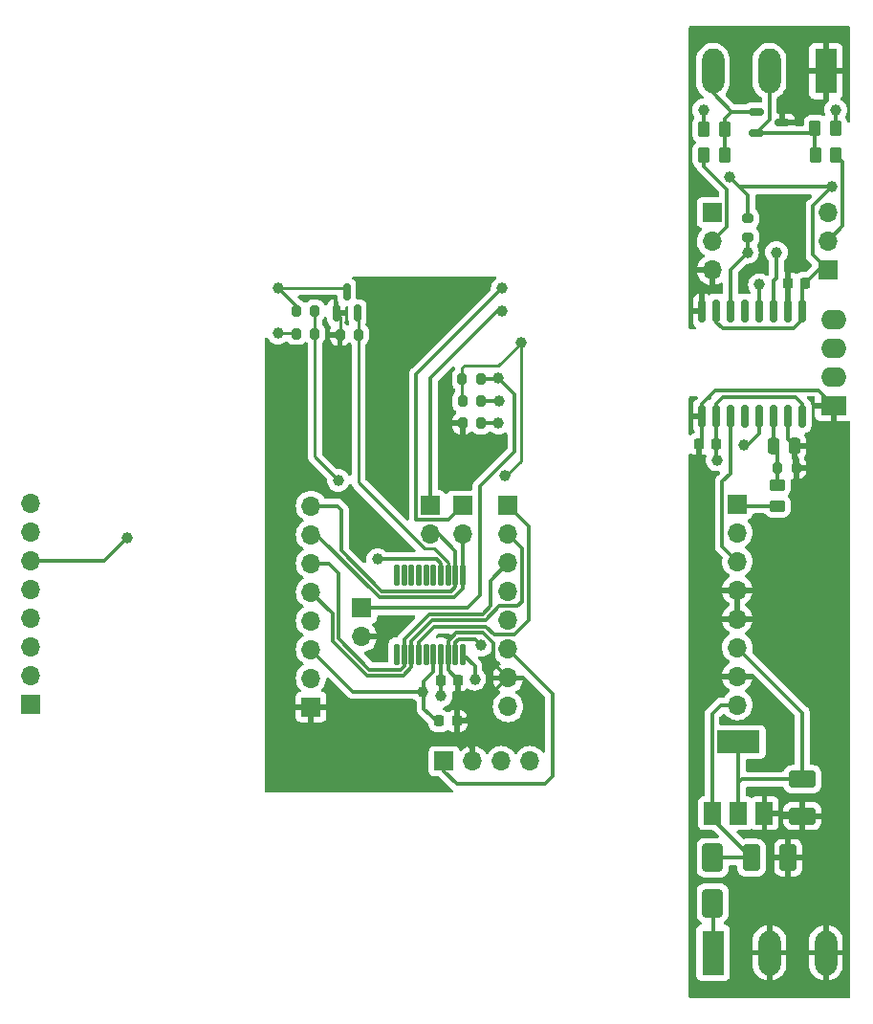
<source format=gbr>
%TF.GenerationSoftware,KiCad,Pcbnew,7.0.8*%
%TF.CreationDate,2024-02-03T12:05:27+03:00*%
%TF.ProjectId,RS485,52533438-352e-46b6-9963-61645f706362,rev?*%
%TF.SameCoordinates,Original*%
%TF.FileFunction,Copper,L2,Bot*%
%TF.FilePolarity,Positive*%
%FSLAX46Y46*%
G04 Gerber Fmt 4.6, Leading zero omitted, Abs format (unit mm)*
G04 Created by KiCad (PCBNEW 7.0.8) date 2024-02-03 12:05:27*
%MOMM*%
%LPD*%
G01*
G04 APERTURE LIST*
G04 Aperture macros list*
%AMRoundRect*
0 Rectangle with rounded corners*
0 $1 Rounding radius*
0 $2 $3 $4 $5 $6 $7 $8 $9 X,Y pos of 4 corners*
0 Add a 4 corners polygon primitive as box body*
4,1,4,$2,$3,$4,$5,$6,$7,$8,$9,$2,$3,0*
0 Add four circle primitives for the rounded corners*
1,1,$1+$1,$2,$3*
1,1,$1+$1,$4,$5*
1,1,$1+$1,$6,$7*
1,1,$1+$1,$8,$9*
0 Add four rect primitives between the rounded corners*
20,1,$1+$1,$2,$3,$4,$5,0*
20,1,$1+$1,$4,$5,$6,$7,0*
20,1,$1+$1,$6,$7,$8,$9,0*
20,1,$1+$1,$8,$9,$2,$3,0*%
G04 Aperture macros list end*
%TA.AperFunction,ComponentPad*%
%ADD10R,1.700000X1.700000*%
%TD*%
%TA.AperFunction,ComponentPad*%
%ADD11O,1.700000X1.700000*%
%TD*%
%TA.AperFunction,ComponentPad*%
%ADD12R,2.250000X1.750000*%
%TD*%
%TA.AperFunction,ComponentPad*%
%ADD13O,2.250000X1.750000*%
%TD*%
%TA.AperFunction,ComponentPad*%
%ADD14R,1.980000X3.960000*%
%TD*%
%TA.AperFunction,ComponentPad*%
%ADD15O,1.980000X3.960000*%
%TD*%
%TA.AperFunction,SMDPad,CuDef*%
%ADD16RoundRect,0.150000X-0.512500X-0.150000X0.512500X-0.150000X0.512500X0.150000X-0.512500X0.150000X0*%
%TD*%
%TA.AperFunction,SMDPad,CuDef*%
%ADD17RoundRect,0.250000X-0.650000X1.000000X-0.650000X-1.000000X0.650000X-1.000000X0.650000X1.000000X0*%
%TD*%
%TA.AperFunction,SMDPad,CuDef*%
%ADD18RoundRect,0.250000X-0.262500X-0.450000X0.262500X-0.450000X0.262500X0.450000X-0.262500X0.450000X0*%
%TD*%
%TA.AperFunction,SMDPad,CuDef*%
%ADD19RoundRect,0.200000X0.200000X0.275000X-0.200000X0.275000X-0.200000X-0.275000X0.200000X-0.275000X0*%
%TD*%
%TA.AperFunction,SMDPad,CuDef*%
%ADD20RoundRect,0.150000X0.150000X-0.587500X0.150000X0.587500X-0.150000X0.587500X-0.150000X-0.587500X0*%
%TD*%
%TA.AperFunction,SMDPad,CuDef*%
%ADD21RoundRect,0.125000X0.125000X-0.825000X0.125000X0.825000X-0.125000X0.825000X-0.125000X-0.825000X0*%
%TD*%
%TA.AperFunction,SMDPad,CuDef*%
%ADD22RoundRect,0.250001X-0.924999X0.499999X-0.924999X-0.499999X0.924999X-0.499999X0.924999X0.499999X0*%
%TD*%
%TA.AperFunction,SMDPad,CuDef*%
%ADD23RoundRect,0.250000X0.450000X-0.262500X0.450000X0.262500X-0.450000X0.262500X-0.450000X-0.262500X0*%
%TD*%
%TA.AperFunction,SMDPad,CuDef*%
%ADD24RoundRect,0.200000X-0.200000X-0.275000X0.200000X-0.275000X0.200000X0.275000X-0.200000X0.275000X0*%
%TD*%
%TA.AperFunction,SMDPad,CuDef*%
%ADD25RoundRect,0.250001X-0.499999X-0.924999X0.499999X-0.924999X0.499999X0.924999X-0.499999X0.924999X0*%
%TD*%
%TA.AperFunction,SMDPad,CuDef*%
%ADD26RoundRect,0.250000X-0.250000X-0.475000X0.250000X-0.475000X0.250000X0.475000X-0.250000X0.475000X0*%
%TD*%
%TA.AperFunction,SMDPad,CuDef*%
%ADD27RoundRect,0.200000X-0.275000X0.200000X-0.275000X-0.200000X0.275000X-0.200000X0.275000X0.200000X0*%
%TD*%
%TA.AperFunction,SMDPad,CuDef*%
%ADD28RoundRect,0.225000X0.225000X0.250000X-0.225000X0.250000X-0.225000X-0.250000X0.225000X-0.250000X0*%
%TD*%
%TA.AperFunction,SMDPad,CuDef*%
%ADD29R,1.500000X2.000000*%
%TD*%
%TA.AperFunction,SMDPad,CuDef*%
%ADD30R,3.800000X2.000000*%
%TD*%
%TA.AperFunction,SMDPad,CuDef*%
%ADD31RoundRect,0.250000X0.262500X0.450000X-0.262500X0.450000X-0.262500X-0.450000X0.262500X-0.450000X0*%
%TD*%
%TA.AperFunction,SMDPad,CuDef*%
%ADD32RoundRect,0.225000X-0.225000X-0.250000X0.225000X-0.250000X0.225000X0.250000X-0.225000X0.250000X0*%
%TD*%
%TA.AperFunction,SMDPad,CuDef*%
%ADD33RoundRect,0.150000X0.150000X-0.875000X0.150000X0.875000X-0.150000X0.875000X-0.150000X-0.875000X0*%
%TD*%
%TA.AperFunction,ViaPad*%
%ADD34C,1.000000*%
%TD*%
%TA.AperFunction,Conductor*%
%ADD35C,0.300000*%
%TD*%
%TA.AperFunction,Conductor*%
%ADD36C,0.250000*%
%TD*%
G04 APERTURE END LIST*
D10*
%TO.P,ESP_RX,1*%
%TO.N,ESP_UART_Rx*%
X200761600Y-91104800D03*
D11*
%TO.P,ESP_RX,2*%
%TO.N,PA9*%
X200761600Y-93644800D03*
%TD*%
D10*
%TO.P,J2,1,Pin_1*%
%TO.N,VDDB*%
X235950000Y-70225000D03*
D11*
%TO.P,J2,2,Pin_2*%
%TO.N,Net-(J2-Pin_2)*%
X235950000Y-67685000D03*
%TO.P,J2,3,Pin_3*%
%TO.N,unconnected-(J2-Pin_3-Pad3)*%
X235950000Y-65145000D03*
%TD*%
D12*
%TO.P,PS1,1,-Vin*%
%TO.N,GND*%
X236455000Y-82237500D03*
D13*
%TO.P,PS1,2,+Vin*%
%TO.N,Net-(PS1-+Vin)*%
X236455000Y-79697500D03*
%TO.P,PS1,3,-Vout*%
%TO.N,GND1*%
X236455000Y-77157500D03*
%TO.P,PS1,4,+Vout*%
%TO.N,VDDB*%
X236455000Y-74617500D03*
%TD*%
D14*
%TO.P,REF\u002A\u002A,1*%
%TO.N,GND1*%
X235800000Y-52650000D03*
D15*
%TO.P,REF\u002A\u002A,2*%
%TO.N,A*%
X230800000Y-52650000D03*
%TO.P,REF\u002A\u002A,3*%
%TO.N,B*%
X225800000Y-52650000D03*
%TD*%
D10*
%TO.P,Flash,1*%
%TO.N,Net-(U3-GPIO0)*%
X194700000Y-100160000D03*
D11*
%TO.P,Flash,2*%
%TO.N,GND*%
X194700000Y-102700000D03*
%TD*%
D10*
%TO.P,Debug port,1,Pin_1*%
%TO.N,+3V3*%
X201980800Y-113715800D03*
D11*
%TO.P,Debug port,2,Pin_2*%
%TO.N,GND*%
X204520800Y-113715800D03*
%TO.P,Debug port,3,Pin_3*%
%TO.N,SWDIO*%
X207060800Y-113715800D03*
%TO.P,Debug port,4,Pin_4*%
%TO.N,SCLK*%
X209600800Y-113715800D03*
%TD*%
D10*
%TO.P,Main board,1*%
%TO.N,RO{slash}DI*%
X207645000Y-91109800D03*
D11*
%TO.P,Main board,2*%
%TO.N,Tx*%
X207645000Y-93649800D03*
%TO.P,Main board,3*%
%TO.N,Rx*%
X207645000Y-96189800D03*
%TO.P,Main board,4*%
%TO.N,GND*%
X207645000Y-98729800D03*
%TO.P,Main board,5*%
X207645000Y-101269800D03*
%TO.P,Main board,6*%
%TO.N,+3V3*%
X207645000Y-103809800D03*
%TO.P,Main board,7*%
%TO.N,GND*%
X207645000Y-106349800D03*
%TO.P,Main board,8*%
%TO.N,+5V*%
X207645000Y-108889800D03*
%TD*%
D10*
%TO.P,LEDS,1*%
%TO.N,GND*%
X190200000Y-108900000D03*
D11*
%TO.P,LEDS,2*%
%TO.N,+3V3*%
X190200000Y-106360000D03*
%TO.P,LEDS,3*%
%TO.N,Net-(CH32V203F8P1-NRST)*%
X190200000Y-103820000D03*
%TO.P,LEDS,4*%
%TO.N,Net-(CH32V203F8P1-PB15)*%
X190200000Y-101280000D03*
%TO.P,LEDS,5*%
%TO.N,Tx*%
X190200000Y-98740000D03*
%TO.P,LEDS,6*%
%TO.N,Rx*%
X190200000Y-96200000D03*
%TO.P,LEDS,7*%
%TO.N,PA10*%
X190200000Y-93660000D03*
%TO.P,LEDS,8*%
%TO.N,PA9*%
X190200000Y-91120000D03*
%TD*%
D10*
%TO.P,ESP_TX,1*%
%TO.N,ESP_UART_Tx*%
X203606400Y-91109800D03*
D11*
%TO.P,ESP_TX,2*%
%TO.N,PA10*%
X203606400Y-93649800D03*
%TD*%
D14*
%TO.P,REF\u002A\u002A,1*%
%TO.N,+5VD*%
X225800000Y-130650000D03*
D15*
%TO.P,REF\u002A\u002A,2*%
%TO.N,GND*%
X230800000Y-130650000D03*
%TO.P,REF\u002A\u002A,3*%
X235800000Y-130650000D03*
%TD*%
D10*
%TO.P,Main board,1*%
%TO.N,RO{slash}DI*%
X227950000Y-90950000D03*
D11*
%TO.P,Main board,2*%
%TO.N,Tx*%
X227950000Y-93490000D03*
%TO.P,Main board,3*%
%TO.N,Rx*%
X227950000Y-96030000D03*
%TO.P,Main board,4*%
%TO.N,GND*%
X227950000Y-98570000D03*
%TO.P,Main board,5*%
X227950000Y-101110000D03*
%TO.P,Main board,6*%
%TO.N,+3V3*%
X227950000Y-103650000D03*
%TO.P,Main board,7*%
%TO.N,GND*%
X227950000Y-106190000D03*
%TO.P,Main board,8*%
%TO.N,+5V*%
X227950000Y-108730000D03*
%TD*%
D10*
%TO.P,J1,1,Pin_1*%
%TO.N,unconnected-(J1-Pin_1-Pad1)*%
X225700000Y-65175000D03*
D11*
%TO.P,J1,2,Pin_2*%
%TO.N,Net-(J1-Pin_2)*%
X225700000Y-67715000D03*
%TO.P,J1,3,Pin_3*%
%TO.N,GND1*%
X225700000Y-70255000D03*
%TD*%
D16*
%TO.P,D1,1,A1*%
%TO.N,A*%
X229625000Y-58150000D03*
%TO.P,D1,2,A2*%
%TO.N,B*%
X229625000Y-56250000D03*
%TO.P,D1,3,common*%
%TO.N,GND1*%
X231900000Y-57200000D03*
%TD*%
D17*
%TO.P,D4,1,K*%
%TO.N,+5V*%
X225750000Y-122250000D03*
%TO.P,D4,2,A*%
%TO.N,+5VD*%
X225750000Y-126250000D03*
%TD*%
D18*
%TO.P,R2,1*%
%TO.N,Net-(J1-Pin_2)*%
X224975000Y-60100000D03*
%TO.P,R2,2*%
%TO.N,B*%
X226800000Y-60100000D03*
%TD*%
%TO.P,R11,1*%
%TO.N,A*%
X234875000Y-60100000D03*
%TO.P,R11,2*%
%TO.N,Net-(J2-Pin_2)*%
X236700000Y-60100000D03*
%TD*%
D19*
%TO.P,R18,1*%
%TO.N,Net-(U3-GPIO15)*%
X205257400Y-83820000D03*
%TO.P,R18,2*%
%TO.N,GND*%
X203607400Y-83820000D03*
%TD*%
D20*
%TO.P,Q1,1,G*%
%TO.N,PA8*%
X194320200Y-74064100D03*
%TO.P,Q1,2,S*%
%TO.N,GND*%
X192420200Y-74064100D03*
%TO.P,Q1,3,D*%
%TO.N,Net-(Q1-D)*%
X193370200Y-72189100D03*
%TD*%
D21*
%TO.P,CH32V203F8P6,1,PB6*%
%TO.N,SWDIO*%
X203631800Y-104241600D03*
%TO.P,CH32V203F8P6,2,PB7*%
%TO.N,SCLK*%
X202981800Y-104241600D03*
%TO.P,CH32V203F8P6,3,VSS*%
%TO.N,GND*%
X202331800Y-104241600D03*
%TO.P,CH32V203F8P6,4,VDD*%
%TO.N,+3V3*%
X201681800Y-104241600D03*
%TO.P,CH32V203F8P6,5,NRST*%
%TO.N,Net-(CH32V203F8P1-NRST)*%
X201031800Y-104241600D03*
%TO.P,CH32V203F8P6,6,PA0*%
%TO.N,unconnected-(CH32V203F8P1-PA0-Pad6)*%
X200381800Y-104241600D03*
%TO.P,CH32V203F8P6,7,PA1*%
%TO.N,RO{slash}DI*%
X199731800Y-104241600D03*
%TO.P,CH32V203F8P6,8,PA2*%
%TO.N,Tx*%
X199081800Y-104241600D03*
%TO.P,CH32V203F8P6,9,PA3*%
%TO.N,Rx*%
X198431800Y-104241600D03*
%TO.P,CH32V203F8P6,10,PA6*%
%TO.N,unconnected-(CH32V203F8P1-PA6-Pad10)*%
X197781800Y-104241600D03*
%TO.P,CH32V203F8P6,11,PA4*%
%TO.N,unconnected-(CH32V203F8P1-PA4-Pad11)*%
X197781800Y-97241600D03*
%TO.P,CH32V203F8P6,12,PA5*%
%TO.N,unconnected-(CH32V203F8P1-PA5-Pad12)*%
X198431800Y-97241600D03*
%TO.P,CH32V203F8P6,13,PA7*%
%TO.N,unconnected-(CH32V203F8P1-PA7-Pad13)*%
X199081800Y-97241600D03*
%TO.P,CH32V203F8P6,14,PB0*%
%TO.N,unconnected-(CH32V203F8P1-PB0-Pad14)*%
X199731800Y-97241600D03*
%TO.P,CH32V203F8P6,15,PB13*%
%TO.N,unconnected-(CH32V203F8P1-PB13-Pad15)*%
X200381800Y-97241600D03*
%TO.P,CH32V203F8P6,16,PB14*%
%TO.N,unconnected-(CH32V203F8P1-PB14-Pad16)*%
X201031800Y-97241600D03*
%TO.P,CH32V203F8P6,17,PB15*%
%TO.N,Net-(CH32V203F8P1-PB15)*%
X201681800Y-97241600D03*
%TO.P,CH32V203F8P6,18,PA8*%
%TO.N,PA8*%
X202331800Y-97241600D03*
%TO.P,CH32V203F8P6,19,PA9*%
%TO.N,PA9*%
X202981800Y-97241600D03*
%TO.P,CH32V203F8P6,20,PA10*%
%TO.N,PA10*%
X203631800Y-97241600D03*
%TD*%
D19*
%TO.P,R17,1*%
%TO.N,+3.3V*%
X190550800Y-75895200D03*
%TO.P,R17,2*%
%TO.N,Net-(U3-EN)*%
X188900800Y-75895200D03*
%TD*%
D22*
%TO.P,C11,1*%
%TO.N,+3V3*%
X233700000Y-115300000D03*
%TO.P,C11,2*%
%TO.N,GND*%
X233700000Y-118550000D03*
%TD*%
D23*
%TO.P,R5,1*%
%TO.N,RO{slash}DI*%
X231500000Y-91125000D03*
%TO.P,R5,2*%
%TO.N,Net-(CA-IS3741LW1-VI1)*%
X231500000Y-89300000D03*
%TD*%
D10*
%TO.P,LEDS,1*%
%TO.N,GND*%
X165350000Y-108650000D03*
D11*
%TO.P,LEDS,2*%
%TO.N,+3V3*%
X165350000Y-106110000D03*
%TO.P,LEDS,3*%
%TO.N,Net-(CH32V203F8P1-NRST)*%
X165350000Y-103570000D03*
%TO.P,LEDS,4*%
%TO.N,Net-(CH32V203F8P1-PB15)*%
X165350000Y-101030000D03*
%TO.P,LEDS,5*%
%TO.N,Tx*%
X165350000Y-98490000D03*
%TO.P,LEDS,6*%
%TO.N,Rx*%
X165350000Y-95950000D03*
%TO.P,LEDS,7*%
%TO.N,PA10*%
X165350000Y-93410000D03*
%TO.P,LEDS,8*%
%TO.N,PA9*%
X165350000Y-90870000D03*
%TD*%
D24*
%TO.P,R19,1*%
%TO.N,+3.3V*%
X203582000Y-79908400D03*
%TO.P,R19,2*%
%TO.N,Net-(U3-GPIO0)*%
X205232000Y-79908400D03*
%TD*%
D19*
%TO.P,R21,1*%
%TO.N,PA8*%
X194411600Y-75971400D03*
%TO.P,R21,2*%
%TO.N,GND*%
X192761600Y-75971400D03*
%TD*%
D25*
%TO.P,C10,1*%
%TO.N,+5V*%
X229200000Y-122250000D03*
%TO.P,C10,2*%
%TO.N,GND*%
X232450000Y-122250000D03*
%TD*%
D24*
%TO.P,R20,1*%
%TO.N,+3.3V*%
X203607400Y-81864200D03*
%TO.P,R20,2*%
%TO.N,Net-(U3-GPIO2)*%
X205257400Y-81864200D03*
%TD*%
D26*
%TO.P,C7,1*%
%TO.N,Net-(CA-IS3741LW1-VI1)*%
X231150000Y-85850000D03*
%TO.P,C7,2*%
%TO.N,GND*%
X233050000Y-85850000D03*
%TD*%
D27*
%TO.P,R3,1*%
%TO.N,VDDB*%
X228900000Y-65700000D03*
%TO.P,R3,2*%
%TO.N,Net-(CA-IS3741LW1-VI4)*%
X228900000Y-67350000D03*
%TD*%
D28*
%TO.P,C8,1*%
%TO.N,VDDB*%
X233950000Y-71400000D03*
%TO.P,C8,2*%
%TO.N,GND1*%
X232400000Y-71400000D03*
%TD*%
D29*
%TO.P,U2,1,GND*%
%TO.N,GND*%
X230350000Y-118300000D03*
%TO.P,U2,2,VO*%
%TO.N,+3V3*%
X228050000Y-118300000D03*
D30*
X228050000Y-112000000D03*
D29*
%TO.P,U2,3,VI*%
%TO.N,+5V*%
X225750000Y-118300000D03*
%TD*%
D31*
%TO.P,R8,1*%
%TO.N,Net-(U1-A)*%
X236662500Y-57700000D03*
%TO.P,R8,2*%
%TO.N,A*%
X234837500Y-57700000D03*
%TD*%
D24*
%TO.P,R7,1*%
%TO.N,Net-(CA-IS3741LW1-VI1)*%
X231500000Y-87750000D03*
%TO.P,R7,2*%
%TO.N,GND*%
X233150000Y-87750000D03*
%TD*%
D32*
%TO.P,C12,1*%
%TO.N,+3V3*%
X201656800Y-106541600D03*
%TO.P,C12,2*%
%TO.N,GND*%
X203206800Y-106541600D03*
%TD*%
D33*
%TO.P,CA-IS3741LW1,1,VDDA*%
%TO.N,+3V3*%
X233700000Y-83157500D03*
%TO.P,CA-IS3741LW1,2,GNDA*%
%TO.N,GND*%
X232430000Y-83157500D03*
%TO.P,CA-IS3741LW1,3,VI1*%
%TO.N,Net-(CA-IS3741LW1-VI1)*%
X231160000Y-83157500D03*
%TO.P,CA-IS3741LW1,4,VI2*%
%TO.N,Net-(CA-IS3741LW1-VI2)*%
X229890000Y-83157500D03*
%TO.P,CA-IS3741LW1,5,VI3*%
%TO.N,unconnected-(CA-IS3741LW1-VI3-Pad5)*%
X228620000Y-83157500D03*
%TO.P,CA-IS3741LW1,6,VO4*%
%TO.N,Rx*%
X227350000Y-83157500D03*
%TO.P,CA-IS3741LW1,7,ENA*%
%TO.N,+3V3*%
X226080000Y-83157500D03*
%TO.P,CA-IS3741LW1,8,GNDA*%
%TO.N,GND*%
X224810000Y-83157500D03*
%TO.P,CA-IS3741LW1,9,GNDB*%
%TO.N,GND1*%
X224810000Y-73857500D03*
%TO.P,CA-IS3741LW1,10,ENB*%
%TO.N,VDDB*%
X226080000Y-73857500D03*
%TO.P,CA-IS3741LW1,11,VI4*%
%TO.N,Net-(CA-IS3741LW1-VI4)*%
X227350000Y-73857500D03*
%TO.P,CA-IS3741LW1,12,VO3*%
%TO.N,unconnected-(CA-IS3741LW1-VO3-Pad12)*%
X228620000Y-73857500D03*
%TO.P,CA-IS3741LW1,13,VO2*%
%TO.N,Net-(CA-IS3741LW1-VO2)*%
X229890000Y-73857500D03*
%TO.P,CA-IS3741LW1,14,VO1*%
%TO.N,Net-(CA-IS3741LW1-VO1)*%
X231160000Y-73857500D03*
%TO.P,CA-IS3741LW1,15,GNDB*%
%TO.N,GND1*%
X232430000Y-73857500D03*
%TO.P,CA-IS3741LW1,16,VDDB*%
%TO.N,VDDB*%
X233700000Y-73857500D03*
%TD*%
D32*
%TO.P,C13,1*%
%TO.N,Net-(CH32V203F8P1-NRST)*%
X201550000Y-110150000D03*
%TO.P,C13,2*%
%TO.N,GND*%
X203100000Y-110150000D03*
%TD*%
D28*
%TO.P,C6,1*%
%TO.N,+3V3*%
X226100000Y-85650000D03*
%TO.P,C6,2*%
%TO.N,GND*%
X224550000Y-85650000D03*
%TD*%
D19*
%TO.P,R16,1*%
%TO.N,+3.3V*%
X190525400Y-73863200D03*
%TO.P,R16,2*%
%TO.N,Net-(Q1-D)*%
X188875400Y-73863200D03*
%TD*%
D18*
%TO.P,R4,1*%
%TO.N,Net-(U1-B)*%
X224975000Y-57800000D03*
%TO.P,R4,2*%
%TO.N,B*%
X226800000Y-57800000D03*
%TD*%
D34*
%TO.N,VDDB*%
X236324172Y-62874500D03*
X227250000Y-62000000D03*
%TO.N,GND1*%
X232771398Y-70021398D03*
%TO.N,GND*%
X236575600Y-85090000D03*
X197091000Y-88883000D03*
X206832200Y-85801200D03*
X192850000Y-78050000D03*
%TO.N,+3V3*%
X226150000Y-87050000D03*
X201700000Y-107950000D03*
%TO.N,Net-(CA-IS3741LW1-VI2)*%
X228500000Y-85750000D03*
%TO.N,Net-(CH32V203F8P1-NRST)*%
X200100000Y-107550000D03*
%TO.N,Rx*%
X173900000Y-93950000D03*
%TO.N,Net-(CA-IS3741LW1-VI4)*%
X228850000Y-68700000D03*
%TO.N,Net-(CA-IS3741LW1-VO2)*%
X229900000Y-71550000D03*
%TO.N,Net-(CA-IS3741LW1-VO1)*%
X231400000Y-68700000D03*
%TO.N,SWDIO*%
X204700000Y-106450000D03*
%TO.N,SCLK*%
X205282800Y-103454200D03*
%TO.N,Net-(CH32V203F8P1-PB15)*%
X196100000Y-95850000D03*
%TO.N,Net-(U1-B)*%
X224950000Y-56100000D03*
%TO.N,Net-(U1-A)*%
X236650000Y-56100000D03*
%TO.N,+3.3V*%
X192620600Y-88857600D03*
X207365600Y-88468200D03*
X208762600Y-76708000D03*
%TO.N,Net-(Q1-D)*%
X187274204Y-71856600D03*
%TO.N,Net-(U3-EN)*%
X187274200Y-75819000D03*
%TO.N,Net-(U3-GPIO15)*%
X206806800Y-83820000D03*
%TO.N,Net-(U3-GPIO0)*%
X206806800Y-79806800D03*
%TO.N,Net-(U3-GPIO2)*%
X206832200Y-81838800D03*
%TO.N,ESP_UART_Rx*%
X207137000Y-73914000D03*
%TO.N,ESP_UART_Tx*%
X207137000Y-71882000D03*
%TD*%
D35*
%TO.N,+3V3*%
X211600000Y-107764800D02*
X207645000Y-103809800D01*
X211600000Y-115000000D02*
X211600000Y-107764800D01*
X210900000Y-115700000D02*
X211600000Y-115000000D01*
X203100000Y-115700000D02*
X210900000Y-115700000D01*
X201980800Y-114580800D02*
X203100000Y-115700000D01*
X201980800Y-113715800D02*
X201980800Y-114580800D01*
%TO.N,VDDB*%
X226630000Y-75432500D02*
X232910000Y-75432500D01*
X235950000Y-70225000D02*
X234650000Y-68925000D01*
X235950000Y-70225000D02*
X235125000Y-70225000D01*
X226080000Y-74882500D02*
X226630000Y-75432500D01*
X227250000Y-62000000D02*
X228900000Y-63650000D01*
X236324172Y-62874500D02*
X228124500Y-62874500D01*
X236455000Y-70730000D02*
X235950000Y-70225000D01*
X228900000Y-63650000D02*
X228900000Y-65700000D01*
X233700000Y-74642500D02*
X233700000Y-73857500D01*
X233700000Y-73857500D02*
X233700000Y-71650000D01*
X235125000Y-70225000D02*
X233950000Y-71400000D01*
X228124500Y-62874500D02*
X227250000Y-62000000D01*
X232910000Y-75432500D02*
X233700000Y-74642500D01*
X234650000Y-64548672D02*
X236324172Y-62874500D01*
X233700000Y-71650000D02*
X233950000Y-71400000D01*
X234650000Y-68925000D02*
X234650000Y-64548672D01*
X226080000Y-73857500D02*
X226080000Y-74882500D01*
%TO.N,GND1*%
X232400000Y-70392796D02*
X232771398Y-70021398D01*
X232430000Y-71430000D02*
X232400000Y-71400000D01*
X232430000Y-73857500D02*
X232430000Y-71430000D01*
X235800000Y-53300000D02*
X235800000Y-52650000D01*
X232400000Y-71400000D02*
X232400000Y-70392796D01*
%TO.N,+5V*%
X229200000Y-122250000D02*
X225750000Y-122250000D01*
X226520000Y-108730000D02*
X227950000Y-108730000D01*
X225800000Y-122300000D02*
X225750000Y-122250000D01*
X225750000Y-118300000D02*
X225700000Y-118250000D01*
X229200000Y-122250000D02*
X225750000Y-118800000D01*
X225700000Y-118250000D02*
X225700000Y-109550000D01*
X225700000Y-109550000D02*
X226520000Y-108730000D01*
X225750000Y-118800000D02*
X225750000Y-118300000D01*
%TO.N,GND*%
X233950000Y-118800000D02*
X233700000Y-118550000D01*
X236550000Y-82332500D02*
X236455000Y-82237500D01*
X236600000Y-90150000D02*
X234200000Y-87750000D01*
X202331800Y-105666600D02*
X203206800Y-106541600D01*
X233050000Y-122850000D02*
X232450000Y-122250000D01*
X203607400Y-83820000D02*
X203607400Y-84862400D01*
X203100000Y-110150000D02*
X203100000Y-111250000D01*
X232430000Y-85230000D02*
X233050000Y-85850000D01*
X202331800Y-103071321D02*
X203061521Y-102341600D01*
X230350000Y-118300000D02*
X233450000Y-118300000D01*
X224810000Y-83157500D02*
X224810000Y-85390000D01*
X227950000Y-101110000D02*
X230990000Y-101110000D01*
X204546200Y-85801200D02*
X206832200Y-85801200D01*
X224810000Y-85390000D02*
X224550000Y-85650000D01*
D36*
X192761600Y-77961600D02*
X192850000Y-78050000D01*
X197091000Y-88806800D02*
X197091000Y-88883000D01*
D35*
X205442993Y-102341600D02*
X206350000Y-103248607D01*
X236600000Y-95500000D02*
X236600000Y-90150000D01*
D36*
X192761600Y-75971400D02*
X192761600Y-74405500D01*
D35*
X224810000Y-83157500D02*
X224810000Y-82132500D01*
X203844800Y-110150000D02*
X207645000Y-106349800D01*
X202331800Y-103641600D02*
X202331800Y-105666600D01*
X203100000Y-111250000D02*
X204520800Y-112670800D01*
X206350000Y-103248607D02*
X206350000Y-105054800D01*
X230990000Y-101110000D02*
X236600000Y-95500000D01*
D36*
X192761600Y-75971400D02*
X192761600Y-77961600D01*
D35*
X235500000Y-130350000D02*
X235800000Y-130650000D01*
X233450000Y-118300000D02*
X233700000Y-118550000D01*
X206350000Y-105054800D02*
X207645000Y-106349800D01*
X232430000Y-83157500D02*
X232430000Y-85230000D01*
X233050000Y-87650000D02*
X233150000Y-87750000D01*
X202331800Y-104241600D02*
X202331800Y-103071321D01*
X233050000Y-85850000D02*
X233050000Y-87650000D01*
D36*
X192761600Y-74405500D02*
X192420200Y-74064100D01*
D35*
X203607400Y-84862400D02*
X204546200Y-85801200D01*
D36*
X197091000Y-88883000D02*
X197014800Y-88883000D01*
X197014800Y-88883000D02*
X197040200Y-88857600D01*
D35*
X203100000Y-110150000D02*
X203844800Y-110150000D01*
X204520800Y-112670800D02*
X204520800Y-113715800D01*
X235155000Y-80937500D02*
X236455000Y-82237500D01*
X224810000Y-82132500D02*
X226005000Y-80937500D01*
X234200000Y-87750000D02*
X233150000Y-87750000D01*
X203061521Y-102341600D02*
X205442993Y-102341600D01*
X226005000Y-80937500D02*
X235155000Y-80937500D01*
%TO.N,+3V3*%
X201700000Y-106584800D02*
X201656800Y-106541600D01*
X201681800Y-104241600D02*
X201681800Y-106516600D01*
X233700000Y-115300000D02*
X228400000Y-115300000D01*
X228050000Y-115650000D02*
X228050000Y-112000000D01*
X201700000Y-107950000D02*
X201700000Y-106584800D01*
X233105000Y-81537500D02*
X233700000Y-82132500D01*
X226100000Y-83177500D02*
X226080000Y-83157500D01*
X226675000Y-81537500D02*
X233105000Y-81537500D01*
X226100000Y-85650000D02*
X226100000Y-83177500D01*
X233700000Y-115300000D02*
X233700000Y-109400000D01*
X226100000Y-87000000D02*
X226150000Y-87050000D01*
X201681800Y-106516600D02*
X201656800Y-106541600D01*
X233700000Y-109400000D02*
X227950000Y-103650000D01*
X228050000Y-118300000D02*
X228050000Y-116200000D01*
X226080000Y-83157500D02*
X226080000Y-82132500D01*
X228400000Y-115300000D02*
X228050000Y-115650000D01*
X226080000Y-82132500D02*
X226675000Y-81537500D01*
X228050000Y-116200000D02*
X228050000Y-115650000D01*
X226100000Y-85650000D02*
X226100000Y-87000000D01*
X233700000Y-82132500D02*
X233700000Y-83157500D01*
%TO.N,Net-(CA-IS3741LW1-VI1)*%
X231160000Y-83157500D02*
X231160000Y-85840000D01*
X231500000Y-86200000D02*
X231150000Y-85850000D01*
X231500000Y-89300000D02*
X231500000Y-87750000D01*
X231160000Y-85840000D02*
X231150000Y-85850000D01*
X231500000Y-87750000D02*
X231500000Y-86200000D01*
%TO.N,Net-(CA-IS3741LW1-VI2)*%
X229890000Y-84760000D02*
X229890000Y-83157500D01*
X228900000Y-85750000D02*
X229890000Y-84760000D01*
X228500000Y-85750000D02*
X228900000Y-85750000D01*
%TO.N,Net-(CH32V203F8P1-NRST)*%
X200750000Y-109650000D02*
X201250000Y-110150000D01*
X201031800Y-104327996D02*
X201031800Y-103641600D01*
X201031800Y-104241600D02*
X201031800Y-105807716D01*
X201031800Y-105807716D02*
X200200000Y-106639516D01*
X200752400Y-109647600D02*
X200750000Y-109650000D01*
X201250000Y-110150000D02*
X201550000Y-110150000D01*
X200100000Y-107550000D02*
X193930000Y-107550000D01*
X193930000Y-107550000D02*
X190200000Y-103820000D01*
X200200000Y-106639516D02*
X200200000Y-107450000D01*
X200200000Y-109100000D02*
X200750000Y-109650000D01*
X200200000Y-107450000D02*
X200100000Y-107550000D01*
X200200000Y-107650000D02*
X200200000Y-109100000D01*
X200100000Y-107550000D02*
X200200000Y-107650000D01*
%TO.N,Rx*%
X206100000Y-99972182D02*
X206100000Y-97734800D01*
X198431800Y-105284062D02*
X198124262Y-105591600D01*
X226604594Y-88988909D02*
X226604594Y-94684594D01*
X226604594Y-94684594D02*
X227950000Y-96030000D01*
X195369418Y-105591600D02*
X192650000Y-102872182D01*
X165350000Y-95950000D02*
X171900000Y-95950000D01*
X206100000Y-97734800D02*
X207645000Y-96189800D01*
X171900000Y-95950000D02*
X173900000Y-93950000D01*
X198431800Y-104241600D02*
X198431800Y-105284062D01*
X227350000Y-88243503D02*
X226604594Y-88988909D01*
X198431800Y-102943504D02*
X200683704Y-100691600D01*
X192650000Y-97050000D02*
X191800000Y-96200000D01*
X198431800Y-104241600D02*
X198431800Y-102943504D01*
X198124262Y-105591600D02*
X195369418Y-105591600D01*
X192650000Y-102872182D02*
X192650000Y-97050000D01*
X205380582Y-100691600D02*
X206100000Y-99972182D01*
X200683704Y-100691600D02*
X205380582Y-100691600D01*
X191800000Y-96200000D02*
X190200000Y-96200000D01*
X227350000Y-83157500D02*
X227350000Y-88243503D01*
%TO.N,Net-(CA-IS3741LW1-VI4)*%
X227350000Y-70200000D02*
X228850000Y-68700000D01*
X228850000Y-67400000D02*
X228900000Y-67350000D01*
X227350000Y-73857500D02*
X227350000Y-70200000D01*
X228850000Y-68700000D02*
X228850000Y-67400000D01*
%TO.N,Net-(CA-IS3741LW1-VO2)*%
X229890000Y-71560000D02*
X229900000Y-71550000D01*
X229890000Y-73857500D02*
X229890000Y-71560000D01*
%TO.N,Net-(CA-IS3741LW1-VO1)*%
X231160000Y-71210406D02*
X231400000Y-70970406D01*
X231160000Y-73857500D02*
X231160000Y-71210406D01*
X231400000Y-70970406D02*
X231400000Y-68700000D01*
%TO.N,SWDIO*%
X204700000Y-105309800D02*
X203631800Y-104241600D01*
X204700000Y-106450000D02*
X204700000Y-105309800D01*
%TO.N,SCLK*%
X205359000Y-103454200D02*
X205308200Y-103403400D01*
X204720200Y-102891600D02*
X205282800Y-103454200D01*
X203289338Y-102891600D02*
X204720200Y-102891600D01*
X205282800Y-103454200D02*
X205359000Y-103454200D01*
X205282800Y-103378000D02*
X205282800Y-103454200D01*
X202981800Y-103199139D02*
X203289338Y-102891600D01*
X202981800Y-104241600D02*
X202981800Y-103199139D01*
%TO.N,RO{slash}DI*%
X205670810Y-101791600D02*
X201139338Y-101791600D01*
X231500000Y-91125000D02*
X228125000Y-91125000D01*
X209450000Y-101250000D02*
X208184856Y-102515144D01*
X209450000Y-92914800D02*
X209450000Y-101250000D01*
X207631800Y-91123000D02*
X207645000Y-91109800D01*
X228125000Y-91125000D02*
X227950000Y-90950000D01*
X208184856Y-102515144D02*
X206394355Y-102515144D01*
X201139338Y-101791600D02*
X199731800Y-103199138D01*
X206394355Y-102515144D02*
X205670810Y-101791600D01*
X207645000Y-91109800D02*
X209450000Y-92914800D01*
X199731800Y-103199138D02*
X199731800Y-104241600D01*
%TO.N,Tx*%
X206850000Y-100000000D02*
X208500000Y-100000000D01*
X199081800Y-105411879D02*
X198352079Y-106141600D01*
X198352079Y-106141600D02*
X195141600Y-106141600D01*
X200911521Y-101241600D02*
X205650000Y-101241600D01*
X208500000Y-100000000D02*
X208900000Y-99600000D01*
X192100000Y-103100000D02*
X192100000Y-100640000D01*
X205650000Y-101200000D02*
X206850000Y-100000000D01*
X205650000Y-101241600D02*
X205650000Y-101200000D01*
X192100000Y-100640000D02*
X190200000Y-98740000D01*
X208900000Y-99600000D02*
X208900000Y-94904800D01*
X195141600Y-106141600D02*
X192100000Y-103100000D01*
X199081800Y-104241600D02*
X199081800Y-103071321D01*
X199081800Y-104241600D02*
X199081800Y-105411879D01*
X199081800Y-103071321D02*
X200911521Y-101241600D01*
X208900000Y-94904800D02*
X207645000Y-93649800D01*
%TO.N,Net-(CH32V203F8P1-PB15)*%
X196100000Y-95850000D02*
X196350000Y-95850000D01*
X201681800Y-97241600D02*
X201681800Y-96199138D01*
X201332662Y-95850000D02*
X196100000Y-95850000D01*
X201681800Y-96199138D02*
X201332662Y-95850000D01*
D36*
%TO.N,PA8*%
X194411600Y-89061600D02*
X194411600Y-75971400D01*
X200215144Y-94865144D02*
X194411600Y-89061600D01*
X194411600Y-74155500D02*
X194320200Y-74064100D01*
X202331800Y-96106676D02*
X201090268Y-94865144D01*
X201090268Y-94865144D02*
X200215144Y-94865144D01*
X202331800Y-97241600D02*
X202331800Y-96106676D01*
X194411600Y-75971400D02*
X194411600Y-74155500D01*
D35*
%TO.N,PA9*%
X192900000Y-95073528D02*
X192900000Y-91500000D01*
X202981800Y-98284062D02*
X202615862Y-98650000D01*
X202615862Y-98650000D02*
X196476472Y-98650000D01*
X202981800Y-97241600D02*
X202981800Y-95133400D01*
X202981800Y-95133400D02*
X201493200Y-93644800D01*
X196476472Y-98650000D02*
X192900000Y-95073528D01*
X202981800Y-97241600D02*
X202981800Y-98284062D01*
X192520000Y-91120000D02*
X190200000Y-91120000D01*
X192900000Y-91500000D02*
X192520000Y-91120000D01*
X201493200Y-93644800D02*
X200761600Y-93644800D01*
%TO.N,PA10*%
X203631800Y-97241600D02*
X203631800Y-98411880D01*
X203631800Y-97241600D02*
X203631800Y-93675200D01*
X203631800Y-98411880D02*
X202843679Y-99200000D01*
X190708654Y-93660000D02*
X190200000Y-93660000D01*
X202843679Y-99200000D02*
X196248654Y-99200000D01*
X203631800Y-93675200D02*
X203606400Y-93649800D01*
X196248654Y-99200000D02*
X190708654Y-93660000D01*
%TO.N,A*%
X234387500Y-58150000D02*
X234837500Y-57700000D01*
X234837500Y-57700000D02*
X234837500Y-60062500D01*
X229625000Y-58150000D02*
X230800000Y-56975000D01*
X229625000Y-58150000D02*
X234387500Y-58150000D01*
X230800000Y-56975000D02*
X230800000Y-52650000D01*
X234837500Y-60062500D02*
X234875000Y-60100000D01*
%TO.N,B*%
X225800000Y-54600000D02*
X225800000Y-52650000D01*
X227450000Y-56250000D02*
X225800000Y-54600000D01*
X229625000Y-56250000D02*
X227450000Y-56250000D01*
X226800000Y-56900000D02*
X227450000Y-56250000D01*
X226800000Y-57800000D02*
X226800000Y-56900000D01*
X226800000Y-57800000D02*
X226800000Y-60100000D01*
X226300000Y-52650000D02*
X225800000Y-52650000D01*
%TO.N,+5VD*%
X225800000Y-126300000D02*
X225750000Y-126250000D01*
X225800000Y-130650000D02*
X225800000Y-126300000D01*
%TO.N,Net-(J1-Pin_2)*%
X227000000Y-66415000D02*
X227000000Y-63093503D01*
X225700000Y-67715000D02*
X227000000Y-66415000D01*
X224975000Y-61068503D02*
X224975000Y-60100000D01*
X227000000Y-63093503D02*
X224975000Y-61068503D01*
%TO.N,Net-(J2-Pin_2)*%
X237274172Y-60674172D02*
X236700000Y-60100000D01*
X235950000Y-67685000D02*
X237274172Y-66360828D01*
X237274172Y-66360828D02*
X237274172Y-60674172D01*
%TO.N,Net-(U1-B)*%
X224950000Y-57775000D02*
X224975000Y-57800000D01*
X224950000Y-56100000D02*
X224950000Y-57775000D01*
%TO.N,Net-(U1-A)*%
X236650000Y-57687500D02*
X236662500Y-57700000D01*
X236650000Y-56100000D02*
X236650000Y-57687500D01*
D36*
%TO.N,+3.3V*%
X207365600Y-88468200D02*
X207365600Y-88544400D01*
X208762600Y-76733400D02*
X208762600Y-76708000D01*
X190525400Y-75869800D02*
X190550800Y-75895200D01*
X190550800Y-86787800D02*
X192620600Y-88857600D01*
X208762600Y-76708000D02*
X208762600Y-87147400D01*
X203582000Y-79908400D02*
X203582000Y-81838800D01*
X207441800Y-88468200D02*
X207365600Y-88468200D01*
X208788000Y-76708000D02*
X208762600Y-76733400D01*
X203582000Y-78916800D02*
X203784200Y-78714600D01*
X203784200Y-78714600D02*
X206781400Y-78714600D01*
X203582000Y-81838800D02*
X203607400Y-81864200D01*
X208762600Y-76708000D02*
X208788000Y-76708000D01*
X190525400Y-73863200D02*
X190525400Y-75869800D01*
X207365600Y-88544400D02*
X207314800Y-88595200D01*
X203582000Y-79908400D02*
X203582000Y-78916800D01*
X208762600Y-87147400D02*
X207441800Y-88468200D01*
X206781400Y-78714600D02*
X208762600Y-76733400D01*
X190550800Y-75895200D02*
X190550800Y-86787800D01*
%TO.N,Net-(Q1-D)*%
X188875400Y-73457796D02*
X187274204Y-71856600D01*
X187274204Y-71856600D02*
X193037700Y-71856600D01*
X188875400Y-73863200D02*
X188875400Y-73457796D01*
X193037700Y-71856600D02*
X193370200Y-72189100D01*
%TO.N,Net-(U3-EN)*%
X188824600Y-75819000D02*
X188900800Y-75895200D01*
X187274200Y-75819000D02*
X188824600Y-75819000D01*
D35*
%TO.N,Net-(U3-GPIO15)*%
X205257400Y-83820000D02*
X206806800Y-83820000D01*
%TO.N,Net-(U3-GPIO0)*%
X206806800Y-79806800D02*
X208237600Y-81237600D01*
X206705200Y-79908400D02*
X206806800Y-79806800D01*
X208237600Y-81237600D02*
X208237600Y-86323407D01*
X194700000Y-100160000D02*
X194718400Y-100141600D01*
X204058400Y-100141600D02*
X205150000Y-99050000D01*
X194718400Y-100141600D02*
X204058400Y-100141600D01*
X205232000Y-79908400D02*
X206705200Y-79908400D01*
X205150000Y-97600000D02*
X205150000Y-97671496D01*
X205150000Y-99050000D02*
X205150000Y-97600000D01*
X205150000Y-89411007D02*
X205150000Y-97600000D01*
X208237600Y-86323407D02*
X205150000Y-89411007D01*
%TO.N,Net-(U3-GPIO2)*%
X205257400Y-81864200D02*
X206806800Y-81864200D01*
X206806800Y-81864200D02*
X206832200Y-81838800D01*
%TO.N,ESP_UART_Rx*%
X207137000Y-73914000D02*
X206679800Y-73914000D01*
X200761600Y-79832200D02*
X200761600Y-91104800D01*
X206679800Y-73914000D02*
X200761600Y-79832200D01*
%TO.N,ESP_UART_Tx*%
X203606400Y-91109800D02*
X202336400Y-92379800D01*
X199511600Y-79507400D02*
X207137000Y-71882000D01*
X199511600Y-92323600D02*
X199511600Y-79507400D01*
X199567800Y-92379800D02*
X199511600Y-92323600D01*
X202336400Y-92379800D02*
X199567800Y-92379800D01*
%TD*%
%TA.AperFunction,Conductor*%
%TO.N,GND*%
G36*
X186329800Y-76222232D02*
G01*
X186384338Y-76276770D01*
X186386706Y-76281032D01*
X186438283Y-76377527D01*
X186438287Y-76377533D01*
X186438290Y-76377538D01*
X186563317Y-76529883D01*
X186715662Y-76654910D01*
X186715671Y-76654915D01*
X186715673Y-76654916D01*
X186889468Y-76747812D01*
X186889470Y-76747812D01*
X186889473Y-76747814D01*
X187078068Y-76805024D01*
X187274200Y-76824341D01*
X187470332Y-76805024D01*
X187658927Y-76747814D01*
X187832738Y-76654910D01*
X187928799Y-76576074D01*
X187999046Y-76544245D01*
X188075803Y-76551805D01*
X188138497Y-76596729D01*
X188140604Y-76599357D01*
X188145324Y-76605381D01*
X188145327Y-76605384D01*
X188145328Y-76605385D01*
X188265615Y-76725672D01*
X188411194Y-76813678D01*
X188573604Y-76864286D01*
X188644184Y-76870700D01*
X188644191Y-76870700D01*
X189157409Y-76870700D01*
X189157416Y-76870700D01*
X189227996Y-76864286D01*
X189390406Y-76813678D01*
X189535985Y-76725672D01*
X189620441Y-76641216D01*
X189687236Y-76602652D01*
X189764364Y-76602652D01*
X189831159Y-76641216D01*
X189881659Y-76691716D01*
X189920223Y-76758511D01*
X189925300Y-76797075D01*
X189925300Y-86702295D01*
X189923447Y-86719080D01*
X189924009Y-86719134D01*
X189923126Y-86728470D01*
X189925300Y-86797614D01*
X189925300Y-86827155D01*
X189926096Y-86833457D01*
X189926645Y-86840445D01*
X189928090Y-86886420D01*
X189928092Y-86886434D01*
X189933131Y-86903778D01*
X189937872Y-86926670D01*
X189940135Y-86944589D01*
X189940137Y-86944596D01*
X189957073Y-86987370D01*
X189959347Y-86994012D01*
X189972182Y-87038190D01*
X189981378Y-87053740D01*
X189991661Y-87074730D01*
X189998314Y-87091532D01*
X190014871Y-87114321D01*
X190025358Y-87128756D01*
X190029210Y-87134620D01*
X190052630Y-87174220D01*
X190063449Y-87185039D01*
X190065406Y-87186996D01*
X190080586Y-87204770D01*
X190091206Y-87219387D01*
X190126656Y-87248714D01*
X190131844Y-87253435D01*
X191576254Y-88697845D01*
X191614818Y-88764640D01*
X191619178Y-88817806D01*
X191615259Y-88857599D01*
X191634576Y-89053734D01*
X191691787Y-89242331D01*
X191784683Y-89416126D01*
X191784684Y-89416127D01*
X191784690Y-89416138D01*
X191909717Y-89568483D01*
X192062062Y-89693510D01*
X192062071Y-89693515D01*
X192062073Y-89693516D01*
X192235868Y-89786412D01*
X192235870Y-89786412D01*
X192235873Y-89786414D01*
X192424468Y-89843624D01*
X192620600Y-89862941D01*
X192816732Y-89843624D01*
X193005327Y-89786414D01*
X193008091Y-89784937D01*
X193065408Y-89754300D01*
X193179138Y-89693510D01*
X193331483Y-89568483D01*
X193456510Y-89416138D01*
X193456517Y-89416126D01*
X193547579Y-89245760D01*
X193600302Y-89189467D01*
X193674109Y-89167078D01*
X193749223Y-89184592D01*
X193805516Y-89237315D01*
X193822068Y-89274426D01*
X193832982Y-89311990D01*
X193842178Y-89327540D01*
X193852461Y-89348530D01*
X193859114Y-89365332D01*
X193863520Y-89371396D01*
X193886158Y-89402556D01*
X193890010Y-89408420D01*
X193913430Y-89448020D01*
X193926206Y-89460796D01*
X193941386Y-89478570D01*
X193952006Y-89493187D01*
X193987456Y-89522514D01*
X193992644Y-89527235D01*
X199410551Y-94945141D01*
X199449115Y-95011936D01*
X199449115Y-95089064D01*
X199410551Y-95155859D01*
X199343756Y-95194423D01*
X199305192Y-95199500D01*
X196930910Y-95199500D01*
X196856410Y-95179538D01*
X196815732Y-95145025D01*
X196810885Y-95139119D01*
X196810883Y-95139117D01*
X196658538Y-95014090D01*
X196658532Y-95014087D01*
X196658526Y-95014083D01*
X196484731Y-94921187D01*
X196296134Y-94863976D01*
X196100000Y-94844659D01*
X195903865Y-94863976D01*
X195715268Y-94921187D01*
X195541473Y-95014083D01*
X195541465Y-95014088D01*
X195541463Y-95014089D01*
X195541462Y-95014090D01*
X195389117Y-95139117D01*
X195264088Y-95291465D01*
X195264083Y-95291473D01*
X195171187Y-95465268D01*
X195113976Y-95653865D01*
X195094659Y-95850000D01*
X195108275Y-95988253D01*
X195095710Y-96064350D01*
X195046780Y-96123971D01*
X194974595Y-96151139D01*
X194898498Y-96138574D01*
X194854633Y-96108215D01*
X193594141Y-94847723D01*
X193555577Y-94780928D01*
X193550500Y-94742364D01*
X193550500Y-91588262D01*
X193552396Y-91571082D01*
X193551878Y-91571033D01*
X193552760Y-91561701D01*
X193550500Y-91489796D01*
X193550500Y-91459078D01*
X193549656Y-91452398D01*
X193549104Y-91445391D01*
X193548802Y-91435798D01*
X193547597Y-91397431D01*
X193542224Y-91378937D01*
X193537485Y-91356054D01*
X193535071Y-91336942D01*
X193517402Y-91292315D01*
X193515129Y-91285675D01*
X193501744Y-91239601D01*
X193491939Y-91223022D01*
X193481653Y-91202024D01*
X193474570Y-91184133D01*
X193474565Y-91184124D01*
X193446359Y-91145301D01*
X193442504Y-91139432D01*
X193418085Y-91098141D01*
X193418083Y-91098139D01*
X193418081Y-91098135D01*
X193404460Y-91084514D01*
X193389278Y-91066737D01*
X193377964Y-91051165D01*
X193377963Y-91051163D01*
X193340995Y-91020580D01*
X193335800Y-91015854D01*
X193042384Y-90722438D01*
X193031579Y-90708951D01*
X193031178Y-90709284D01*
X193025205Y-90702065D01*
X193025202Y-90702060D01*
X192972755Y-90652809D01*
X192951035Y-90631089D01*
X192945710Y-90626958D01*
X192940372Y-90622398D01*
X192905400Y-90589557D01*
X192905396Y-90589554D01*
X192905393Y-90589552D01*
X192888515Y-90580273D01*
X192868984Y-90567444D01*
X192853764Y-90555638D01*
X192809720Y-90536578D01*
X192803423Y-90533493D01*
X192761372Y-90510375D01*
X192761369Y-90510373D01*
X192755697Y-90508917D01*
X192742704Y-90505580D01*
X192720598Y-90498012D01*
X192702926Y-90490365D01*
X192702923Y-90490364D01*
X192702921Y-90490364D01*
X192655540Y-90482859D01*
X192648666Y-90481435D01*
X192609896Y-90471482D01*
X192602177Y-90469500D01*
X192602176Y-90469500D01*
X192582922Y-90469500D01*
X192559611Y-90467665D01*
X192540594Y-90464652D01*
X192492819Y-90469169D01*
X192485803Y-90469500D01*
X191470736Y-90469500D01*
X191396236Y-90449538D01*
X191348682Y-90405963D01*
X191347365Y-90404082D01*
X191238495Y-90248599D01*
X191071401Y-90081505D01*
X190877830Y-89945965D01*
X190663663Y-89846097D01*
X190663661Y-89846096D01*
X190435409Y-89784937D01*
X190200000Y-89764341D01*
X189964590Y-89784937D01*
X189736340Y-89846096D01*
X189736339Y-89846096D01*
X189736337Y-89846097D01*
X189522171Y-89945965D01*
X189522168Y-89945966D01*
X189522168Y-89945967D01*
X189328596Y-90081507D01*
X189161507Y-90248596D01*
X189161505Y-90248599D01*
X189025965Y-90442171D01*
X188926097Y-90656337D01*
X188926096Y-90656340D01*
X188864937Y-90884590D01*
X188844341Y-91120000D01*
X188864937Y-91355409D01*
X188922921Y-91571813D01*
X188926097Y-91583663D01*
X189025965Y-91797830D01*
X189161505Y-91991401D01*
X189328599Y-92158495D01*
X189484913Y-92267947D01*
X189534489Y-92327030D01*
X189547882Y-92402986D01*
X189521503Y-92475463D01*
X189484912Y-92512054D01*
X189328597Y-92621506D01*
X189161507Y-92788596D01*
X189144961Y-92812227D01*
X189025965Y-92982171D01*
X188930852Y-93186140D01*
X188926096Y-93196340D01*
X188864937Y-93424590D01*
X188844341Y-93660000D01*
X188864937Y-93895409D01*
X188923363Y-94113463D01*
X188926097Y-94123663D01*
X189025965Y-94337830D01*
X189161505Y-94531401D01*
X189328599Y-94698495D01*
X189484913Y-94807947D01*
X189534489Y-94867030D01*
X189547882Y-94942986D01*
X189521503Y-95015463D01*
X189484912Y-95052054D01*
X189328597Y-95161506D01*
X189161507Y-95328596D01*
X189161505Y-95328599D01*
X189025965Y-95522171D01*
X188930852Y-95726140D01*
X188926096Y-95736340D01*
X188864937Y-95964590D01*
X188844341Y-96200000D01*
X188864937Y-96435409D01*
X188909172Y-96600500D01*
X188926097Y-96663663D01*
X189025965Y-96877830D01*
X189161505Y-97071401D01*
X189328599Y-97238495D01*
X189484913Y-97347947D01*
X189534489Y-97407030D01*
X189547882Y-97482986D01*
X189521503Y-97555463D01*
X189484912Y-97592054D01*
X189328597Y-97701506D01*
X189161507Y-97868596D01*
X189069848Y-97999500D01*
X189025965Y-98062171D01*
X188977909Y-98165227D01*
X188926096Y-98276340D01*
X188864937Y-98504590D01*
X188844341Y-98740000D01*
X188864937Y-98975409D01*
X188925789Y-99202517D01*
X188926097Y-99203663D01*
X189025965Y-99417830D01*
X189161505Y-99611401D01*
X189328599Y-99778495D01*
X189484913Y-99887947D01*
X189534489Y-99947030D01*
X189547882Y-100022986D01*
X189521503Y-100095463D01*
X189484912Y-100132054D01*
X189328597Y-100241506D01*
X189161507Y-100408596D01*
X189161505Y-100408599D01*
X189025965Y-100602171D01*
X188926097Y-100816337D01*
X188926096Y-100816340D01*
X188864937Y-101044590D01*
X188844341Y-101280000D01*
X188864937Y-101515409D01*
X188923607Y-101734372D01*
X188926097Y-101743663D01*
X189025965Y-101957830D01*
X189161505Y-102151401D01*
X189328599Y-102318495D01*
X189484913Y-102427947D01*
X189534489Y-102487030D01*
X189547882Y-102562986D01*
X189521503Y-102635463D01*
X189484912Y-102672054D01*
X189328597Y-102781506D01*
X189161507Y-102948596D01*
X189105779Y-103028185D01*
X189025965Y-103142171D01*
X188927448Y-103353440D01*
X188926096Y-103356340D01*
X188864937Y-103584590D01*
X188844341Y-103820000D01*
X188864937Y-104055409D01*
X188923363Y-104273463D01*
X188926097Y-104283663D01*
X189025965Y-104497830D01*
X189161505Y-104691401D01*
X189328599Y-104858495D01*
X189484913Y-104967947D01*
X189534489Y-105027030D01*
X189547882Y-105102986D01*
X189521503Y-105175463D01*
X189484912Y-105212054D01*
X189328597Y-105321506D01*
X189161507Y-105488596D01*
X189161505Y-105488599D01*
X189025965Y-105682171D01*
X188926097Y-105896337D01*
X188926096Y-105896340D01*
X188864937Y-106124590D01*
X188844341Y-106360000D01*
X188864937Y-106595409D01*
X188923317Y-106813291D01*
X188926097Y-106823663D01*
X189025965Y-107037830D01*
X189154136Y-107220876D01*
X189161506Y-107231402D01*
X189256311Y-107326207D01*
X189294875Y-107393002D01*
X189294875Y-107470130D01*
X189256311Y-107536925D01*
X189203024Y-107571171D01*
X189107911Y-107606647D01*
X189107905Y-107606650D01*
X188992812Y-107692809D01*
X188992809Y-107692812D01*
X188906650Y-107807905D01*
X188906645Y-107807915D01*
X188856401Y-107942622D01*
X188850001Y-108002157D01*
X188850000Y-108002177D01*
X188850000Y-108650000D01*
X189766314Y-108650000D01*
X189740507Y-108690156D01*
X189700000Y-108828111D01*
X189700000Y-108971889D01*
X189740507Y-109109844D01*
X189766314Y-109150000D01*
X188850000Y-109150000D01*
X188850000Y-109797822D01*
X188850001Y-109797842D01*
X188856401Y-109857377D01*
X188906645Y-109992084D01*
X188906650Y-109992094D01*
X188992809Y-110107187D01*
X188992812Y-110107190D01*
X189107905Y-110193349D01*
X189107915Y-110193354D01*
X189242623Y-110243598D01*
X189242621Y-110243598D01*
X189302157Y-110249998D01*
X189302177Y-110250000D01*
X189950000Y-110250000D01*
X189950000Y-109335501D01*
X190057685Y-109384680D01*
X190164237Y-109400000D01*
X190235763Y-109400000D01*
X190342315Y-109384680D01*
X190450000Y-109335501D01*
X190450000Y-110250000D01*
X191097823Y-110250000D01*
X191097842Y-110249998D01*
X191157377Y-110243598D01*
X191292084Y-110193354D01*
X191292094Y-110193349D01*
X191407187Y-110107190D01*
X191407190Y-110107187D01*
X191493349Y-109992094D01*
X191493354Y-109992084D01*
X191543598Y-109857377D01*
X191549998Y-109797842D01*
X191550000Y-109797822D01*
X191550000Y-109150000D01*
X190633686Y-109150000D01*
X190659493Y-109109844D01*
X190700000Y-108971889D01*
X190700000Y-108828111D01*
X190659493Y-108690156D01*
X190633686Y-108650000D01*
X191550000Y-108650000D01*
X191550000Y-108002177D01*
X191549998Y-108002157D01*
X191543598Y-107942622D01*
X191493354Y-107807915D01*
X191493349Y-107807905D01*
X191407190Y-107692812D01*
X191407187Y-107692809D01*
X191292094Y-107606650D01*
X191292086Y-107606646D01*
X191196976Y-107571171D01*
X191134149Y-107526432D01*
X191102110Y-107456274D01*
X191109442Y-107379495D01*
X191143689Y-107326207D01*
X191238490Y-107231406D01*
X191238495Y-107231401D01*
X191374035Y-107037830D01*
X191473903Y-106823663D01*
X191535063Y-106595408D01*
X191549080Y-106435189D01*
X191575459Y-106362714D01*
X191634543Y-106313137D01*
X191710499Y-106299744D01*
X191782976Y-106326123D01*
X191802872Y-106342818D01*
X193407615Y-107947561D01*
X193418420Y-107961047D01*
X193418821Y-107960716D01*
X193424795Y-107967937D01*
X193424797Y-107967939D01*
X193424798Y-107967940D01*
X193461257Y-108002177D01*
X193477243Y-108017189D01*
X193498967Y-108038913D01*
X193498975Y-108038919D01*
X193504291Y-108043043D01*
X193509629Y-108047602D01*
X193544607Y-108080448D01*
X193557010Y-108087266D01*
X193561475Y-108089721D01*
X193581022Y-108102561D01*
X193596234Y-108114361D01*
X193596237Y-108114363D01*
X193627512Y-108127897D01*
X193640273Y-108133419D01*
X193646569Y-108136502D01*
X193688632Y-108159627D01*
X193707275Y-108164413D01*
X193729406Y-108171990D01*
X193747071Y-108179635D01*
X193747072Y-108179635D01*
X193747074Y-108179636D01*
X193771171Y-108183452D01*
X193794465Y-108187142D01*
X193801343Y-108188566D01*
X193816463Y-108192448D01*
X193847823Y-108200500D01*
X193867079Y-108200500D01*
X193890386Y-108202334D01*
X193909405Y-108205347D01*
X193943555Y-108202118D01*
X193957184Y-108200831D01*
X193964199Y-108200500D01*
X199269090Y-108200500D01*
X199343590Y-108220462D01*
X199384268Y-108254975D01*
X199389114Y-108260880D01*
X199389119Y-108260885D01*
X199495025Y-108347800D01*
X199539950Y-108410493D01*
X199549500Y-108462978D01*
X199549500Y-109011734D01*
X199547603Y-109028912D01*
X199548122Y-109028961D01*
X199547239Y-109038297D01*
X199549500Y-109110203D01*
X199549500Y-109140936D01*
X199550346Y-109147633D01*
X199550895Y-109154621D01*
X199552402Y-109202565D01*
X199552402Y-109202568D01*
X199557775Y-109221063D01*
X199562513Y-109243945D01*
X199564927Y-109263052D01*
X199564928Y-109263057D01*
X199582593Y-109307674D01*
X199584866Y-109314315D01*
X199598256Y-109360398D01*
X199598257Y-109360400D01*
X199608058Y-109376973D01*
X199618341Y-109397964D01*
X199625429Y-109415867D01*
X199625432Y-109415872D01*
X199653632Y-109454686D01*
X199657487Y-109460555D01*
X199673236Y-109487184D01*
X199681919Y-109501865D01*
X199681921Y-109501867D01*
X199695533Y-109515479D01*
X199710717Y-109533258D01*
X199722032Y-109548832D01*
X199722034Y-109548834D01*
X199722036Y-109548835D01*
X199722037Y-109548837D01*
X199744754Y-109567630D01*
X199759009Y-109579423D01*
X199764203Y-109584149D01*
X200236589Y-110056535D01*
X200254464Y-110078143D01*
X200258171Y-110083599D01*
X200302718Y-110122872D01*
X200306130Y-110126076D01*
X200558730Y-110378676D01*
X200597294Y-110445471D01*
X200601600Y-110468893D01*
X200609651Y-110547708D01*
X200662997Y-110708697D01*
X200752032Y-110853044D01*
X200871956Y-110972968D01*
X201016303Y-111062003D01*
X201177292Y-111115349D01*
X201276655Y-111125500D01*
X201823344Y-111125499D01*
X201922708Y-111115349D01*
X202083697Y-111062003D01*
X202228044Y-110972968D01*
X202228050Y-110972961D01*
X202232984Y-110969061D01*
X202303803Y-110938508D01*
X202380410Y-110947459D01*
X202417818Y-110969055D01*
X202422264Y-110972570D01*
X202566514Y-111061546D01*
X202727392Y-111114855D01*
X202826689Y-111124999D01*
X202849999Y-111124998D01*
X202850000Y-111124998D01*
X202850000Y-110400000D01*
X203350000Y-110400000D01*
X203350000Y-111124999D01*
X203373310Y-111124999D01*
X203472606Y-111114855D01*
X203472609Y-111114855D01*
X203633485Y-111061546D01*
X203777732Y-110972572D01*
X203897572Y-110852732D01*
X203986546Y-110708485D01*
X204039856Y-110547603D01*
X204039857Y-110547603D01*
X204049999Y-110448325D01*
X204050000Y-110448315D01*
X204050000Y-110400000D01*
X203350000Y-110400000D01*
X202850000Y-110400000D01*
X202850000Y-109175000D01*
X203350000Y-109175000D01*
X203350000Y-109900000D01*
X204049999Y-109900000D01*
X204049999Y-109851690D01*
X204039855Y-109752393D01*
X204039855Y-109752390D01*
X203986546Y-109591514D01*
X203897572Y-109447267D01*
X203777732Y-109327427D01*
X203633485Y-109238453D01*
X203472603Y-109185143D01*
X203472603Y-109185142D01*
X203373325Y-109175000D01*
X203350000Y-109175000D01*
X202850000Y-109175000D01*
X202850000Y-109174999D01*
X202826691Y-109175000D01*
X202826690Y-109175000D01*
X202727393Y-109185144D01*
X202727390Y-109185144D01*
X202566514Y-109238453D01*
X202422267Y-109327427D01*
X202417812Y-109330950D01*
X202346989Y-109361493D01*
X202270383Y-109352534D01*
X202232990Y-109330943D01*
X202228047Y-109327035D01*
X202228044Y-109327032D01*
X202093340Y-109243945D01*
X202083699Y-109237998D01*
X202083698Y-109237997D01*
X202083697Y-109237997D01*
X202032593Y-109221063D01*
X201964042Y-109198347D01*
X201899602Y-109155964D01*
X201864988Y-109087039D01*
X201869473Y-109010042D01*
X201911856Y-108945602D01*
X201967655Y-108914327D01*
X202084727Y-108878814D01*
X202258538Y-108785910D01*
X202410883Y-108660883D01*
X202535910Y-108508538D01*
X202628814Y-108334727D01*
X202686024Y-108146132D01*
X202705341Y-107950000D01*
X202686024Y-107753868D01*
X202668819Y-107697154D01*
X202666296Y-107620070D01*
X202702653Y-107552049D01*
X202768150Y-107511319D01*
X202826548Y-107505675D01*
X202933481Y-107516599D01*
X202956799Y-107516598D01*
X202956800Y-107516598D01*
X202956800Y-106440600D01*
X202976762Y-106366100D01*
X203031300Y-106311562D01*
X203105800Y-106291600D01*
X203307800Y-106291600D01*
X203382300Y-106311562D01*
X203436838Y-106366100D01*
X203456800Y-106440600D01*
X203456800Y-107516599D01*
X203480110Y-107516599D01*
X203579406Y-107506455D01*
X203579409Y-107506455D01*
X203740285Y-107453146D01*
X203884532Y-107364172D01*
X203947892Y-107300812D01*
X204014687Y-107262247D01*
X204091815Y-107262247D01*
X204136041Y-107282287D01*
X204141457Y-107285906D01*
X204141462Y-107285910D01*
X204141467Y-107285912D01*
X204141469Y-107285914D01*
X204315268Y-107378812D01*
X204315270Y-107378812D01*
X204315273Y-107378814D01*
X204503868Y-107436024D01*
X204700000Y-107455341D01*
X204896132Y-107436024D01*
X205084727Y-107378814D01*
X205114435Y-107362935D01*
X205155423Y-107341026D01*
X205258538Y-107285910D01*
X205410883Y-107160883D01*
X205535910Y-107008538D01*
X205617519Y-106855859D01*
X205628812Y-106834731D01*
X205628812Y-106834730D01*
X205628814Y-106834727D01*
X205686024Y-106646132D01*
X205705341Y-106450000D01*
X205686024Y-106253868D01*
X205628814Y-106065273D01*
X205628812Y-106065270D01*
X205628812Y-106065268D01*
X205535916Y-105891473D01*
X205535915Y-105891471D01*
X205535910Y-105891462D01*
X205410883Y-105739117D01*
X205410881Y-105739115D01*
X205404968Y-105734262D01*
X205360047Y-105671566D01*
X205350500Y-105619089D01*
X205350500Y-105398063D01*
X205352396Y-105380883D01*
X205351878Y-105380834D01*
X205352760Y-105371502D01*
X205350500Y-105299596D01*
X205350500Y-105268878D01*
X205349656Y-105262198D01*
X205349104Y-105255191D01*
X205348802Y-105245598D01*
X205347597Y-105207231D01*
X205342224Y-105188737D01*
X205337485Y-105165854D01*
X205335071Y-105146742D01*
X205317404Y-105102120D01*
X205315128Y-105095473D01*
X205301744Y-105049401D01*
X205291945Y-105032833D01*
X205281656Y-105011831D01*
X205274569Y-104993932D01*
X205274568Y-104993929D01*
X205246361Y-104955105D01*
X205242510Y-104949241D01*
X205225889Y-104921138D01*
X205218081Y-104907935D01*
X205204460Y-104894314D01*
X205189278Y-104876537D01*
X205177964Y-104860965D01*
X205177963Y-104860963D01*
X205140995Y-104830380D01*
X205135800Y-104825654D01*
X205008087Y-104697941D01*
X204969523Y-104631146D01*
X204969523Y-104554018D01*
X205008087Y-104487223D01*
X205074882Y-104448659D01*
X205128046Y-104444299D01*
X205282800Y-104459541D01*
X205478932Y-104440224D01*
X205667527Y-104383014D01*
X205841338Y-104290110D01*
X205993683Y-104165083D01*
X206072288Y-104069302D01*
X206134978Y-104024379D01*
X206211734Y-104016819D01*
X206281988Y-104048650D01*
X206326914Y-104111343D01*
X206331387Y-104125264D01*
X206364212Y-104247769D01*
X206371097Y-104273463D01*
X206470965Y-104487630D01*
X206606505Y-104681201D01*
X206773599Y-104848295D01*
X206930349Y-104958053D01*
X206979925Y-105017135D01*
X206993318Y-105093091D01*
X206966939Y-105165568D01*
X206930348Y-105202158D01*
X206773923Y-105311688D01*
X206606891Y-105478720D01*
X206471402Y-105672219D01*
X206371568Y-105886312D01*
X206314364Y-106099799D01*
X206314364Y-106099800D01*
X207211314Y-106099800D01*
X207185507Y-106139956D01*
X207145000Y-106277911D01*
X207145000Y-106421689D01*
X207185507Y-106559644D01*
X207211314Y-106599800D01*
X206314364Y-106599800D01*
X206371568Y-106813289D01*
X206371569Y-106813291D01*
X206471400Y-107027379D01*
X206471406Y-107027388D01*
X206606888Y-107220876D01*
X206773920Y-107387908D01*
X206930348Y-107497440D01*
X206979925Y-107556524D01*
X206993318Y-107632480D01*
X206966939Y-107704957D01*
X206930348Y-107741547D01*
X206773600Y-107851303D01*
X206606507Y-108018396D01*
X206507617Y-108159627D01*
X206470965Y-108211971D01*
X206387852Y-108390206D01*
X206371096Y-108426140D01*
X206309937Y-108654390D01*
X206289341Y-108889800D01*
X206309937Y-109125209D01*
X206365064Y-109330950D01*
X206371097Y-109353463D01*
X206470965Y-109567630D01*
X206606505Y-109761201D01*
X206773599Y-109928295D01*
X206967170Y-110063835D01*
X207181337Y-110163703D01*
X207409592Y-110224863D01*
X207645000Y-110245459D01*
X207880408Y-110224863D01*
X208108663Y-110163703D01*
X208322830Y-110063835D01*
X208516401Y-109928295D01*
X208683495Y-109761201D01*
X208819035Y-109567630D01*
X208918903Y-109353463D01*
X208980063Y-109125208D01*
X209000659Y-108889800D01*
X208980063Y-108654392D01*
X208918903Y-108426137D01*
X208819035Y-108211971D01*
X208683495Y-108018399D01*
X208516401Y-107851305D01*
X208516399Y-107851303D01*
X208359652Y-107741547D01*
X208310075Y-107682464D01*
X208296682Y-107606507D01*
X208323062Y-107534031D01*
X208359652Y-107497440D01*
X208516079Y-107387908D01*
X208683111Y-107220876D01*
X208818593Y-107027388D01*
X208818599Y-107027379D01*
X208918430Y-106813291D01*
X208918431Y-106813289D01*
X208975636Y-106599800D01*
X208078686Y-106599800D01*
X208104493Y-106559644D01*
X208145000Y-106421689D01*
X208145000Y-106277911D01*
X208104493Y-106139956D01*
X208078686Y-106099800D01*
X208953336Y-106099800D01*
X209027836Y-106119762D01*
X209058695Y-106143441D01*
X210905859Y-107990605D01*
X210944423Y-108057400D01*
X210949500Y-108095964D01*
X210949500Y-112814850D01*
X210929538Y-112889350D01*
X210875000Y-112943888D01*
X210800500Y-112963850D01*
X210726000Y-112943888D01*
X210678447Y-112900313D01*
X210639296Y-112844400D01*
X210472202Y-112677306D01*
X210395320Y-112623472D01*
X210278630Y-112541765D01*
X210064463Y-112441897D01*
X210064461Y-112441896D01*
X209836209Y-112380737D01*
X209600800Y-112360141D01*
X209365390Y-112380737D01*
X209137140Y-112441896D01*
X209137139Y-112441896D01*
X209137137Y-112441897D01*
X208922971Y-112541765D01*
X208922968Y-112541766D01*
X208922968Y-112541767D01*
X208729396Y-112677307D01*
X208562306Y-112844397D01*
X208452854Y-113000712D01*
X208393770Y-113050289D01*
X208317814Y-113063682D01*
X208245337Y-113037303D01*
X208208746Y-113000712D01*
X208182935Y-112963850D01*
X208099295Y-112844399D01*
X207932201Y-112677305D01*
X207738630Y-112541765D01*
X207524463Y-112441897D01*
X207524461Y-112441896D01*
X207296209Y-112380737D01*
X207060800Y-112360141D01*
X206825390Y-112380737D01*
X206597140Y-112441896D01*
X206597139Y-112441896D01*
X206597137Y-112441897D01*
X206382971Y-112541765D01*
X206382968Y-112541766D01*
X206382968Y-112541767D01*
X206189396Y-112677307D01*
X206022303Y-112844400D01*
X205912547Y-113001148D01*
X205853464Y-113050725D01*
X205777507Y-113064118D01*
X205705031Y-113037738D01*
X205668440Y-113001148D01*
X205558908Y-112844720D01*
X205391876Y-112677688D01*
X205198388Y-112542206D01*
X205198379Y-112542200D01*
X204984291Y-112442369D01*
X204984289Y-112442368D01*
X204770800Y-112385164D01*
X204770800Y-113280298D01*
X204663115Y-113231120D01*
X204556563Y-113215800D01*
X204485037Y-113215800D01*
X204378485Y-113231120D01*
X204270800Y-113280298D01*
X204270800Y-112385164D01*
X204270799Y-112385164D01*
X204057312Y-112442368D01*
X203843219Y-112542202D01*
X203649716Y-112677694D01*
X203555171Y-112772239D01*
X203488376Y-112810803D01*
X203411248Y-112810803D01*
X203344454Y-112772238D01*
X203310207Y-112718948D01*
X203274598Y-112623472D01*
X203274595Y-112623466D01*
X203188347Y-112508255D01*
X203188344Y-112508252D01*
X203073133Y-112422004D01*
X203073129Y-112422002D01*
X202938282Y-112371708D01*
X202878676Y-112365300D01*
X201082936Y-112365300D01*
X201082911Y-112365302D01*
X201023321Y-112371708D01*
X201023315Y-112371709D01*
X200888470Y-112422002D01*
X200888466Y-112422004D01*
X200773255Y-112508252D01*
X200773252Y-112508255D01*
X200687004Y-112623466D01*
X200687002Y-112623470D01*
X200636708Y-112758317D01*
X200630300Y-112817914D01*
X200630300Y-114613663D01*
X200630302Y-114613688D01*
X200636708Y-114673278D01*
X200636709Y-114673284D01*
X200687002Y-114808129D01*
X200687004Y-114808133D01*
X200773252Y-114923344D01*
X200773255Y-114923347D01*
X200888466Y-115009595D01*
X200888470Y-115009597D01*
X201023317Y-115059891D01*
X201082914Y-115066299D01*
X201082918Y-115066299D01*
X201082927Y-115066300D01*
X201484635Y-115066299D01*
X201559135Y-115086261D01*
X201589994Y-115109940D01*
X202577614Y-116097559D01*
X202588422Y-116111049D01*
X202588823Y-116110718D01*
X202594794Y-116117936D01*
X202647260Y-116167205D01*
X202668969Y-116188914D01*
X202674284Y-116193036D01*
X202679618Y-116197592D01*
X202710173Y-116226284D01*
X202750816Y-116291835D01*
X202753238Y-116368925D01*
X202716791Y-116436898D01*
X202651240Y-116477541D01*
X202608175Y-116483900D01*
X186255300Y-116483900D01*
X186180800Y-116463938D01*
X186126262Y-116409400D01*
X186106300Y-116334900D01*
X186106300Y-76351270D01*
X186126262Y-76276770D01*
X186180800Y-76222232D01*
X186255300Y-76202270D01*
X186329800Y-76222232D01*
G37*
%TD.AperFunction*%
%TA.AperFunction,Conductor*%
G36*
X199378040Y-100812062D02*
G01*
X199432578Y-100866600D01*
X199452540Y-100941100D01*
X199432578Y-101015600D01*
X199408899Y-101046459D01*
X198034234Y-102421122D01*
X198020750Y-102431926D01*
X198021082Y-102432327D01*
X198013859Y-102438302D01*
X197964610Y-102490747D01*
X197942894Y-102512463D01*
X197942880Y-102512479D01*
X197938744Y-102517809D01*
X197934195Y-102523135D01*
X197901351Y-102558111D01*
X197892073Y-102574988D01*
X197879244Y-102594518D01*
X197867438Y-102609739D01*
X197867436Y-102609743D01*
X197848381Y-102653774D01*
X197845294Y-102660076D01*
X197817659Y-102710347D01*
X197815259Y-102709027D01*
X197778229Y-102758879D01*
X197707442Y-102789504D01*
X197685691Y-102791100D01*
X197593648Y-102791100D01*
X197593638Y-102791101D01*
X197579693Y-102792198D01*
X197558178Y-102793890D01*
X197558174Y-102793890D01*
X197558173Y-102793891D01*
X197406410Y-102837982D01*
X197270381Y-102918429D01*
X197270378Y-102918431D01*
X197158631Y-103030178D01*
X197158629Y-103030181D01*
X197078182Y-103166210D01*
X197078182Y-103166211D01*
X197034091Y-103317970D01*
X197034091Y-103317973D01*
X197031300Y-103353437D01*
X197031300Y-104125264D01*
X197031301Y-104792100D01*
X197011339Y-104866600D01*
X196956801Y-104921138D01*
X196882301Y-104941100D01*
X195700582Y-104941100D01*
X195626082Y-104921138D01*
X195595223Y-104897459D01*
X194957716Y-104259952D01*
X194919152Y-104193157D01*
X194919152Y-104116029D01*
X194957716Y-104049234D01*
X195024511Y-104010670D01*
X195163489Y-103973431D01*
X195163491Y-103973430D01*
X195377579Y-103873599D01*
X195377588Y-103873593D01*
X195571076Y-103738111D01*
X195738111Y-103571076D01*
X195873593Y-103377588D01*
X195873599Y-103377579D01*
X195973430Y-103163491D01*
X195973431Y-103163489D01*
X196030636Y-102950000D01*
X195133686Y-102950000D01*
X195159493Y-102909844D01*
X195200000Y-102771889D01*
X195200000Y-102628111D01*
X195159493Y-102490156D01*
X195133686Y-102450000D01*
X196030636Y-102450000D01*
X196030635Y-102449999D01*
X195973431Y-102236512D01*
X195873597Y-102022419D01*
X195738108Y-101828920D01*
X195643560Y-101734372D01*
X195604996Y-101667577D01*
X195604996Y-101590449D01*
X195643560Y-101523654D01*
X195696848Y-101489408D01*
X195792331Y-101453796D01*
X195792331Y-101453795D01*
X195792333Y-101453795D01*
X195861206Y-101402236D01*
X195907546Y-101367546D01*
X195993796Y-101252331D01*
X196007421Y-101215802D01*
X196044091Y-101117482D01*
X196050499Y-101057885D01*
X196050500Y-101057867D01*
X196050500Y-100941100D01*
X196070462Y-100866600D01*
X196125000Y-100812062D01*
X196199500Y-100792100D01*
X199303540Y-100792100D01*
X199378040Y-100812062D01*
G37*
%TD.AperFunction*%
%TA.AperFunction,Conductor*%
G36*
X202530532Y-102462062D02*
G01*
X202585070Y-102516600D01*
X202605032Y-102591100D01*
X202585070Y-102665600D01*
X202564647Y-102693099D01*
X202563860Y-102693936D01*
X202563860Y-102693937D01*
X202556161Y-102702136D01*
X202514611Y-102746381D01*
X202492893Y-102768099D01*
X202492879Y-102768115D01*
X202488743Y-102773445D01*
X202484194Y-102778771D01*
X202451350Y-102813747D01*
X202442077Y-102830616D01*
X202429244Y-102850152D01*
X202417440Y-102865370D01*
X202412667Y-102873442D01*
X202410011Y-102871871D01*
X202372232Y-102919498D01*
X202300508Y-102947862D01*
X202224212Y-102936565D01*
X202201374Y-102923053D01*
X202201287Y-102923201D01*
X202154951Y-102895797D01*
X202100988Y-102840691D01*
X202093078Y-102810541D01*
X202081799Y-102802072D01*
X202049264Y-102811525D01*
X201972152Y-102813140D01*
X201966127Y-102811525D01*
X201905431Y-102793891D01*
X201887695Y-102792495D01*
X201869963Y-102791100D01*
X201869959Y-102791100D01*
X201719433Y-102791100D01*
X201493638Y-102791101D01*
X201479693Y-102792198D01*
X201458178Y-102793890D01*
X201458171Y-102793891D01*
X201449981Y-102796271D01*
X201372870Y-102797884D01*
X201305283Y-102760725D01*
X201265330Y-102694752D01*
X201263717Y-102617641D01*
X201300876Y-102550054D01*
X201303024Y-102547859D01*
X201365144Y-102485740D01*
X201431939Y-102447177D01*
X201470502Y-102442100D01*
X202456032Y-102442100D01*
X202530532Y-102462062D01*
G37*
%TD.AperFunction*%
%TA.AperFunction,Conductor*%
G36*
X207820500Y-100670462D02*
G01*
X207875038Y-100725000D01*
X207895000Y-100799500D01*
X207895000Y-100834298D01*
X207787315Y-100785120D01*
X207680763Y-100769800D01*
X207609237Y-100769800D01*
X207502685Y-100785120D01*
X207395000Y-100834298D01*
X207395000Y-100799500D01*
X207414962Y-100725000D01*
X207469500Y-100670462D01*
X207544000Y-100650500D01*
X207746000Y-100650500D01*
X207820500Y-100670462D01*
G37*
%TD.AperFunction*%
%TA.AperFunction,Conductor*%
G36*
X207895000Y-99200500D02*
G01*
X207875038Y-99275000D01*
X207820500Y-99329538D01*
X207746000Y-99349500D01*
X207544000Y-99349500D01*
X207469500Y-99329538D01*
X207414962Y-99275000D01*
X207395000Y-99200500D01*
X207395000Y-99165301D01*
X207502685Y-99214480D01*
X207609237Y-99229800D01*
X207680763Y-99229800D01*
X207787315Y-99214480D01*
X207895000Y-99165301D01*
X207895000Y-99200500D01*
G37*
%TD.AperFunction*%
%TA.AperFunction,Conductor*%
G36*
X206536397Y-70819962D02*
G01*
X206590935Y-70874500D01*
X206610897Y-70949000D01*
X206590935Y-71023500D01*
X206556425Y-71064175D01*
X206426117Y-71171117D01*
X206321936Y-71298062D01*
X206301088Y-71323465D01*
X206301083Y-71323473D01*
X206208187Y-71497268D01*
X206150976Y-71685865D01*
X206131659Y-71882003D01*
X206132408Y-71889610D01*
X206119842Y-71965707D01*
X206089484Y-72009568D01*
X199114034Y-78985018D01*
X199100550Y-78995822D01*
X199100882Y-78996223D01*
X199093659Y-79002198D01*
X199044410Y-79054643D01*
X199022694Y-79076359D01*
X199022680Y-79076375D01*
X199018544Y-79081705D01*
X199013995Y-79087031D01*
X198981151Y-79122007D01*
X198971873Y-79138884D01*
X198959044Y-79158414D01*
X198947238Y-79173635D01*
X198947236Y-79173639D01*
X198928181Y-79217670D01*
X198925094Y-79223972D01*
X198901974Y-79266029D01*
X198901973Y-79266030D01*
X198897181Y-79284694D01*
X198889611Y-79306803D01*
X198881964Y-79324475D01*
X198874459Y-79371860D01*
X198873036Y-79378734D01*
X198861100Y-79425223D01*
X198861100Y-79425225D01*
X198861100Y-79444478D01*
X198859265Y-79467789D01*
X198856253Y-79486803D01*
X198860769Y-79534580D01*
X198861100Y-79541596D01*
X198861100Y-92235334D01*
X198859203Y-92252512D01*
X198859722Y-92252561D01*
X198857958Y-92271226D01*
X198856151Y-92271055D01*
X198841159Y-92334958D01*
X198788358Y-92391179D01*
X198714520Y-92413467D01*
X198639431Y-92395850D01*
X198604490Y-92369899D01*
X195080741Y-88846150D01*
X195042177Y-88779355D01*
X195037100Y-88740791D01*
X195037100Y-76873275D01*
X195057062Y-76798775D01*
X195080741Y-76767916D01*
X195122985Y-76725672D01*
X195167072Y-76681585D01*
X195255078Y-76536006D01*
X195305686Y-76373596D01*
X195312100Y-76303016D01*
X195312100Y-75639784D01*
X195305686Y-75569204D01*
X195255078Y-75406794D01*
X195167072Y-75261215D01*
X195080741Y-75174884D01*
X195042177Y-75108089D01*
X195037100Y-75069525D01*
X195037100Y-75011677D01*
X195057062Y-74937177D01*
X195057783Y-74935941D01*
X195071944Y-74911998D01*
X195117798Y-74754169D01*
X195120700Y-74717294D01*
X195120700Y-73410906D01*
X195117798Y-73374031D01*
X195071944Y-73216202D01*
X194988281Y-73074735D01*
X194872065Y-72958519D01*
X194738762Y-72879684D01*
X194730600Y-72874857D01*
X194730599Y-72874856D01*
X194730598Y-72874856D01*
X194664479Y-72855646D01*
X194572771Y-72829002D01*
X194560477Y-72828034D01*
X194535894Y-72826100D01*
X194535890Y-72826100D01*
X194319700Y-72826100D01*
X194245200Y-72806138D01*
X194190662Y-72751600D01*
X194170700Y-72677100D01*
X194170700Y-71535910D01*
X194170700Y-71535906D01*
X194167798Y-71499031D01*
X194121944Y-71341202D01*
X194038281Y-71199735D01*
X193922065Y-71083519D01*
X193922060Y-71083516D01*
X193911467Y-71077251D01*
X193857503Y-71022146D01*
X193838321Y-70947441D01*
X193859062Y-70873154D01*
X193914167Y-70819190D01*
X193987313Y-70800000D01*
X206461897Y-70800000D01*
X206536397Y-70819962D01*
G37*
%TD.AperFunction*%
%TA.AperFunction,Conductor*%
G36*
X202909718Y-78814744D02*
G01*
X202948282Y-78881539D01*
X202952697Y-78906077D01*
X202956169Y-78942793D01*
X202956500Y-78949810D01*
X202956500Y-79006525D01*
X202936538Y-79081025D01*
X202912859Y-79111884D01*
X202826527Y-79198215D01*
X202738524Y-79343791D01*
X202738521Y-79343796D01*
X202699884Y-79467789D01*
X202687914Y-79506204D01*
X202681500Y-79576784D01*
X202681500Y-80240016D01*
X202687914Y-80310596D01*
X202738522Y-80473006D01*
X202757000Y-80503572D01*
X202826527Y-80618584D01*
X202912859Y-80704916D01*
X202951423Y-80771711D01*
X202956500Y-80810275D01*
X202956500Y-80987725D01*
X202936538Y-81062225D01*
X202912859Y-81093084D01*
X202851927Y-81154015D01*
X202782400Y-81269027D01*
X202763922Y-81299594D01*
X202713314Y-81462004D01*
X202706900Y-81532584D01*
X202706900Y-82195816D01*
X202713314Y-82266396D01*
X202763922Y-82428806D01*
X202815847Y-82514700D01*
X202850275Y-82571652D01*
X202851928Y-82574385D01*
X202972215Y-82694672D01*
X203005642Y-82714880D01*
X203059072Y-82770504D01*
X203077531Y-82845390D01*
X203056074Y-82919473D01*
X203005646Y-82969902D01*
X202972527Y-82989923D01*
X202852323Y-83110127D01*
X202852323Y-83110128D01*
X202764383Y-83255598D01*
X202764380Y-83255605D01*
X202713809Y-83417890D01*
X202707400Y-83488430D01*
X202707400Y-83570000D01*
X203708400Y-83570000D01*
X203782900Y-83589962D01*
X203837438Y-83644500D01*
X203857400Y-83719000D01*
X203857400Y-84794999D01*
X203863968Y-84794999D01*
X203863969Y-84794998D01*
X203934504Y-84788590D01*
X203934511Y-84788589D01*
X204096795Y-84738019D01*
X204096801Y-84738016D01*
X204242271Y-84650076D01*
X204242272Y-84650076D01*
X204326687Y-84565662D01*
X204393482Y-84527098D01*
X204470610Y-84527098D01*
X204537405Y-84565662D01*
X204622215Y-84650472D01*
X204767794Y-84738478D01*
X204930204Y-84789086D01*
X205000784Y-84795500D01*
X205000791Y-84795500D01*
X205514009Y-84795500D01*
X205514016Y-84795500D01*
X205584596Y-84789086D01*
X205747006Y-84738478D01*
X205892585Y-84650472D01*
X205954430Y-84588626D01*
X206021223Y-84550063D01*
X206098351Y-84550063D01*
X206154312Y-84578807D01*
X206248262Y-84655910D01*
X206248271Y-84655915D01*
X206248273Y-84655916D01*
X206422068Y-84748812D01*
X206422070Y-84748812D01*
X206422073Y-84748814D01*
X206610668Y-84806024D01*
X206806800Y-84825341D01*
X207002932Y-84806024D01*
X207191527Y-84748814D01*
X207365338Y-84655910D01*
X207365339Y-84655908D01*
X207367861Y-84654561D01*
X207442975Y-84637047D01*
X207516782Y-84659436D01*
X207569506Y-84715728D01*
X207587100Y-84785967D01*
X207587100Y-85992242D01*
X207567138Y-86066742D01*
X207543459Y-86097601D01*
X204752434Y-88888625D01*
X204738950Y-88899429D01*
X204739282Y-88899830D01*
X204732059Y-88905805D01*
X204682810Y-88958250D01*
X204661094Y-88979966D01*
X204661080Y-88979982D01*
X204656944Y-88985312D01*
X204652395Y-88990638D01*
X204619551Y-89025614D01*
X204610273Y-89042491D01*
X204597444Y-89062021D01*
X204585638Y-89077242D01*
X204585636Y-89077246D01*
X204566581Y-89121277D01*
X204563494Y-89127579D01*
X204540374Y-89169636D01*
X204540373Y-89169637D01*
X204535581Y-89188301D01*
X204528011Y-89210410D01*
X204520364Y-89228082D01*
X204512859Y-89275467D01*
X204511436Y-89282341D01*
X204499500Y-89328830D01*
X204499500Y-89328832D01*
X204499500Y-89348085D01*
X204497665Y-89371396D01*
X204494653Y-89390410D01*
X204499169Y-89438187D01*
X204499500Y-89445203D01*
X204499500Y-89610300D01*
X204479538Y-89684800D01*
X204425000Y-89739338D01*
X204350500Y-89759300D01*
X202708536Y-89759300D01*
X202708511Y-89759302D01*
X202648921Y-89765708D01*
X202648915Y-89765709D01*
X202514070Y-89816002D01*
X202514066Y-89816004D01*
X202398855Y-89902252D01*
X202398852Y-89902255D01*
X202306217Y-90026000D01*
X202303659Y-90024085D01*
X202262898Y-90066824D01*
X202188891Y-90088543D01*
X202113940Y-90070350D01*
X202062014Y-90020826D01*
X202061783Y-90021000D01*
X202060751Y-90019621D01*
X202058126Y-90017118D01*
X202055597Y-90012737D01*
X201969147Y-89897255D01*
X201969144Y-89897252D01*
X201853933Y-89811004D01*
X201853929Y-89811002D01*
X201719082Y-89760708D01*
X201659485Y-89754300D01*
X201659473Y-89754300D01*
X201561100Y-89754300D01*
X201486600Y-89734338D01*
X201432062Y-89679800D01*
X201412100Y-89605300D01*
X201412100Y-84070000D01*
X202707401Y-84070000D01*
X202707401Y-84151569D01*
X202713809Y-84222104D01*
X202713810Y-84222111D01*
X202764380Y-84384395D01*
X202764383Y-84384401D01*
X202852323Y-84529871D01*
X202852323Y-84529872D01*
X202972527Y-84650076D01*
X203117998Y-84738016D01*
X203118005Y-84738019D01*
X203280290Y-84788590D01*
X203350832Y-84795000D01*
X203357400Y-84794999D01*
X203357400Y-84070000D01*
X202707401Y-84070000D01*
X201412100Y-84070000D01*
X201412100Y-80163363D01*
X201432062Y-80088863D01*
X201455737Y-80058008D01*
X202699004Y-78814741D01*
X202765795Y-78776180D01*
X202842923Y-78776180D01*
X202909718Y-78814744D01*
G37*
%TD.AperFunction*%
%TA.AperFunction,Conductor*%
G36*
X191548283Y-74419045D02*
G01*
X191601712Y-74474670D01*
X191620200Y-74546557D01*
X191620200Y-74717238D01*
X191623100Y-74754093D01*
X191668918Y-74911796D01*
X191668918Y-74911797D01*
X191752516Y-75053154D01*
X191752518Y-75053157D01*
X191868642Y-75169281D01*
X191868648Y-75169285D01*
X191881792Y-75177059D01*
X191935756Y-75232164D01*
X191954938Y-75306869D01*
X191934197Y-75381156D01*
X191933459Y-75382391D01*
X191918581Y-75407002D01*
X191918580Y-75407005D01*
X191868009Y-75569290D01*
X191861600Y-75639830D01*
X191861600Y-75721400D01*
X192862600Y-75721400D01*
X192937100Y-75741362D01*
X192991638Y-75795900D01*
X193011600Y-75870400D01*
X193011600Y-76946399D01*
X193018168Y-76946399D01*
X193018169Y-76946398D01*
X193088704Y-76939990D01*
X193088711Y-76939989D01*
X193250995Y-76889419D01*
X193251001Y-76889416D01*
X193396471Y-76801476D01*
X193396472Y-76801476D01*
X193480887Y-76717062D01*
X193547682Y-76678498D01*
X193624810Y-76678498D01*
X193691605Y-76717062D01*
X193742459Y-76767916D01*
X193781023Y-76834711D01*
X193786100Y-76873275D01*
X193786100Y-88320839D01*
X193766138Y-88395339D01*
X193711600Y-88449877D01*
X193637100Y-88469839D01*
X193562600Y-88449877D01*
X193508062Y-88395339D01*
X193505694Y-88391077D01*
X193456516Y-88299073D01*
X193456515Y-88299071D01*
X193456510Y-88299062D01*
X193331483Y-88146717D01*
X193179138Y-88021690D01*
X193179132Y-88021687D01*
X193179126Y-88021683D01*
X193005331Y-87928787D01*
X192816734Y-87871576D01*
X192660391Y-87856178D01*
X192620600Y-87852259D01*
X192620599Y-87852259D01*
X192580806Y-87856178D01*
X192504709Y-87843613D01*
X192460845Y-87813254D01*
X191219941Y-86572350D01*
X191181377Y-86505555D01*
X191176300Y-86466991D01*
X191176300Y-76797075D01*
X191196262Y-76722575D01*
X191219941Y-76691716D01*
X191256747Y-76654910D01*
X191306272Y-76605385D01*
X191394278Y-76459806D01*
X191444886Y-76297396D01*
X191451300Y-76226816D01*
X191451300Y-76221400D01*
X191861601Y-76221400D01*
X191861601Y-76302969D01*
X191868009Y-76373504D01*
X191868010Y-76373511D01*
X191918580Y-76535795D01*
X191918583Y-76535801D01*
X192006523Y-76681271D01*
X192006523Y-76681272D01*
X192126727Y-76801476D01*
X192272198Y-76889416D01*
X192272205Y-76889419D01*
X192434490Y-76939990D01*
X192505032Y-76946400D01*
X192511600Y-76946399D01*
X192511600Y-76221400D01*
X191861601Y-76221400D01*
X191451300Y-76221400D01*
X191451300Y-75563584D01*
X191444886Y-75493004D01*
X191394278Y-75330594D01*
X191306272Y-75185015D01*
X191194541Y-75073284D01*
X191155977Y-75006489D01*
X191150900Y-74967925D01*
X191150900Y-74765075D01*
X191170862Y-74690575D01*
X191194541Y-74659716D01*
X191229377Y-74624880D01*
X191280872Y-74573385D01*
X191343689Y-74469472D01*
X191399313Y-74416045D01*
X191474200Y-74397587D01*
X191548283Y-74419045D01*
G37*
%TD.AperFunction*%
%TA.AperFunction,Conductor*%
G36*
X192495200Y-72502062D02*
G01*
X192549738Y-72556600D01*
X192569700Y-72631100D01*
X192569700Y-72842290D01*
X192572602Y-72879171D01*
X192586782Y-72927976D01*
X192618456Y-73036998D01*
X192649450Y-73089407D01*
X192670192Y-73163692D01*
X192670200Y-73165253D01*
X192670200Y-73814100D01*
X193220200Y-73814100D01*
X193220200Y-73576100D01*
X193240162Y-73501600D01*
X193294700Y-73447062D01*
X193369200Y-73427100D01*
X193370700Y-73427100D01*
X193445200Y-73447062D01*
X193499738Y-73501600D01*
X193519700Y-73576100D01*
X193519700Y-74717294D01*
X193521634Y-74741877D01*
X193522602Y-74754171D01*
X193540124Y-74814480D01*
X193568455Y-74911996D01*
X193568457Y-74912001D01*
X193573801Y-74921037D01*
X193594541Y-74995325D01*
X193575358Y-75070029D01*
X193521394Y-75125134D01*
X193447106Y-75145874D01*
X193372402Y-75126691D01*
X193368466Y-75124394D01*
X193246296Y-75050540D01*
X193192867Y-74994915D01*
X193174409Y-74920028D01*
X193180296Y-74881457D01*
X193217298Y-74754099D01*
X193217299Y-74754093D01*
X193220200Y-74717238D01*
X193220200Y-74314100D01*
X192319200Y-74314100D01*
X192244700Y-74294138D01*
X192190162Y-74239600D01*
X192170200Y-74165100D01*
X192170200Y-72829302D01*
X192170199Y-72829302D01*
X192167710Y-72829499D01*
X192010003Y-72875318D01*
X192010002Y-72875318D01*
X191868645Y-72958916D01*
X191868642Y-72958918D01*
X191752518Y-73075042D01*
X191752516Y-73075045D01*
X191668918Y-73216402D01*
X191668915Y-73216408D01*
X191649592Y-73282920D01*
X191609637Y-73348892D01*
X191542049Y-73386048D01*
X191464938Y-73384432D01*
X191398966Y-73344477D01*
X191370636Y-73302500D01*
X191368880Y-73298598D01*
X191359402Y-73282920D01*
X191280872Y-73153015D01*
X191160585Y-73032728D01*
X191160584Y-73032727D01*
X191081941Y-72985186D01*
X191015006Y-72944722D01*
X190899273Y-72908659D01*
X190852596Y-72894114D01*
X190845674Y-72893485D01*
X190782016Y-72887700D01*
X190268784Y-72887700D01*
X190207026Y-72893312D01*
X190198203Y-72894114D01*
X190035796Y-72944721D01*
X190035791Y-72944724D01*
X189890215Y-73032727D01*
X189805759Y-73117184D01*
X189738964Y-73155748D01*
X189661836Y-73155748D01*
X189595041Y-73117184D01*
X189510584Y-73032727D01*
X189431941Y-72985186D01*
X189365006Y-72944722D01*
X189228523Y-72902193D01*
X189167493Y-72865299D01*
X189038653Y-72736459D01*
X189000089Y-72669664D01*
X189000089Y-72592536D01*
X189038653Y-72525741D01*
X189105448Y-72487177D01*
X189144012Y-72482100D01*
X192420700Y-72482100D01*
X192495200Y-72502062D01*
G37*
%TD.AperFunction*%
%TD*%
%TA.AperFunction,Conductor*%
%TO.N,GND1*%
G36*
X237875000Y-48670462D02*
G01*
X237929538Y-48725000D01*
X237949500Y-48799500D01*
X237949500Y-56053681D01*
X237938422Y-56095024D01*
X237949500Y-56146318D01*
X237949500Y-57032421D01*
X237929538Y-57106921D01*
X237875000Y-57161459D01*
X237800500Y-57181421D01*
X237726000Y-57161459D01*
X237671462Y-57106921D01*
X237659063Y-57079289D01*
X237649523Y-57050500D01*
X237609814Y-56930666D01*
X237517712Y-56781344D01*
X237517711Y-56781343D01*
X237513156Y-56773958D01*
X237515100Y-56772758D01*
X237489565Y-56713568D01*
X237498516Y-56636961D01*
X237505579Y-56621739D01*
X237578814Y-56484727D01*
X237636024Y-56296132D01*
X237652217Y-56131712D01*
X237663211Y-56102502D01*
X237652217Y-56068285D01*
X237650779Y-56053681D01*
X237636024Y-55903868D01*
X237578814Y-55715273D01*
X237578812Y-55715270D01*
X237578812Y-55715268D01*
X237485916Y-55541473D01*
X237485915Y-55541471D01*
X237485910Y-55541462D01*
X237360883Y-55389117D01*
X237208538Y-55264090D01*
X237208533Y-55264087D01*
X237208530Y-55264085D01*
X237163431Y-55239979D01*
X237107138Y-55187254D01*
X237084750Y-55113447D01*
X237102264Y-55038334D01*
X237139687Y-54994757D01*
X237139654Y-54994724D01*
X237140092Y-54994285D01*
X237144386Y-54989286D01*
X237147191Y-54987186D01*
X237233349Y-54872094D01*
X237233354Y-54872084D01*
X237283598Y-54737377D01*
X237289998Y-54677842D01*
X237290000Y-54677822D01*
X237290000Y-52900000D01*
X236414168Y-52900000D01*
X236421643Y-52885758D01*
X236460000Y-52730138D01*
X236460000Y-52569862D01*
X236421643Y-52414242D01*
X236414168Y-52400000D01*
X237290000Y-52400000D01*
X237290000Y-50622177D01*
X237289998Y-50622157D01*
X237283598Y-50562622D01*
X237233354Y-50427915D01*
X237233349Y-50427905D01*
X237147190Y-50312812D01*
X237147187Y-50312809D01*
X237032094Y-50226650D01*
X237032084Y-50226645D01*
X236897376Y-50176401D01*
X236897378Y-50176401D01*
X236837842Y-50170001D01*
X236837823Y-50170000D01*
X236050000Y-50170000D01*
X236050000Y-52038942D01*
X235959108Y-52004472D01*
X235839919Y-51990000D01*
X235760081Y-51990000D01*
X235640892Y-52004472D01*
X235550000Y-52038942D01*
X235550000Y-50170000D01*
X234762177Y-50170000D01*
X234762157Y-50170001D01*
X234702622Y-50176401D01*
X234567915Y-50226645D01*
X234567905Y-50226650D01*
X234452812Y-50312809D01*
X234452809Y-50312812D01*
X234366650Y-50427905D01*
X234366645Y-50427915D01*
X234316401Y-50562622D01*
X234310001Y-50622157D01*
X234310000Y-50622177D01*
X234310000Y-52400000D01*
X235185832Y-52400000D01*
X235178357Y-52414242D01*
X235140000Y-52569862D01*
X235140000Y-52730138D01*
X235178357Y-52885758D01*
X235185832Y-52900000D01*
X234310000Y-52900000D01*
X234310000Y-54677822D01*
X234310001Y-54677842D01*
X234316401Y-54737377D01*
X234366645Y-54872084D01*
X234366650Y-54872094D01*
X234452809Y-54987187D01*
X234452812Y-54987190D01*
X234567905Y-55073349D01*
X234567915Y-55073354D01*
X234702623Y-55123598D01*
X234702621Y-55123598D01*
X234762157Y-55129998D01*
X234762177Y-55130000D01*
X235550000Y-55130000D01*
X235550000Y-53261057D01*
X235640892Y-53295528D01*
X235760081Y-53310000D01*
X235839919Y-53310000D01*
X235959108Y-53295528D01*
X236050000Y-53261057D01*
X236050000Y-55147501D01*
X236064656Y-55172887D01*
X236064656Y-55250015D01*
X236026092Y-55316810D01*
X236015258Y-55326629D01*
X235939119Y-55389114D01*
X235939117Y-55389117D01*
X235849549Y-55498256D01*
X235814088Y-55541465D01*
X235814083Y-55541473D01*
X235721187Y-55715268D01*
X235663976Y-55903865D01*
X235644659Y-56100000D01*
X235663976Y-56296134D01*
X235706401Y-56435987D01*
X235708925Y-56513074D01*
X235672567Y-56581095D01*
X235607070Y-56621824D01*
X235529983Y-56624348D01*
X235485598Y-56606058D01*
X235419334Y-56565186D01*
X235320139Y-56532316D01*
X235252798Y-56510001D01*
X235235665Y-56508250D01*
X235150009Y-56499500D01*
X235150004Y-56499500D01*
X234524996Y-56499500D01*
X234422202Y-56510001D01*
X234255666Y-56565186D01*
X234106343Y-56657288D01*
X233982288Y-56781343D01*
X233890186Y-56930666D01*
X233835001Y-57097201D01*
X233835001Y-57097203D01*
X233824551Y-57199500D01*
X233824500Y-57199995D01*
X233824500Y-57350500D01*
X233804538Y-57425000D01*
X233750000Y-57479538D01*
X233675500Y-57499500D01*
X233170727Y-57499500D01*
X233096227Y-57479538D01*
X233061314Y-57451642D01*
X233059796Y-57450000D01*
X231799000Y-57450000D01*
X231724500Y-57430038D01*
X231669962Y-57375500D01*
X231650000Y-57301000D01*
X231650000Y-56400000D01*
X232150000Y-56400000D01*
X232150000Y-56950000D01*
X233059796Y-56950000D01*
X233059796Y-56949999D01*
X233059600Y-56947511D01*
X233013781Y-56789803D01*
X233013781Y-56789802D01*
X232930183Y-56648445D01*
X232930181Y-56648442D01*
X232814057Y-56532318D01*
X232814054Y-56532316D01*
X232672697Y-56448718D01*
X232514993Y-56402900D01*
X232478138Y-56400000D01*
X232150000Y-56400000D01*
X231650000Y-56400000D01*
X231599500Y-56400000D01*
X231525000Y-56380038D01*
X231470462Y-56325500D01*
X231450500Y-56251000D01*
X231450500Y-55071515D01*
X231470462Y-54997015D01*
X231525000Y-54942477D01*
X231528584Y-54940473D01*
X231618020Y-54892073D01*
X231797062Y-54752719D01*
X231812943Y-54740359D01*
X231812945Y-54740357D01*
X231812948Y-54740355D01*
X231980245Y-54558621D01*
X232115348Y-54351831D01*
X232214572Y-54125623D01*
X232275210Y-53886169D01*
X232290500Y-53701645D01*
X232290500Y-51598355D01*
X232275210Y-51413831D01*
X232214572Y-51174377D01*
X232115348Y-50948169D01*
X231980245Y-50741379D01*
X231980244Y-50741378D01*
X231980243Y-50741376D01*
X231852815Y-50602953D01*
X231812948Y-50559645D01*
X231812947Y-50559644D01*
X231812945Y-50559642D01*
X231812943Y-50559640D01*
X231618024Y-50407930D01*
X231618023Y-50407929D01*
X231618020Y-50407927D01*
X231618013Y-50407923D01*
X231400784Y-50290364D01*
X231400780Y-50290362D01*
X231167153Y-50210158D01*
X231167152Y-50210157D01*
X231167150Y-50210157D01*
X230923506Y-50169500D01*
X230676494Y-50169500D01*
X230432850Y-50210157D01*
X230432848Y-50210157D01*
X230432846Y-50210158D01*
X230199219Y-50290362D01*
X230199215Y-50290364D01*
X229981986Y-50407923D01*
X229981975Y-50407930D01*
X229787056Y-50559640D01*
X229787054Y-50559642D01*
X229619756Y-50741376D01*
X229484651Y-50948171D01*
X229484649Y-50948174D01*
X229385428Y-51174374D01*
X229324789Y-51413835D01*
X229309500Y-51598360D01*
X229309500Y-53701640D01*
X229324789Y-53886164D01*
X229385428Y-54125625D01*
X229484649Y-54351825D01*
X229484652Y-54351831D01*
X229587046Y-54508556D01*
X229619756Y-54558623D01*
X229787054Y-54740357D01*
X229787056Y-54740359D01*
X229885256Y-54816790D01*
X229981980Y-54892073D01*
X230071416Y-54940473D01*
X230127436Y-54993487D01*
X230149443Y-55067409D01*
X230149500Y-55071515D01*
X230149500Y-55300500D01*
X230129538Y-55375000D01*
X230075000Y-55429538D01*
X230000500Y-55449500D01*
X229046806Y-55449500D01*
X229025734Y-55451158D01*
X229009928Y-55452402D01*
X228852099Y-55498257D01*
X228715992Y-55578751D01*
X228641705Y-55599492D01*
X228640145Y-55599500D01*
X227781164Y-55599500D01*
X227706664Y-55579538D01*
X227675805Y-55555859D01*
X226936736Y-54816790D01*
X226898172Y-54749995D01*
X226898172Y-54672867D01*
X226932473Y-54610516D01*
X226980242Y-54558624D01*
X226980243Y-54558623D01*
X226980245Y-54558621D01*
X227115348Y-54351831D01*
X227214572Y-54125623D01*
X227275210Y-53886169D01*
X227290500Y-53701645D01*
X227290500Y-51598355D01*
X227275210Y-51413831D01*
X227214572Y-51174377D01*
X227115348Y-50948169D01*
X226980245Y-50741379D01*
X226980244Y-50741378D01*
X226980243Y-50741376D01*
X226852815Y-50602953D01*
X226812948Y-50559645D01*
X226812947Y-50559644D01*
X226812945Y-50559642D01*
X226812943Y-50559640D01*
X226618024Y-50407930D01*
X226618023Y-50407929D01*
X226618020Y-50407927D01*
X226618013Y-50407923D01*
X226400784Y-50290364D01*
X226400780Y-50290362D01*
X226167153Y-50210158D01*
X226167152Y-50210157D01*
X226167150Y-50210157D01*
X225923506Y-50169500D01*
X225676494Y-50169500D01*
X225432850Y-50210157D01*
X225432848Y-50210157D01*
X225432846Y-50210158D01*
X225199219Y-50290362D01*
X225199215Y-50290364D01*
X224981986Y-50407923D01*
X224981975Y-50407930D01*
X224787056Y-50559640D01*
X224787054Y-50559642D01*
X224619756Y-50741376D01*
X224484651Y-50948171D01*
X224484649Y-50948174D01*
X224385428Y-51174374D01*
X224324789Y-51413835D01*
X224309500Y-51598360D01*
X224309500Y-53701640D01*
X224324789Y-53886164D01*
X224385428Y-54125625D01*
X224484649Y-54351825D01*
X224484652Y-54351831D01*
X224587046Y-54508556D01*
X224619756Y-54558623D01*
X224787054Y-54740357D01*
X224787056Y-54740359D01*
X224914858Y-54839830D01*
X224961388Y-54901341D01*
X224970929Y-54977877D01*
X224940923Y-55048929D01*
X224879412Y-55095459D01*
X224837947Y-55105694D01*
X224753869Y-55113975D01*
X224565268Y-55171187D01*
X224391473Y-55264083D01*
X224391465Y-55264088D01*
X224391463Y-55264089D01*
X224391462Y-55264090D01*
X224239117Y-55389117D01*
X224149549Y-55498256D01*
X224114088Y-55541465D01*
X224114083Y-55541473D01*
X224021187Y-55715268D01*
X223963976Y-55903865D01*
X223963976Y-55903868D01*
X223950243Y-56043309D01*
X223947783Y-56068285D01*
X223936788Y-56097496D01*
X223947783Y-56131714D01*
X223963976Y-56296134D01*
X224021187Y-56484731D01*
X224114083Y-56658526D01*
X224114086Y-56658531D01*
X224114090Y-56658538D01*
X224128247Y-56675788D01*
X224131417Y-56679651D01*
X224163248Y-56749905D01*
X224155688Y-56826661D01*
X224124940Y-56874352D01*
X224125171Y-56874535D01*
X224123282Y-56876923D01*
X224121604Y-56879527D01*
X224119790Y-56881341D01*
X224027686Y-57030666D01*
X223972501Y-57197201D01*
X223972501Y-57197202D01*
X223972501Y-57197203D01*
X223964656Y-57274000D01*
X223962000Y-57299995D01*
X223962000Y-58300003D01*
X223968710Y-58365690D01*
X223972501Y-58402797D01*
X224027686Y-58569334D01*
X224063972Y-58628163D01*
X224119788Y-58718656D01*
X224245773Y-58844641D01*
X224284337Y-58911436D01*
X224284337Y-58988564D01*
X224245773Y-59055359D01*
X224119788Y-59181343D01*
X224027686Y-59330666D01*
X223972501Y-59497201D01*
X223962000Y-59599995D01*
X223962000Y-60600003D01*
X223965396Y-60633247D01*
X223972501Y-60702797D01*
X224027686Y-60869334D01*
X224117277Y-61014585D01*
X224119788Y-61018656D01*
X224243844Y-61142712D01*
X224282325Y-61166447D01*
X224335254Y-61222547D01*
X224342643Y-61238416D01*
X224357593Y-61276177D01*
X224359866Y-61282818D01*
X224373256Y-61328901D01*
X224373257Y-61328903D01*
X224383058Y-61345476D01*
X224393341Y-61366467D01*
X224400429Y-61384370D01*
X224400432Y-61384375D01*
X224428632Y-61423189D01*
X224432487Y-61429058D01*
X224448236Y-61455687D01*
X224456919Y-61470368D01*
X224456921Y-61470370D01*
X224470533Y-61483982D01*
X224485717Y-61501761D01*
X224497032Y-61517335D01*
X224497034Y-61517337D01*
X224497036Y-61517338D01*
X224497037Y-61517340D01*
X224520471Y-61536726D01*
X224534009Y-61547926D01*
X224539203Y-61552652D01*
X226305859Y-63319308D01*
X226344423Y-63386103D01*
X226349500Y-63424667D01*
X226349500Y-63675500D01*
X226329538Y-63750000D01*
X226275000Y-63804538D01*
X226200500Y-63824500D01*
X224802136Y-63824500D01*
X224802111Y-63824502D01*
X224742521Y-63830908D01*
X224742515Y-63830909D01*
X224607670Y-63881202D01*
X224607666Y-63881204D01*
X224492455Y-63967452D01*
X224492452Y-63967455D01*
X224406204Y-64082666D01*
X224406202Y-64082670D01*
X224355908Y-64217517D01*
X224349500Y-64277114D01*
X224349500Y-66072863D01*
X224349502Y-66072888D01*
X224355908Y-66132478D01*
X224355909Y-66132484D01*
X224406202Y-66267329D01*
X224406204Y-66267333D01*
X224492452Y-66382544D01*
X224492455Y-66382547D01*
X224607666Y-66468795D01*
X224607668Y-66468795D01*
X224607669Y-66468796D01*
X224702633Y-66504215D01*
X224765460Y-66548953D01*
X224797501Y-66619111D01*
X224790170Y-66695890D01*
X224755923Y-66749179D01*
X224661509Y-66843593D01*
X224536025Y-67022804D01*
X224525965Y-67037171D01*
X224426097Y-67251337D01*
X224426096Y-67251340D01*
X224364937Y-67479590D01*
X224344341Y-67715000D01*
X224364937Y-67950409D01*
X224418058Y-68148663D01*
X224426097Y-68178663D01*
X224525965Y-68392830D01*
X224661505Y-68586401D01*
X224828599Y-68753495D01*
X224985349Y-68863253D01*
X225034925Y-68922335D01*
X225048318Y-68998291D01*
X225021939Y-69070768D01*
X224985348Y-69107358D01*
X224828923Y-69216888D01*
X224661891Y-69383920D01*
X224526402Y-69577419D01*
X224426568Y-69791512D01*
X224369364Y-70004999D01*
X224369364Y-70005000D01*
X225266314Y-70005000D01*
X225240507Y-70045156D01*
X225200000Y-70183111D01*
X225200000Y-70326889D01*
X225240507Y-70464844D01*
X225266314Y-70505000D01*
X224369364Y-70505000D01*
X224426568Y-70718489D01*
X224426569Y-70718491D01*
X224526400Y-70932579D01*
X224526406Y-70932588D01*
X224661888Y-71126076D01*
X224828923Y-71293111D01*
X225022411Y-71428593D01*
X225022420Y-71428599D01*
X225236508Y-71528430D01*
X225236513Y-71528432D01*
X225450000Y-71585634D01*
X225450000Y-70690501D01*
X225557685Y-70739680D01*
X225664237Y-70755000D01*
X225735763Y-70755000D01*
X225842315Y-70739680D01*
X225950000Y-70690501D01*
X225950000Y-71585633D01*
X226163486Y-71528432D01*
X226163491Y-71528430D01*
X226377579Y-71428599D01*
X226377582Y-71428597D01*
X226465036Y-71367361D01*
X226537513Y-71340981D01*
X226613469Y-71354374D01*
X226672553Y-71403950D01*
X226698933Y-71476427D01*
X226699500Y-71489414D01*
X226699500Y-72244411D01*
X226679538Y-72318911D01*
X226625000Y-72373449D01*
X226550500Y-72393411D01*
X226499548Y-72382862D01*
X226499400Y-72383372D01*
X226492924Y-72381490D01*
X226491337Y-72381162D01*
X226490404Y-72380758D01*
X226490398Y-72380756D01*
X226405667Y-72356139D01*
X226332571Y-72334902D01*
X226320277Y-72333934D01*
X226295694Y-72332000D01*
X225864306Y-72332000D01*
X225843234Y-72333658D01*
X225827428Y-72334902D01*
X225669599Y-72380757D01*
X225520356Y-72469019D01*
X225446069Y-72489760D01*
X225371364Y-72470579D01*
X225368663Y-72469019D01*
X225220201Y-72381220D01*
X225220196Y-72381218D01*
X225062489Y-72335399D01*
X225060000Y-72335202D01*
X225060000Y-73958500D01*
X225040038Y-74033000D01*
X224985500Y-74087538D01*
X224911000Y-74107500D01*
X224010000Y-74107500D01*
X224010000Y-74798138D01*
X224012900Y-74834993D01*
X224058718Y-74992696D01*
X224058718Y-74992697D01*
X224142316Y-75134054D01*
X224142318Y-75134057D01*
X224253902Y-75245641D01*
X224292466Y-75312436D01*
X224292466Y-75389564D01*
X224253902Y-75456359D01*
X224187107Y-75494923D01*
X224148543Y-75500000D01*
X223799500Y-75500000D01*
X223725000Y-75480038D01*
X223670462Y-75425500D01*
X223650500Y-75351000D01*
X223650500Y-73607500D01*
X224010000Y-73607500D01*
X224560000Y-73607500D01*
X224560000Y-72335202D01*
X224559999Y-72335202D01*
X224557510Y-72335399D01*
X224399803Y-72381218D01*
X224399802Y-72381218D01*
X224258445Y-72464816D01*
X224258442Y-72464818D01*
X224142318Y-72580942D01*
X224142316Y-72580945D01*
X224058718Y-72722302D01*
X224058718Y-72722303D01*
X224012900Y-72880006D01*
X224010000Y-72916862D01*
X224010000Y-73607500D01*
X223650500Y-73607500D01*
X223650500Y-56146318D01*
X223661578Y-56104973D01*
X223650500Y-56053681D01*
X223650500Y-48799500D01*
X223670462Y-48725000D01*
X223725000Y-48670462D01*
X223799500Y-48650500D01*
X237800500Y-48650500D01*
X237875000Y-48670462D01*
G37*
%TD.AperFunction*%
%TA.AperFunction,Conductor*%
G36*
X234468508Y-63544962D02*
G01*
X234523046Y-63599500D01*
X234543008Y-63674000D01*
X234523046Y-63748500D01*
X234499366Y-63779359D01*
X234252433Y-64026290D01*
X234238950Y-64037094D01*
X234239282Y-64037495D01*
X234232059Y-64043470D01*
X234182810Y-64095915D01*
X234161094Y-64117631D01*
X234161080Y-64117647D01*
X234156944Y-64122977D01*
X234152395Y-64128303D01*
X234119551Y-64163279D01*
X234110273Y-64180156D01*
X234097444Y-64199686D01*
X234085638Y-64214907D01*
X234085636Y-64214911D01*
X234066581Y-64258942D01*
X234063494Y-64265244D01*
X234040374Y-64307301D01*
X234040373Y-64307302D01*
X234035581Y-64325966D01*
X234028011Y-64348075D01*
X234020364Y-64365747D01*
X234012859Y-64413132D01*
X234011436Y-64420006D01*
X233999500Y-64466495D01*
X233999500Y-64466497D01*
X233999500Y-64485750D01*
X233997665Y-64509061D01*
X233994653Y-64528075D01*
X233999169Y-64575852D01*
X233999500Y-64582868D01*
X233999500Y-68836734D01*
X233997603Y-68853912D01*
X233998122Y-68853961D01*
X233997239Y-68863297D01*
X233999500Y-68935203D01*
X233999500Y-68965936D01*
X234000346Y-68972633D01*
X234000895Y-68979621D01*
X234002402Y-69027565D01*
X234002402Y-69027568D01*
X234007775Y-69046063D01*
X234012513Y-69068945D01*
X234014927Y-69088052D01*
X234014928Y-69088057D01*
X234032593Y-69132674D01*
X234034866Y-69139315D01*
X234048256Y-69185398D01*
X234048257Y-69185400D01*
X234058058Y-69201973D01*
X234068341Y-69222964D01*
X234075429Y-69240867D01*
X234075432Y-69240872D01*
X234103632Y-69279686D01*
X234107487Y-69285555D01*
X234123236Y-69312184D01*
X234131919Y-69326865D01*
X234131921Y-69326867D01*
X234145533Y-69340479D01*
X234160717Y-69358258D01*
X234172032Y-69373832D01*
X234172034Y-69373834D01*
X234172036Y-69373835D01*
X234172037Y-69373837D01*
X234197233Y-69394681D01*
X234209009Y-69404423D01*
X234214203Y-69409149D01*
X234512194Y-69707140D01*
X234550758Y-69773935D01*
X234550758Y-69851063D01*
X234512194Y-69917858D01*
X234049193Y-70380859D01*
X233982398Y-70419423D01*
X233943835Y-70424500D01*
X233676659Y-70424500D01*
X233577292Y-70434651D01*
X233577291Y-70434651D01*
X233416300Y-70487998D01*
X233271953Y-70577033D01*
X233267004Y-70580947D01*
X233196182Y-70611493D01*
X233119576Y-70602535D01*
X233082182Y-70580946D01*
X233077729Y-70577425D01*
X232933485Y-70488453D01*
X232772603Y-70435143D01*
X232772603Y-70435142D01*
X232673325Y-70425000D01*
X232650000Y-70425000D01*
X232650000Y-72302485D01*
X232674923Y-72345654D01*
X232680000Y-72384218D01*
X232680000Y-73958500D01*
X232660038Y-74033000D01*
X232605500Y-74087538D01*
X232531000Y-74107500D01*
X232329000Y-74107500D01*
X232254500Y-74087538D01*
X232199962Y-74033000D01*
X232180000Y-73958500D01*
X232180000Y-72405014D01*
X232155077Y-72361846D01*
X232150000Y-72323282D01*
X232150000Y-70424999D01*
X232131878Y-70406877D01*
X232125000Y-70405035D01*
X232070462Y-70350497D01*
X232050500Y-70275997D01*
X232050500Y-69530910D01*
X232070462Y-69456410D01*
X232104975Y-69415732D01*
X232107836Y-69413383D01*
X232110883Y-69410883D01*
X232235910Y-69258538D01*
X232305588Y-69128179D01*
X232328812Y-69084731D01*
X232328812Y-69084730D01*
X232328814Y-69084727D01*
X232386024Y-68896132D01*
X232405341Y-68700000D01*
X232386024Y-68503868D01*
X232328814Y-68315273D01*
X232328812Y-68315270D01*
X232328812Y-68315268D01*
X232235916Y-68141473D01*
X232235915Y-68141471D01*
X232235910Y-68141462D01*
X232110883Y-67989117D01*
X231958538Y-67864090D01*
X231958532Y-67864087D01*
X231958526Y-67864083D01*
X231784731Y-67771187D01*
X231596134Y-67713976D01*
X231400000Y-67694659D01*
X231203865Y-67713976D01*
X231015268Y-67771187D01*
X230841473Y-67864083D01*
X230841465Y-67864088D01*
X230841463Y-67864089D01*
X230841462Y-67864090D01*
X230689117Y-67989117D01*
X230583577Y-68117718D01*
X230564088Y-68141465D01*
X230564083Y-68141473D01*
X230471187Y-68315268D01*
X230413976Y-68503865D01*
X230394659Y-68700000D01*
X230413976Y-68896134D01*
X230471187Y-69084731D01*
X230564083Y-69258526D01*
X230564087Y-69258532D01*
X230564090Y-69258538D01*
X230689117Y-69410883D01*
X230689119Y-69410885D01*
X230695025Y-69415732D01*
X230739950Y-69478425D01*
X230749500Y-69530910D01*
X230749500Y-70637842D01*
X230729538Y-70712342D01*
X230675000Y-70766880D01*
X230600500Y-70786842D01*
X230526000Y-70766880D01*
X230505976Y-70753021D01*
X230476757Y-70729042D01*
X230458538Y-70714090D01*
X230458531Y-70714086D01*
X230458526Y-70714083D01*
X230284731Y-70621187D01*
X230096134Y-70563976D01*
X229900000Y-70544659D01*
X229703865Y-70563976D01*
X229515268Y-70621187D01*
X229341473Y-70714083D01*
X229341465Y-70714088D01*
X229341463Y-70714089D01*
X229341462Y-70714090D01*
X229189117Y-70839117D01*
X229064469Y-70991001D01*
X229064088Y-70991465D01*
X229064083Y-70991473D01*
X228971187Y-71165268D01*
X228913976Y-71353865D01*
X228894659Y-71550000D01*
X228913976Y-71746134D01*
X228971187Y-71934731D01*
X229064083Y-72108526D01*
X229064085Y-72108530D01*
X229064090Y-72108538D01*
X229064095Y-72108544D01*
X229068153Y-72114617D01*
X229066726Y-72115570D01*
X229094692Y-72177296D01*
X229087129Y-72254052D01*
X229042202Y-72316744D01*
X228971948Y-72348574D01*
X228906111Y-72344647D01*
X228872571Y-72334902D01*
X228860277Y-72333934D01*
X228835694Y-72332000D01*
X228404306Y-72332000D01*
X228383234Y-72333658D01*
X228367428Y-72334902D01*
X228209595Y-72380758D01*
X228208663Y-72381162D01*
X228207735Y-72381298D01*
X228200600Y-72383372D01*
X228200315Y-72382393D01*
X228132361Y-72392422D01*
X228060652Y-72364023D01*
X228012749Y-72303574D01*
X228000500Y-72244411D01*
X228000500Y-70531163D01*
X228020462Y-70456663D01*
X228044137Y-70425808D01*
X228722431Y-69747513D01*
X228789224Y-69708951D01*
X228842395Y-69704592D01*
X228843027Y-69704654D01*
X228850000Y-69705341D01*
X229046132Y-69686024D01*
X229234727Y-69628814D01*
X229408538Y-69535910D01*
X229560883Y-69410883D01*
X229685910Y-69258538D01*
X229755588Y-69128179D01*
X229778812Y-69084731D01*
X229778812Y-69084730D01*
X229778814Y-69084727D01*
X229836024Y-68896132D01*
X229855341Y-68700000D01*
X229836024Y-68503868D01*
X229778814Y-68315273D01*
X229778812Y-68315270D01*
X229778812Y-68315268D01*
X229699089Y-68166117D01*
X229681575Y-68091004D01*
X229703964Y-68017197D01*
X229725141Y-67990516D01*
X229730470Y-67985187D01*
X229730470Y-67985186D01*
X229730472Y-67985185D01*
X229818478Y-67839606D01*
X229869086Y-67677196D01*
X229875500Y-67606616D01*
X229875500Y-67093384D01*
X229869086Y-67022804D01*
X229818478Y-66860394D01*
X229730472Y-66714815D01*
X229646016Y-66630359D01*
X229607452Y-66563564D01*
X229607452Y-66486436D01*
X229646016Y-66419641D01*
X229684857Y-66380800D01*
X229730472Y-66335185D01*
X229818478Y-66189606D01*
X229869086Y-66027196D01*
X229875500Y-65956616D01*
X229875500Y-65443384D01*
X229869086Y-65372804D01*
X229818478Y-65210394D01*
X229730472Y-65064815D01*
X229610185Y-64944528D01*
X229610181Y-64944524D01*
X229607599Y-64942501D01*
X229605910Y-64940253D01*
X229603812Y-64938155D01*
X229604109Y-64937857D01*
X229561270Y-64880838D01*
X229550500Y-64825218D01*
X229550500Y-63738262D01*
X229552396Y-63721082D01*
X229551878Y-63721033D01*
X229552759Y-63711707D01*
X229552760Y-63711703D01*
X229551722Y-63678678D01*
X229569335Y-63603589D01*
X229622133Y-63547366D01*
X229695970Y-63525073D01*
X229700649Y-63525000D01*
X234394008Y-63525000D01*
X234468508Y-63544962D01*
G37*
%TD.AperFunction*%
%TD*%
%TA.AperFunction,Conductor*%
%TO.N,GND*%
G36*
X186329800Y-76222232D02*
G01*
X186384338Y-76276770D01*
X186386706Y-76281032D01*
X186438283Y-76377527D01*
X186438287Y-76377533D01*
X186438290Y-76377538D01*
X186563317Y-76529883D01*
X186715662Y-76654910D01*
X186715671Y-76654915D01*
X186715673Y-76654916D01*
X186889468Y-76747812D01*
X186889470Y-76747812D01*
X186889473Y-76747814D01*
X187078068Y-76805024D01*
X187274200Y-76824341D01*
X187470332Y-76805024D01*
X187658927Y-76747814D01*
X187832738Y-76654910D01*
X187928799Y-76576074D01*
X187999046Y-76544245D01*
X188075803Y-76551805D01*
X188138497Y-76596729D01*
X188140604Y-76599357D01*
X188145324Y-76605381D01*
X188145327Y-76605384D01*
X188145328Y-76605385D01*
X188265615Y-76725672D01*
X188411194Y-76813678D01*
X188573604Y-76864286D01*
X188644184Y-76870700D01*
X188644191Y-76870700D01*
X189157409Y-76870700D01*
X189157416Y-76870700D01*
X189227996Y-76864286D01*
X189390406Y-76813678D01*
X189535985Y-76725672D01*
X189620441Y-76641216D01*
X189687236Y-76602652D01*
X189764364Y-76602652D01*
X189831159Y-76641216D01*
X189881659Y-76691716D01*
X189920223Y-76758511D01*
X189925300Y-76797075D01*
X189925300Y-86702295D01*
X189923447Y-86719080D01*
X189924009Y-86719134D01*
X189923126Y-86728470D01*
X189925300Y-86797614D01*
X189925300Y-86827155D01*
X189926096Y-86833457D01*
X189926645Y-86840445D01*
X189928090Y-86886420D01*
X189928092Y-86886434D01*
X189933131Y-86903778D01*
X189937872Y-86926670D01*
X189940135Y-86944589D01*
X189940137Y-86944596D01*
X189957073Y-86987370D01*
X189959347Y-86994012D01*
X189972182Y-87038190D01*
X189981378Y-87053740D01*
X189991661Y-87074730D01*
X189998314Y-87091532D01*
X190014871Y-87114321D01*
X190025358Y-87128756D01*
X190029210Y-87134620D01*
X190052630Y-87174220D01*
X190063449Y-87185039D01*
X190065406Y-87186996D01*
X190080586Y-87204770D01*
X190091206Y-87219387D01*
X190126656Y-87248714D01*
X190131844Y-87253435D01*
X191576254Y-88697845D01*
X191614818Y-88764640D01*
X191619178Y-88817806D01*
X191615259Y-88857599D01*
X191634576Y-89053734D01*
X191691787Y-89242331D01*
X191784683Y-89416126D01*
X191784684Y-89416127D01*
X191784690Y-89416138D01*
X191909717Y-89568483D01*
X192062062Y-89693510D01*
X192062071Y-89693515D01*
X192062073Y-89693516D01*
X192235868Y-89786412D01*
X192235870Y-89786412D01*
X192235873Y-89786414D01*
X192424468Y-89843624D01*
X192620600Y-89862941D01*
X192816732Y-89843624D01*
X193005327Y-89786414D01*
X193008091Y-89784937D01*
X193065408Y-89754300D01*
X193179138Y-89693510D01*
X193331483Y-89568483D01*
X193456510Y-89416138D01*
X193456517Y-89416126D01*
X193547579Y-89245760D01*
X193600302Y-89189467D01*
X193674109Y-89167078D01*
X193749223Y-89184592D01*
X193805516Y-89237315D01*
X193822068Y-89274426D01*
X193832982Y-89311990D01*
X193842178Y-89327540D01*
X193852461Y-89348530D01*
X193859114Y-89365332D01*
X193863520Y-89371396D01*
X193886158Y-89402556D01*
X193890010Y-89408420D01*
X193913430Y-89448020D01*
X193926206Y-89460796D01*
X193941386Y-89478570D01*
X193952006Y-89493187D01*
X193987456Y-89522514D01*
X193992644Y-89527235D01*
X199410551Y-94945141D01*
X199449115Y-95011936D01*
X199449115Y-95089064D01*
X199410551Y-95155859D01*
X199343756Y-95194423D01*
X199305192Y-95199500D01*
X196930910Y-95199500D01*
X196856410Y-95179538D01*
X196815732Y-95145025D01*
X196810885Y-95139119D01*
X196810883Y-95139117D01*
X196658538Y-95014090D01*
X196658532Y-95014087D01*
X196658526Y-95014083D01*
X196484731Y-94921187D01*
X196296134Y-94863976D01*
X196100000Y-94844659D01*
X195903865Y-94863976D01*
X195715268Y-94921187D01*
X195541473Y-95014083D01*
X195541465Y-95014088D01*
X195541463Y-95014089D01*
X195541462Y-95014090D01*
X195389117Y-95139117D01*
X195264088Y-95291465D01*
X195264083Y-95291473D01*
X195171187Y-95465268D01*
X195113976Y-95653865D01*
X195094659Y-95850000D01*
X195108275Y-95988253D01*
X195095710Y-96064350D01*
X195046780Y-96123971D01*
X194974595Y-96151139D01*
X194898498Y-96138574D01*
X194854633Y-96108215D01*
X193594141Y-94847723D01*
X193555577Y-94780928D01*
X193550500Y-94742364D01*
X193550500Y-91588262D01*
X193552396Y-91571082D01*
X193551878Y-91571033D01*
X193552760Y-91561701D01*
X193550500Y-91489796D01*
X193550500Y-91459078D01*
X193549656Y-91452398D01*
X193549104Y-91445391D01*
X193548802Y-91435798D01*
X193547597Y-91397431D01*
X193542224Y-91378937D01*
X193537485Y-91356054D01*
X193535071Y-91336942D01*
X193517402Y-91292315D01*
X193515129Y-91285675D01*
X193501744Y-91239601D01*
X193491939Y-91223022D01*
X193481653Y-91202024D01*
X193474570Y-91184133D01*
X193474565Y-91184124D01*
X193446359Y-91145301D01*
X193442504Y-91139432D01*
X193418085Y-91098141D01*
X193418083Y-91098139D01*
X193418081Y-91098135D01*
X193404460Y-91084514D01*
X193389278Y-91066737D01*
X193377964Y-91051165D01*
X193377963Y-91051163D01*
X193340995Y-91020580D01*
X193335800Y-91015854D01*
X193042384Y-90722438D01*
X193031579Y-90708951D01*
X193031178Y-90709284D01*
X193025205Y-90702065D01*
X193025202Y-90702060D01*
X192972755Y-90652809D01*
X192951035Y-90631089D01*
X192945710Y-90626958D01*
X192940372Y-90622398D01*
X192905400Y-90589557D01*
X192905396Y-90589554D01*
X192905393Y-90589552D01*
X192888515Y-90580273D01*
X192868984Y-90567444D01*
X192853764Y-90555638D01*
X192809720Y-90536578D01*
X192803423Y-90533493D01*
X192761372Y-90510375D01*
X192761369Y-90510373D01*
X192755697Y-90508917D01*
X192742704Y-90505580D01*
X192720598Y-90498012D01*
X192702926Y-90490365D01*
X192702923Y-90490364D01*
X192702921Y-90490364D01*
X192655540Y-90482859D01*
X192648666Y-90481435D01*
X192609896Y-90471482D01*
X192602177Y-90469500D01*
X192602176Y-90469500D01*
X192582922Y-90469500D01*
X192559611Y-90467665D01*
X192540594Y-90464652D01*
X192492819Y-90469169D01*
X192485803Y-90469500D01*
X191470736Y-90469500D01*
X191396236Y-90449538D01*
X191348682Y-90405963D01*
X191347365Y-90404082D01*
X191238495Y-90248599D01*
X191071401Y-90081505D01*
X190877830Y-89945965D01*
X190663663Y-89846097D01*
X190663661Y-89846096D01*
X190435409Y-89784937D01*
X190200000Y-89764341D01*
X189964590Y-89784937D01*
X189736340Y-89846096D01*
X189736339Y-89846096D01*
X189736337Y-89846097D01*
X189522171Y-89945965D01*
X189522168Y-89945966D01*
X189522168Y-89945967D01*
X189328596Y-90081507D01*
X189161507Y-90248596D01*
X189161505Y-90248599D01*
X189025965Y-90442171D01*
X188926097Y-90656337D01*
X188926096Y-90656340D01*
X188864937Y-90884590D01*
X188844341Y-91120000D01*
X188864937Y-91355409D01*
X188922921Y-91571813D01*
X188926097Y-91583663D01*
X189025965Y-91797830D01*
X189161505Y-91991401D01*
X189328599Y-92158495D01*
X189484913Y-92267947D01*
X189534489Y-92327030D01*
X189547882Y-92402986D01*
X189521503Y-92475463D01*
X189484912Y-92512054D01*
X189328597Y-92621506D01*
X189161507Y-92788596D01*
X189144961Y-92812227D01*
X189025965Y-92982171D01*
X188930852Y-93186140D01*
X188926096Y-93196340D01*
X188864937Y-93424590D01*
X188844341Y-93660000D01*
X188864937Y-93895409D01*
X188923363Y-94113463D01*
X188926097Y-94123663D01*
X189025965Y-94337830D01*
X189161505Y-94531401D01*
X189328599Y-94698495D01*
X189484913Y-94807947D01*
X189534489Y-94867030D01*
X189547882Y-94942986D01*
X189521503Y-95015463D01*
X189484912Y-95052054D01*
X189328597Y-95161506D01*
X189161507Y-95328596D01*
X189161505Y-95328599D01*
X189025965Y-95522171D01*
X188930852Y-95726140D01*
X188926096Y-95736340D01*
X188864937Y-95964590D01*
X188844341Y-96200000D01*
X188864937Y-96435409D01*
X188909172Y-96600500D01*
X188926097Y-96663663D01*
X189025965Y-96877830D01*
X189161505Y-97071401D01*
X189328599Y-97238495D01*
X189484913Y-97347947D01*
X189534489Y-97407030D01*
X189547882Y-97482986D01*
X189521503Y-97555463D01*
X189484912Y-97592054D01*
X189328597Y-97701506D01*
X189161507Y-97868596D01*
X189069848Y-97999500D01*
X189025965Y-98062171D01*
X188977909Y-98165227D01*
X188926096Y-98276340D01*
X188864937Y-98504590D01*
X188844341Y-98740000D01*
X188864937Y-98975409D01*
X188925789Y-99202517D01*
X188926097Y-99203663D01*
X189025965Y-99417830D01*
X189161505Y-99611401D01*
X189328599Y-99778495D01*
X189484913Y-99887947D01*
X189534489Y-99947030D01*
X189547882Y-100022986D01*
X189521503Y-100095463D01*
X189484912Y-100132054D01*
X189328597Y-100241506D01*
X189161507Y-100408596D01*
X189161505Y-100408599D01*
X189025965Y-100602171D01*
X188926097Y-100816337D01*
X188926096Y-100816340D01*
X188864937Y-101044590D01*
X188844341Y-101280000D01*
X188864937Y-101515409D01*
X188923607Y-101734372D01*
X188926097Y-101743663D01*
X189025965Y-101957830D01*
X189161505Y-102151401D01*
X189328599Y-102318495D01*
X189484913Y-102427947D01*
X189534489Y-102487030D01*
X189547882Y-102562986D01*
X189521503Y-102635463D01*
X189484912Y-102672054D01*
X189328597Y-102781506D01*
X189161507Y-102948596D01*
X189105779Y-103028185D01*
X189025965Y-103142171D01*
X188927448Y-103353440D01*
X188926096Y-103356340D01*
X188864937Y-103584590D01*
X188844341Y-103820000D01*
X188864937Y-104055409D01*
X188923363Y-104273463D01*
X188926097Y-104283663D01*
X189025965Y-104497830D01*
X189161505Y-104691401D01*
X189328599Y-104858495D01*
X189484913Y-104967947D01*
X189534489Y-105027030D01*
X189547882Y-105102986D01*
X189521503Y-105175463D01*
X189484912Y-105212054D01*
X189328597Y-105321506D01*
X189161507Y-105488596D01*
X189161505Y-105488599D01*
X189025965Y-105682171D01*
X188926097Y-105896337D01*
X188926096Y-105896340D01*
X188864937Y-106124590D01*
X188844341Y-106360000D01*
X188864937Y-106595409D01*
X188923317Y-106813291D01*
X188926097Y-106823663D01*
X189025965Y-107037830D01*
X189154136Y-107220876D01*
X189161506Y-107231402D01*
X189256311Y-107326207D01*
X189294875Y-107393002D01*
X189294875Y-107470130D01*
X189256311Y-107536925D01*
X189203024Y-107571171D01*
X189107911Y-107606647D01*
X189107905Y-107606650D01*
X188992812Y-107692809D01*
X188992809Y-107692812D01*
X188906650Y-107807905D01*
X188906645Y-107807915D01*
X188856401Y-107942622D01*
X188850001Y-108002157D01*
X188850000Y-108002177D01*
X188850000Y-108650000D01*
X189766314Y-108650000D01*
X189740507Y-108690156D01*
X189700000Y-108828111D01*
X189700000Y-108971889D01*
X189740507Y-109109844D01*
X189766314Y-109150000D01*
X188850000Y-109150000D01*
X188850000Y-109797822D01*
X188850001Y-109797842D01*
X188856401Y-109857377D01*
X188906645Y-109992084D01*
X188906650Y-109992094D01*
X188992809Y-110107187D01*
X188992812Y-110107190D01*
X189107905Y-110193349D01*
X189107915Y-110193354D01*
X189242623Y-110243598D01*
X189242621Y-110243598D01*
X189302157Y-110249998D01*
X189302177Y-110250000D01*
X189950000Y-110250000D01*
X189950000Y-109335501D01*
X190057685Y-109384680D01*
X190164237Y-109400000D01*
X190235763Y-109400000D01*
X190342315Y-109384680D01*
X190450000Y-109335501D01*
X190450000Y-110250000D01*
X191097823Y-110250000D01*
X191097842Y-110249998D01*
X191157377Y-110243598D01*
X191292084Y-110193354D01*
X191292094Y-110193349D01*
X191407187Y-110107190D01*
X191407190Y-110107187D01*
X191493349Y-109992094D01*
X191493354Y-109992084D01*
X191543598Y-109857377D01*
X191549998Y-109797842D01*
X191550000Y-109797822D01*
X191550000Y-109150000D01*
X190633686Y-109150000D01*
X190659493Y-109109844D01*
X190700000Y-108971889D01*
X190700000Y-108828111D01*
X190659493Y-108690156D01*
X190633686Y-108650000D01*
X191550000Y-108650000D01*
X191550000Y-108002177D01*
X191549998Y-108002157D01*
X191543598Y-107942622D01*
X191493354Y-107807915D01*
X191493349Y-107807905D01*
X191407190Y-107692812D01*
X191407187Y-107692809D01*
X191292094Y-107606650D01*
X191292086Y-107606646D01*
X191196976Y-107571171D01*
X191134149Y-107526432D01*
X191102110Y-107456274D01*
X191109442Y-107379495D01*
X191143689Y-107326207D01*
X191238490Y-107231406D01*
X191238495Y-107231401D01*
X191374035Y-107037830D01*
X191473903Y-106823663D01*
X191535063Y-106595408D01*
X191549080Y-106435189D01*
X191575459Y-106362714D01*
X191634543Y-106313137D01*
X191710499Y-106299744D01*
X191782976Y-106326123D01*
X191802872Y-106342818D01*
X193407615Y-107947561D01*
X193418420Y-107961047D01*
X193418821Y-107960716D01*
X193424795Y-107967937D01*
X193424797Y-107967939D01*
X193424798Y-107967940D01*
X193461257Y-108002177D01*
X193477243Y-108017189D01*
X193498967Y-108038913D01*
X193498975Y-108038919D01*
X193504291Y-108043043D01*
X193509629Y-108047602D01*
X193544607Y-108080448D01*
X193557010Y-108087266D01*
X193561475Y-108089721D01*
X193581022Y-108102561D01*
X193596234Y-108114361D01*
X193596237Y-108114363D01*
X193627512Y-108127897D01*
X193640273Y-108133419D01*
X193646569Y-108136502D01*
X193688632Y-108159627D01*
X193707275Y-108164413D01*
X193729406Y-108171990D01*
X193747071Y-108179635D01*
X193747072Y-108179635D01*
X193747074Y-108179636D01*
X193771171Y-108183452D01*
X193794465Y-108187142D01*
X193801343Y-108188566D01*
X193816463Y-108192448D01*
X193847823Y-108200500D01*
X193867079Y-108200500D01*
X193890386Y-108202334D01*
X193909405Y-108205347D01*
X193943555Y-108202118D01*
X193957184Y-108200831D01*
X193964199Y-108200500D01*
X199269090Y-108200500D01*
X199343590Y-108220462D01*
X199384268Y-108254975D01*
X199389114Y-108260880D01*
X199389119Y-108260885D01*
X199495025Y-108347800D01*
X199539950Y-108410493D01*
X199549500Y-108462978D01*
X199549500Y-109011734D01*
X199547603Y-109028912D01*
X199548122Y-109028961D01*
X199547239Y-109038297D01*
X199549500Y-109110203D01*
X199549500Y-109140936D01*
X199550346Y-109147633D01*
X199550895Y-109154621D01*
X199552402Y-109202565D01*
X199552402Y-109202568D01*
X199557775Y-109221063D01*
X199562513Y-109243945D01*
X199564927Y-109263052D01*
X199564928Y-109263057D01*
X199582593Y-109307674D01*
X199584866Y-109314315D01*
X199598256Y-109360398D01*
X199598257Y-109360400D01*
X199608058Y-109376973D01*
X199618341Y-109397964D01*
X199625429Y-109415867D01*
X199625432Y-109415872D01*
X199653632Y-109454686D01*
X199657487Y-109460555D01*
X199673236Y-109487184D01*
X199681919Y-109501865D01*
X199681921Y-109501867D01*
X199695533Y-109515479D01*
X199710717Y-109533258D01*
X199722032Y-109548832D01*
X199722034Y-109548834D01*
X199722036Y-109548835D01*
X199722037Y-109548837D01*
X199744754Y-109567630D01*
X199759009Y-109579423D01*
X199764203Y-109584149D01*
X200236589Y-110056535D01*
X200254464Y-110078143D01*
X200258171Y-110083599D01*
X200302718Y-110122872D01*
X200306130Y-110126076D01*
X200558730Y-110378676D01*
X200597294Y-110445471D01*
X200601600Y-110468893D01*
X200609651Y-110547708D01*
X200662997Y-110708697D01*
X200752032Y-110853044D01*
X200871956Y-110972968D01*
X201016303Y-111062003D01*
X201177292Y-111115349D01*
X201276655Y-111125500D01*
X201823344Y-111125499D01*
X201922708Y-111115349D01*
X202083697Y-111062003D01*
X202228044Y-110972968D01*
X202228050Y-110972961D01*
X202232984Y-110969061D01*
X202303803Y-110938508D01*
X202380410Y-110947459D01*
X202417818Y-110969055D01*
X202422264Y-110972570D01*
X202566514Y-111061546D01*
X202727392Y-111114855D01*
X202826689Y-111124999D01*
X202849999Y-111124998D01*
X202850000Y-111124998D01*
X202850000Y-110400000D01*
X203350000Y-110400000D01*
X203350000Y-111124999D01*
X203373310Y-111124999D01*
X203472606Y-111114855D01*
X203472609Y-111114855D01*
X203633485Y-111061546D01*
X203777732Y-110972572D01*
X203897572Y-110852732D01*
X203986546Y-110708485D01*
X204039856Y-110547603D01*
X204039857Y-110547603D01*
X204049999Y-110448325D01*
X204050000Y-110448315D01*
X204050000Y-110400000D01*
X203350000Y-110400000D01*
X202850000Y-110400000D01*
X202850000Y-109175000D01*
X203350000Y-109175000D01*
X203350000Y-109900000D01*
X204049999Y-109900000D01*
X204049999Y-109851690D01*
X204039855Y-109752393D01*
X204039855Y-109752390D01*
X203986546Y-109591514D01*
X203897572Y-109447267D01*
X203777732Y-109327427D01*
X203633485Y-109238453D01*
X203472603Y-109185143D01*
X203472603Y-109185142D01*
X203373325Y-109175000D01*
X203350000Y-109175000D01*
X202850000Y-109175000D01*
X202850000Y-109174999D01*
X202826691Y-109175000D01*
X202826690Y-109175000D01*
X202727393Y-109185144D01*
X202727390Y-109185144D01*
X202566514Y-109238453D01*
X202422267Y-109327427D01*
X202417812Y-109330950D01*
X202346989Y-109361493D01*
X202270383Y-109352534D01*
X202232990Y-109330943D01*
X202228047Y-109327035D01*
X202228044Y-109327032D01*
X202093340Y-109243945D01*
X202083699Y-109237998D01*
X202083698Y-109237997D01*
X202083697Y-109237997D01*
X202032593Y-109221063D01*
X201964042Y-109198347D01*
X201899602Y-109155964D01*
X201864988Y-109087039D01*
X201869473Y-109010042D01*
X201911856Y-108945602D01*
X201967655Y-108914327D01*
X202084727Y-108878814D01*
X202258538Y-108785910D01*
X202410883Y-108660883D01*
X202535910Y-108508538D01*
X202628814Y-108334727D01*
X202686024Y-108146132D01*
X202705341Y-107950000D01*
X202686024Y-107753868D01*
X202668819Y-107697154D01*
X202666296Y-107620070D01*
X202702653Y-107552049D01*
X202768150Y-107511319D01*
X202826548Y-107505675D01*
X202933481Y-107516599D01*
X202956799Y-107516598D01*
X202956800Y-107516598D01*
X202956800Y-106440600D01*
X202976762Y-106366100D01*
X203031300Y-106311562D01*
X203105800Y-106291600D01*
X203307800Y-106291600D01*
X203382300Y-106311562D01*
X203436838Y-106366100D01*
X203456800Y-106440600D01*
X203456800Y-107516599D01*
X203480110Y-107516599D01*
X203579406Y-107506455D01*
X203579409Y-107506455D01*
X203740285Y-107453146D01*
X203884532Y-107364172D01*
X203947892Y-107300812D01*
X204014687Y-107262247D01*
X204091815Y-107262247D01*
X204136041Y-107282287D01*
X204141457Y-107285906D01*
X204141462Y-107285910D01*
X204141467Y-107285912D01*
X204141469Y-107285914D01*
X204315268Y-107378812D01*
X204315270Y-107378812D01*
X204315273Y-107378814D01*
X204503868Y-107436024D01*
X204700000Y-107455341D01*
X204896132Y-107436024D01*
X205084727Y-107378814D01*
X205114435Y-107362935D01*
X205155423Y-107341026D01*
X205258538Y-107285910D01*
X205410883Y-107160883D01*
X205535910Y-107008538D01*
X205617519Y-106855859D01*
X205628812Y-106834731D01*
X205628812Y-106834730D01*
X205628814Y-106834727D01*
X205686024Y-106646132D01*
X205705341Y-106450000D01*
X205686024Y-106253868D01*
X205628814Y-106065273D01*
X205628812Y-106065270D01*
X205628812Y-106065268D01*
X205535916Y-105891473D01*
X205535915Y-105891471D01*
X205535910Y-105891462D01*
X205410883Y-105739117D01*
X205410881Y-105739115D01*
X205404968Y-105734262D01*
X205360047Y-105671566D01*
X205350500Y-105619089D01*
X205350500Y-105398063D01*
X205352396Y-105380883D01*
X205351878Y-105380834D01*
X205352760Y-105371502D01*
X205350500Y-105299596D01*
X205350500Y-105268878D01*
X205349656Y-105262198D01*
X205349104Y-105255191D01*
X205348802Y-105245598D01*
X205347597Y-105207231D01*
X205342224Y-105188737D01*
X205337485Y-105165854D01*
X205335071Y-105146742D01*
X205317404Y-105102120D01*
X205315128Y-105095473D01*
X205301744Y-105049401D01*
X205291945Y-105032833D01*
X205281656Y-105011831D01*
X205274569Y-104993932D01*
X205274568Y-104993929D01*
X205246361Y-104955105D01*
X205242510Y-104949241D01*
X205225889Y-104921138D01*
X205218081Y-104907935D01*
X205204460Y-104894314D01*
X205189278Y-104876537D01*
X205177964Y-104860965D01*
X205177963Y-104860963D01*
X205140995Y-104830380D01*
X205135800Y-104825654D01*
X205008087Y-104697941D01*
X204969523Y-104631146D01*
X204969523Y-104554018D01*
X205008087Y-104487223D01*
X205074882Y-104448659D01*
X205128046Y-104444299D01*
X205282800Y-104459541D01*
X205478932Y-104440224D01*
X205667527Y-104383014D01*
X205841338Y-104290110D01*
X205993683Y-104165083D01*
X206072288Y-104069302D01*
X206134978Y-104024379D01*
X206211734Y-104016819D01*
X206281988Y-104048650D01*
X206326914Y-104111343D01*
X206331387Y-104125264D01*
X206364212Y-104247769D01*
X206371097Y-104273463D01*
X206470965Y-104487630D01*
X206606505Y-104681201D01*
X206773599Y-104848295D01*
X206930349Y-104958053D01*
X206979925Y-105017135D01*
X206993318Y-105093091D01*
X206966939Y-105165568D01*
X206930348Y-105202158D01*
X206773923Y-105311688D01*
X206606891Y-105478720D01*
X206471402Y-105672219D01*
X206371568Y-105886312D01*
X206314364Y-106099799D01*
X206314364Y-106099800D01*
X207211314Y-106099800D01*
X207185507Y-106139956D01*
X207145000Y-106277911D01*
X207145000Y-106421689D01*
X207185507Y-106559644D01*
X207211314Y-106599800D01*
X206314364Y-106599800D01*
X206371568Y-106813289D01*
X206371569Y-106813291D01*
X206471400Y-107027379D01*
X206471406Y-107027388D01*
X206606888Y-107220876D01*
X206773920Y-107387908D01*
X206930348Y-107497440D01*
X206979925Y-107556524D01*
X206993318Y-107632480D01*
X206966939Y-107704957D01*
X206930348Y-107741547D01*
X206773600Y-107851303D01*
X206606507Y-108018396D01*
X206507617Y-108159627D01*
X206470965Y-108211971D01*
X206387852Y-108390206D01*
X206371096Y-108426140D01*
X206309937Y-108654390D01*
X206289341Y-108889800D01*
X206309937Y-109125209D01*
X206365064Y-109330950D01*
X206371097Y-109353463D01*
X206470965Y-109567630D01*
X206606505Y-109761201D01*
X206773599Y-109928295D01*
X206967170Y-110063835D01*
X207181337Y-110163703D01*
X207409592Y-110224863D01*
X207645000Y-110245459D01*
X207880408Y-110224863D01*
X208108663Y-110163703D01*
X208322830Y-110063835D01*
X208516401Y-109928295D01*
X208683495Y-109761201D01*
X208819035Y-109567630D01*
X208918903Y-109353463D01*
X208980063Y-109125208D01*
X209000659Y-108889800D01*
X208980063Y-108654392D01*
X208918903Y-108426137D01*
X208819035Y-108211971D01*
X208683495Y-108018399D01*
X208516401Y-107851305D01*
X208516399Y-107851303D01*
X208359652Y-107741547D01*
X208310075Y-107682464D01*
X208296682Y-107606507D01*
X208323062Y-107534031D01*
X208359652Y-107497440D01*
X208516079Y-107387908D01*
X208683111Y-107220876D01*
X208818593Y-107027388D01*
X208818599Y-107027379D01*
X208918430Y-106813291D01*
X208918431Y-106813289D01*
X208975636Y-106599800D01*
X208078686Y-106599800D01*
X208104493Y-106559644D01*
X208145000Y-106421689D01*
X208145000Y-106277911D01*
X208104493Y-106139956D01*
X208078686Y-106099800D01*
X208953336Y-106099800D01*
X209027836Y-106119762D01*
X209058695Y-106143441D01*
X210905859Y-107990605D01*
X210944423Y-108057400D01*
X210949500Y-108095964D01*
X210949500Y-112814850D01*
X210929538Y-112889350D01*
X210875000Y-112943888D01*
X210800500Y-112963850D01*
X210726000Y-112943888D01*
X210678447Y-112900313D01*
X210639296Y-112844400D01*
X210472202Y-112677306D01*
X210395320Y-112623472D01*
X210278630Y-112541765D01*
X210064463Y-112441897D01*
X210064461Y-112441896D01*
X209836209Y-112380737D01*
X209600800Y-112360141D01*
X209365390Y-112380737D01*
X209137140Y-112441896D01*
X209137139Y-112441896D01*
X209137137Y-112441897D01*
X208922971Y-112541765D01*
X208922968Y-112541766D01*
X208922968Y-112541767D01*
X208729396Y-112677307D01*
X208562306Y-112844397D01*
X208452854Y-113000712D01*
X208393770Y-113050289D01*
X208317814Y-113063682D01*
X208245337Y-113037303D01*
X208208746Y-113000712D01*
X208182935Y-112963850D01*
X208099295Y-112844399D01*
X207932201Y-112677305D01*
X207738630Y-112541765D01*
X207524463Y-112441897D01*
X207524461Y-112441896D01*
X207296209Y-112380737D01*
X207060800Y-112360141D01*
X206825390Y-112380737D01*
X206597140Y-112441896D01*
X206597139Y-112441896D01*
X206597137Y-112441897D01*
X206382971Y-112541765D01*
X206382968Y-112541766D01*
X206382968Y-112541767D01*
X206189396Y-112677307D01*
X206022303Y-112844400D01*
X205912547Y-113001148D01*
X205853464Y-113050725D01*
X205777507Y-113064118D01*
X205705031Y-113037738D01*
X205668440Y-113001148D01*
X205558908Y-112844720D01*
X205391876Y-112677688D01*
X205198388Y-112542206D01*
X205198379Y-112542200D01*
X204984291Y-112442369D01*
X204984289Y-112442368D01*
X204770800Y-112385164D01*
X204770800Y-113280298D01*
X204663115Y-113231120D01*
X204556563Y-113215800D01*
X204485037Y-113215800D01*
X204378485Y-113231120D01*
X204270800Y-113280298D01*
X204270800Y-112385164D01*
X204270799Y-112385164D01*
X204057312Y-112442368D01*
X203843219Y-112542202D01*
X203649716Y-112677694D01*
X203555171Y-112772239D01*
X203488376Y-112810803D01*
X203411248Y-112810803D01*
X203344454Y-112772238D01*
X203310207Y-112718948D01*
X203274598Y-112623472D01*
X203274595Y-112623466D01*
X203188347Y-112508255D01*
X203188344Y-112508252D01*
X203073133Y-112422004D01*
X203073129Y-112422002D01*
X202938282Y-112371708D01*
X202878676Y-112365300D01*
X201082936Y-112365300D01*
X201082911Y-112365302D01*
X201023321Y-112371708D01*
X201023315Y-112371709D01*
X200888470Y-112422002D01*
X200888466Y-112422004D01*
X200773255Y-112508252D01*
X200773252Y-112508255D01*
X200687004Y-112623466D01*
X200687002Y-112623470D01*
X200636708Y-112758317D01*
X200630300Y-112817914D01*
X200630300Y-114613663D01*
X200630302Y-114613688D01*
X200636708Y-114673278D01*
X200636709Y-114673284D01*
X200687002Y-114808129D01*
X200687004Y-114808133D01*
X200773252Y-114923344D01*
X200773255Y-114923347D01*
X200888466Y-115009595D01*
X200888470Y-115009597D01*
X201023317Y-115059891D01*
X201082914Y-115066299D01*
X201082918Y-115066299D01*
X201082927Y-115066300D01*
X201484635Y-115066299D01*
X201559135Y-115086261D01*
X201589994Y-115109940D01*
X202577614Y-116097559D01*
X202588422Y-116111049D01*
X202588823Y-116110718D01*
X202594794Y-116117936D01*
X202647260Y-116167205D01*
X202668969Y-116188914D01*
X202674284Y-116193036D01*
X202679618Y-116197592D01*
X202710173Y-116226284D01*
X202750816Y-116291835D01*
X202753238Y-116368925D01*
X202716791Y-116436898D01*
X202651240Y-116477541D01*
X202608175Y-116483900D01*
X186255300Y-116483900D01*
X186180800Y-116463938D01*
X186126262Y-116409400D01*
X186106300Y-116334900D01*
X186106300Y-76351270D01*
X186126262Y-76276770D01*
X186180800Y-76222232D01*
X186255300Y-76202270D01*
X186329800Y-76222232D01*
G37*
%TD.AperFunction*%
%TA.AperFunction,Conductor*%
G36*
X199378040Y-100812062D02*
G01*
X199432578Y-100866600D01*
X199452540Y-100941100D01*
X199432578Y-101015600D01*
X199408899Y-101046459D01*
X198034234Y-102421122D01*
X198020750Y-102431926D01*
X198021082Y-102432327D01*
X198013859Y-102438302D01*
X197964610Y-102490747D01*
X197942894Y-102512463D01*
X197942880Y-102512479D01*
X197938744Y-102517809D01*
X197934195Y-102523135D01*
X197901351Y-102558111D01*
X197892073Y-102574988D01*
X197879244Y-102594518D01*
X197867438Y-102609739D01*
X197867436Y-102609743D01*
X197848381Y-102653774D01*
X197845294Y-102660076D01*
X197817659Y-102710347D01*
X197815259Y-102709027D01*
X197778229Y-102758879D01*
X197707442Y-102789504D01*
X197685691Y-102791100D01*
X197593648Y-102791100D01*
X197593638Y-102791101D01*
X197579693Y-102792198D01*
X197558178Y-102793890D01*
X197558174Y-102793890D01*
X197558173Y-102793891D01*
X197406410Y-102837982D01*
X197270381Y-102918429D01*
X197270378Y-102918431D01*
X197158631Y-103030178D01*
X197158629Y-103030181D01*
X197078182Y-103166210D01*
X197078182Y-103166211D01*
X197034091Y-103317970D01*
X197034091Y-103317973D01*
X197031300Y-103353437D01*
X197031300Y-104125264D01*
X197031301Y-104792100D01*
X197011339Y-104866600D01*
X196956801Y-104921138D01*
X196882301Y-104941100D01*
X195700582Y-104941100D01*
X195626082Y-104921138D01*
X195595223Y-104897459D01*
X194957716Y-104259952D01*
X194919152Y-104193157D01*
X194919152Y-104116029D01*
X194957716Y-104049234D01*
X195024511Y-104010670D01*
X195163489Y-103973431D01*
X195163491Y-103973430D01*
X195377579Y-103873599D01*
X195377588Y-103873593D01*
X195571076Y-103738111D01*
X195738111Y-103571076D01*
X195873593Y-103377588D01*
X195873599Y-103377579D01*
X195973430Y-103163491D01*
X195973431Y-103163489D01*
X196030636Y-102950000D01*
X195133686Y-102950000D01*
X195159493Y-102909844D01*
X195200000Y-102771889D01*
X195200000Y-102628111D01*
X195159493Y-102490156D01*
X195133686Y-102450000D01*
X196030636Y-102450000D01*
X196030635Y-102449999D01*
X195973431Y-102236512D01*
X195873597Y-102022419D01*
X195738108Y-101828920D01*
X195643560Y-101734372D01*
X195604996Y-101667577D01*
X195604996Y-101590449D01*
X195643560Y-101523654D01*
X195696848Y-101489408D01*
X195792331Y-101453796D01*
X195792331Y-101453795D01*
X195792333Y-101453795D01*
X195861206Y-101402236D01*
X195907546Y-101367546D01*
X195993796Y-101252331D01*
X196007421Y-101215802D01*
X196044091Y-101117482D01*
X196050499Y-101057885D01*
X196050500Y-101057867D01*
X196050500Y-100941100D01*
X196070462Y-100866600D01*
X196125000Y-100812062D01*
X196199500Y-100792100D01*
X199303540Y-100792100D01*
X199378040Y-100812062D01*
G37*
%TD.AperFunction*%
%TA.AperFunction,Conductor*%
G36*
X202530532Y-102462062D02*
G01*
X202585070Y-102516600D01*
X202605032Y-102591100D01*
X202585070Y-102665600D01*
X202564647Y-102693099D01*
X202563860Y-102693936D01*
X202563860Y-102693937D01*
X202556161Y-102702136D01*
X202514611Y-102746381D01*
X202492893Y-102768099D01*
X202492879Y-102768115D01*
X202488743Y-102773445D01*
X202484194Y-102778771D01*
X202451350Y-102813747D01*
X202442077Y-102830616D01*
X202429244Y-102850152D01*
X202417440Y-102865370D01*
X202412667Y-102873442D01*
X202410011Y-102871871D01*
X202372232Y-102919498D01*
X202300508Y-102947862D01*
X202224212Y-102936565D01*
X202201374Y-102923053D01*
X202201287Y-102923201D01*
X202154951Y-102895797D01*
X202100988Y-102840691D01*
X202093078Y-102810541D01*
X202081799Y-102802072D01*
X202049264Y-102811525D01*
X201972152Y-102813140D01*
X201966127Y-102811525D01*
X201905431Y-102793891D01*
X201887695Y-102792495D01*
X201869963Y-102791100D01*
X201869959Y-102791100D01*
X201719433Y-102791100D01*
X201493638Y-102791101D01*
X201479693Y-102792198D01*
X201458178Y-102793890D01*
X201458171Y-102793891D01*
X201449981Y-102796271D01*
X201372870Y-102797884D01*
X201305283Y-102760725D01*
X201265330Y-102694752D01*
X201263717Y-102617641D01*
X201300876Y-102550054D01*
X201303024Y-102547859D01*
X201365144Y-102485740D01*
X201431939Y-102447177D01*
X201470502Y-102442100D01*
X202456032Y-102442100D01*
X202530532Y-102462062D01*
G37*
%TD.AperFunction*%
%TA.AperFunction,Conductor*%
G36*
X207820500Y-100670462D02*
G01*
X207875038Y-100725000D01*
X207895000Y-100799500D01*
X207895000Y-100834298D01*
X207787315Y-100785120D01*
X207680763Y-100769800D01*
X207609237Y-100769800D01*
X207502685Y-100785120D01*
X207395000Y-100834298D01*
X207395000Y-100799500D01*
X207414962Y-100725000D01*
X207469500Y-100670462D01*
X207544000Y-100650500D01*
X207746000Y-100650500D01*
X207820500Y-100670462D01*
G37*
%TD.AperFunction*%
%TA.AperFunction,Conductor*%
G36*
X207895000Y-99200500D02*
G01*
X207875038Y-99275000D01*
X207820500Y-99329538D01*
X207746000Y-99349500D01*
X207544000Y-99349500D01*
X207469500Y-99329538D01*
X207414962Y-99275000D01*
X207395000Y-99200500D01*
X207395000Y-99165301D01*
X207502685Y-99214480D01*
X207609237Y-99229800D01*
X207680763Y-99229800D01*
X207787315Y-99214480D01*
X207895000Y-99165301D01*
X207895000Y-99200500D01*
G37*
%TD.AperFunction*%
%TA.AperFunction,Conductor*%
G36*
X206536397Y-70819962D02*
G01*
X206590935Y-70874500D01*
X206610897Y-70949000D01*
X206590935Y-71023500D01*
X206556425Y-71064175D01*
X206426117Y-71171117D01*
X206321936Y-71298062D01*
X206301088Y-71323465D01*
X206301083Y-71323473D01*
X206208187Y-71497268D01*
X206150976Y-71685865D01*
X206131659Y-71882003D01*
X206132408Y-71889610D01*
X206119842Y-71965707D01*
X206089484Y-72009568D01*
X199114034Y-78985018D01*
X199100550Y-78995822D01*
X199100882Y-78996223D01*
X199093659Y-79002198D01*
X199044410Y-79054643D01*
X199022694Y-79076359D01*
X199022680Y-79076375D01*
X199018544Y-79081705D01*
X199013995Y-79087031D01*
X198981151Y-79122007D01*
X198971873Y-79138884D01*
X198959044Y-79158414D01*
X198947238Y-79173635D01*
X198947236Y-79173639D01*
X198928181Y-79217670D01*
X198925094Y-79223972D01*
X198901974Y-79266029D01*
X198901973Y-79266030D01*
X198897181Y-79284694D01*
X198889611Y-79306803D01*
X198881964Y-79324475D01*
X198874459Y-79371860D01*
X198873036Y-79378734D01*
X198861100Y-79425223D01*
X198861100Y-79425225D01*
X198861100Y-79444478D01*
X198859265Y-79467789D01*
X198856253Y-79486803D01*
X198860769Y-79534580D01*
X198861100Y-79541596D01*
X198861100Y-92235334D01*
X198859203Y-92252512D01*
X198859722Y-92252561D01*
X198857958Y-92271226D01*
X198856151Y-92271055D01*
X198841159Y-92334958D01*
X198788358Y-92391179D01*
X198714520Y-92413467D01*
X198639431Y-92395850D01*
X198604490Y-92369899D01*
X195080741Y-88846150D01*
X195042177Y-88779355D01*
X195037100Y-88740791D01*
X195037100Y-76873275D01*
X195057062Y-76798775D01*
X195080741Y-76767916D01*
X195122985Y-76725672D01*
X195167072Y-76681585D01*
X195255078Y-76536006D01*
X195305686Y-76373596D01*
X195312100Y-76303016D01*
X195312100Y-75639784D01*
X195305686Y-75569204D01*
X195255078Y-75406794D01*
X195167072Y-75261215D01*
X195080741Y-75174884D01*
X195042177Y-75108089D01*
X195037100Y-75069525D01*
X195037100Y-75011677D01*
X195057062Y-74937177D01*
X195057783Y-74935941D01*
X195071944Y-74911998D01*
X195117798Y-74754169D01*
X195120700Y-74717294D01*
X195120700Y-73410906D01*
X195117798Y-73374031D01*
X195071944Y-73216202D01*
X194988281Y-73074735D01*
X194872065Y-72958519D01*
X194738762Y-72879684D01*
X194730600Y-72874857D01*
X194730599Y-72874856D01*
X194730598Y-72874856D01*
X194664479Y-72855646D01*
X194572771Y-72829002D01*
X194560477Y-72828034D01*
X194535894Y-72826100D01*
X194535890Y-72826100D01*
X194319700Y-72826100D01*
X194245200Y-72806138D01*
X194190662Y-72751600D01*
X194170700Y-72677100D01*
X194170700Y-71535910D01*
X194170700Y-71535906D01*
X194167798Y-71499031D01*
X194121944Y-71341202D01*
X194038281Y-71199735D01*
X193922065Y-71083519D01*
X193922060Y-71083516D01*
X193911467Y-71077251D01*
X193857503Y-71022146D01*
X193838321Y-70947441D01*
X193859062Y-70873154D01*
X193914167Y-70819190D01*
X193987313Y-70800000D01*
X206461897Y-70800000D01*
X206536397Y-70819962D01*
G37*
%TD.AperFunction*%
%TA.AperFunction,Conductor*%
G36*
X202909718Y-78814744D02*
G01*
X202948282Y-78881539D01*
X202952697Y-78906077D01*
X202956169Y-78942793D01*
X202956500Y-78949810D01*
X202956500Y-79006525D01*
X202936538Y-79081025D01*
X202912859Y-79111884D01*
X202826527Y-79198215D01*
X202738524Y-79343791D01*
X202738521Y-79343796D01*
X202699884Y-79467789D01*
X202687914Y-79506204D01*
X202681500Y-79576784D01*
X202681500Y-80240016D01*
X202687914Y-80310596D01*
X202738522Y-80473006D01*
X202757000Y-80503572D01*
X202826527Y-80618584D01*
X202912859Y-80704916D01*
X202951423Y-80771711D01*
X202956500Y-80810275D01*
X202956500Y-80987725D01*
X202936538Y-81062225D01*
X202912859Y-81093084D01*
X202851927Y-81154015D01*
X202782400Y-81269027D01*
X202763922Y-81299594D01*
X202713314Y-81462004D01*
X202706900Y-81532584D01*
X202706900Y-82195816D01*
X202713314Y-82266396D01*
X202763922Y-82428806D01*
X202815847Y-82514700D01*
X202850275Y-82571652D01*
X202851928Y-82574385D01*
X202972215Y-82694672D01*
X203005642Y-82714880D01*
X203059072Y-82770504D01*
X203077531Y-82845390D01*
X203056074Y-82919473D01*
X203005646Y-82969902D01*
X202972527Y-82989923D01*
X202852323Y-83110127D01*
X202852323Y-83110128D01*
X202764383Y-83255598D01*
X202764380Y-83255605D01*
X202713809Y-83417890D01*
X202707400Y-83488430D01*
X202707400Y-83570000D01*
X203708400Y-83570000D01*
X203782900Y-83589962D01*
X203837438Y-83644500D01*
X203857400Y-83719000D01*
X203857400Y-84794999D01*
X203863968Y-84794999D01*
X203863969Y-84794998D01*
X203934504Y-84788590D01*
X203934511Y-84788589D01*
X204096795Y-84738019D01*
X204096801Y-84738016D01*
X204242271Y-84650076D01*
X204242272Y-84650076D01*
X204326687Y-84565662D01*
X204393482Y-84527098D01*
X204470610Y-84527098D01*
X204537405Y-84565662D01*
X204622215Y-84650472D01*
X204767794Y-84738478D01*
X204930204Y-84789086D01*
X205000784Y-84795500D01*
X205000791Y-84795500D01*
X205514009Y-84795500D01*
X205514016Y-84795500D01*
X205584596Y-84789086D01*
X205747006Y-84738478D01*
X205892585Y-84650472D01*
X205954430Y-84588626D01*
X206021223Y-84550063D01*
X206098351Y-84550063D01*
X206154312Y-84578807D01*
X206248262Y-84655910D01*
X206248271Y-84655915D01*
X206248273Y-84655916D01*
X206422068Y-84748812D01*
X206422070Y-84748812D01*
X206422073Y-84748814D01*
X206610668Y-84806024D01*
X206806800Y-84825341D01*
X207002932Y-84806024D01*
X207191527Y-84748814D01*
X207365338Y-84655910D01*
X207365339Y-84655908D01*
X207367861Y-84654561D01*
X207442975Y-84637047D01*
X207516782Y-84659436D01*
X207569506Y-84715728D01*
X207587100Y-84785967D01*
X207587100Y-85992242D01*
X207567138Y-86066742D01*
X207543459Y-86097601D01*
X204752434Y-88888625D01*
X204738950Y-88899429D01*
X204739282Y-88899830D01*
X204732059Y-88905805D01*
X204682810Y-88958250D01*
X204661094Y-88979966D01*
X204661080Y-88979982D01*
X204656944Y-88985312D01*
X204652395Y-88990638D01*
X204619551Y-89025614D01*
X204610273Y-89042491D01*
X204597444Y-89062021D01*
X204585638Y-89077242D01*
X204585636Y-89077246D01*
X204566581Y-89121277D01*
X204563494Y-89127579D01*
X204540374Y-89169636D01*
X204540373Y-89169637D01*
X204535581Y-89188301D01*
X204528011Y-89210410D01*
X204520364Y-89228082D01*
X204512859Y-89275467D01*
X204511436Y-89282341D01*
X204499500Y-89328830D01*
X204499500Y-89328832D01*
X204499500Y-89348085D01*
X204497665Y-89371396D01*
X204494653Y-89390410D01*
X204499169Y-89438187D01*
X204499500Y-89445203D01*
X204499500Y-89610300D01*
X204479538Y-89684800D01*
X204425000Y-89739338D01*
X204350500Y-89759300D01*
X202708536Y-89759300D01*
X202708511Y-89759302D01*
X202648921Y-89765708D01*
X202648915Y-89765709D01*
X202514070Y-89816002D01*
X202514066Y-89816004D01*
X202398855Y-89902252D01*
X202398852Y-89902255D01*
X202306217Y-90026000D01*
X202303659Y-90024085D01*
X202262898Y-90066824D01*
X202188891Y-90088543D01*
X202113940Y-90070350D01*
X202062014Y-90020826D01*
X202061783Y-90021000D01*
X202060751Y-90019621D01*
X202058126Y-90017118D01*
X202055597Y-90012737D01*
X201969147Y-89897255D01*
X201969144Y-89897252D01*
X201853933Y-89811004D01*
X201853929Y-89811002D01*
X201719082Y-89760708D01*
X201659485Y-89754300D01*
X201659473Y-89754300D01*
X201561100Y-89754300D01*
X201486600Y-89734338D01*
X201432062Y-89679800D01*
X201412100Y-89605300D01*
X201412100Y-84070000D01*
X202707401Y-84070000D01*
X202707401Y-84151569D01*
X202713809Y-84222104D01*
X202713810Y-84222111D01*
X202764380Y-84384395D01*
X202764383Y-84384401D01*
X202852323Y-84529871D01*
X202852323Y-84529872D01*
X202972527Y-84650076D01*
X203117998Y-84738016D01*
X203118005Y-84738019D01*
X203280290Y-84788590D01*
X203350832Y-84795000D01*
X203357400Y-84794999D01*
X203357400Y-84070000D01*
X202707401Y-84070000D01*
X201412100Y-84070000D01*
X201412100Y-80163363D01*
X201432062Y-80088863D01*
X201455737Y-80058008D01*
X202699004Y-78814741D01*
X202765795Y-78776180D01*
X202842923Y-78776180D01*
X202909718Y-78814744D01*
G37*
%TD.AperFunction*%
%TA.AperFunction,Conductor*%
G36*
X191548283Y-74419045D02*
G01*
X191601712Y-74474670D01*
X191620200Y-74546557D01*
X191620200Y-74717238D01*
X191623100Y-74754093D01*
X191668918Y-74911796D01*
X191668918Y-74911797D01*
X191752516Y-75053154D01*
X191752518Y-75053157D01*
X191868642Y-75169281D01*
X191868648Y-75169285D01*
X191881792Y-75177059D01*
X191935756Y-75232164D01*
X191954938Y-75306869D01*
X191934197Y-75381156D01*
X191933459Y-75382391D01*
X191918581Y-75407002D01*
X191918580Y-75407005D01*
X191868009Y-75569290D01*
X191861600Y-75639830D01*
X191861600Y-75721400D01*
X192862600Y-75721400D01*
X192937100Y-75741362D01*
X192991638Y-75795900D01*
X193011600Y-75870400D01*
X193011600Y-76946399D01*
X193018168Y-76946399D01*
X193018169Y-76946398D01*
X193088704Y-76939990D01*
X193088711Y-76939989D01*
X193250995Y-76889419D01*
X193251001Y-76889416D01*
X193396471Y-76801476D01*
X193396472Y-76801476D01*
X193480887Y-76717062D01*
X193547682Y-76678498D01*
X193624810Y-76678498D01*
X193691605Y-76717062D01*
X193742459Y-76767916D01*
X193781023Y-76834711D01*
X193786100Y-76873275D01*
X193786100Y-88320839D01*
X193766138Y-88395339D01*
X193711600Y-88449877D01*
X193637100Y-88469839D01*
X193562600Y-88449877D01*
X193508062Y-88395339D01*
X193505694Y-88391077D01*
X193456516Y-88299073D01*
X193456515Y-88299071D01*
X193456510Y-88299062D01*
X193331483Y-88146717D01*
X193179138Y-88021690D01*
X193179132Y-88021687D01*
X193179126Y-88021683D01*
X193005331Y-87928787D01*
X192816734Y-87871576D01*
X192660391Y-87856178D01*
X192620600Y-87852259D01*
X192620599Y-87852259D01*
X192580806Y-87856178D01*
X192504709Y-87843613D01*
X192460845Y-87813254D01*
X191219941Y-86572350D01*
X191181377Y-86505555D01*
X191176300Y-86466991D01*
X191176300Y-76797075D01*
X191196262Y-76722575D01*
X191219941Y-76691716D01*
X191256747Y-76654910D01*
X191306272Y-76605385D01*
X191394278Y-76459806D01*
X191444886Y-76297396D01*
X191451300Y-76226816D01*
X191451300Y-76221400D01*
X191861601Y-76221400D01*
X191861601Y-76302969D01*
X191868009Y-76373504D01*
X191868010Y-76373511D01*
X191918580Y-76535795D01*
X191918583Y-76535801D01*
X192006523Y-76681271D01*
X192006523Y-76681272D01*
X192126727Y-76801476D01*
X192272198Y-76889416D01*
X192272205Y-76889419D01*
X192434490Y-76939990D01*
X192505032Y-76946400D01*
X192511600Y-76946399D01*
X192511600Y-76221400D01*
X191861601Y-76221400D01*
X191451300Y-76221400D01*
X191451300Y-75563584D01*
X191444886Y-75493004D01*
X191394278Y-75330594D01*
X191306272Y-75185015D01*
X191194541Y-75073284D01*
X191155977Y-75006489D01*
X191150900Y-74967925D01*
X191150900Y-74765075D01*
X191170862Y-74690575D01*
X191194541Y-74659716D01*
X191229377Y-74624880D01*
X191280872Y-74573385D01*
X191343689Y-74469472D01*
X191399313Y-74416045D01*
X191474200Y-74397587D01*
X191548283Y-74419045D01*
G37*
%TD.AperFunction*%
%TA.AperFunction,Conductor*%
G36*
X192495200Y-72502062D02*
G01*
X192549738Y-72556600D01*
X192569700Y-72631100D01*
X192569700Y-72842290D01*
X192572602Y-72879171D01*
X192586782Y-72927976D01*
X192618456Y-73036998D01*
X192649450Y-73089407D01*
X192670192Y-73163692D01*
X192670200Y-73165253D01*
X192670200Y-73814100D01*
X193220200Y-73814100D01*
X193220200Y-73576100D01*
X193240162Y-73501600D01*
X193294700Y-73447062D01*
X193369200Y-73427100D01*
X193370700Y-73427100D01*
X193445200Y-73447062D01*
X193499738Y-73501600D01*
X193519700Y-73576100D01*
X193519700Y-74717294D01*
X193521634Y-74741877D01*
X193522602Y-74754171D01*
X193540124Y-74814480D01*
X193568455Y-74911996D01*
X193568457Y-74912001D01*
X193573801Y-74921037D01*
X193594541Y-74995325D01*
X193575358Y-75070029D01*
X193521394Y-75125134D01*
X193447106Y-75145874D01*
X193372402Y-75126691D01*
X193368466Y-75124394D01*
X193246296Y-75050540D01*
X193192867Y-74994915D01*
X193174409Y-74920028D01*
X193180296Y-74881457D01*
X193217298Y-74754099D01*
X193217299Y-74754093D01*
X193220200Y-74717238D01*
X193220200Y-74314100D01*
X192319200Y-74314100D01*
X192244700Y-74294138D01*
X192190162Y-74239600D01*
X192170200Y-74165100D01*
X192170200Y-72829302D01*
X192170199Y-72829302D01*
X192167710Y-72829499D01*
X192010003Y-72875318D01*
X192010002Y-72875318D01*
X191868645Y-72958916D01*
X191868642Y-72958918D01*
X191752518Y-73075042D01*
X191752516Y-73075045D01*
X191668918Y-73216402D01*
X191668915Y-73216408D01*
X191649592Y-73282920D01*
X191609637Y-73348892D01*
X191542049Y-73386048D01*
X191464938Y-73384432D01*
X191398966Y-73344477D01*
X191370636Y-73302500D01*
X191368880Y-73298598D01*
X191359402Y-73282920D01*
X191280872Y-73153015D01*
X191160585Y-73032728D01*
X191160584Y-73032727D01*
X191081941Y-72985186D01*
X191015006Y-72944722D01*
X190899273Y-72908659D01*
X190852596Y-72894114D01*
X190845674Y-72893485D01*
X190782016Y-72887700D01*
X190268784Y-72887700D01*
X190207026Y-72893312D01*
X190198203Y-72894114D01*
X190035796Y-72944721D01*
X190035791Y-72944724D01*
X189890215Y-73032727D01*
X189805759Y-73117184D01*
X189738964Y-73155748D01*
X189661836Y-73155748D01*
X189595041Y-73117184D01*
X189510584Y-73032727D01*
X189431941Y-72985186D01*
X189365006Y-72944722D01*
X189228523Y-72902193D01*
X189167493Y-72865299D01*
X189038653Y-72736459D01*
X189000089Y-72669664D01*
X189000089Y-72592536D01*
X189038653Y-72525741D01*
X189105448Y-72487177D01*
X189144012Y-72482100D01*
X192420700Y-72482100D01*
X192495200Y-72502062D01*
G37*
%TD.AperFunction*%
%TD*%
%TA.AperFunction,Conductor*%
%TO.N,GND*%
G36*
X234755500Y-81419962D02*
G01*
X234810038Y-81474500D01*
X234830000Y-81549000D01*
X234830000Y-81987500D01*
X235973550Y-81987500D01*
X235973275Y-81987890D01*
X235923795Y-82127114D01*
X235913712Y-82274525D01*
X235943774Y-82419190D01*
X235979169Y-82487500D01*
X234830000Y-82487500D01*
X234830000Y-83160322D01*
X234830001Y-83160342D01*
X234836401Y-83219877D01*
X234886645Y-83354584D01*
X234886650Y-83354594D01*
X234972809Y-83469687D01*
X234972812Y-83469690D01*
X235087905Y-83555849D01*
X235087915Y-83555854D01*
X235222623Y-83606098D01*
X235222621Y-83606098D01*
X235282157Y-83612498D01*
X235282177Y-83612500D01*
X236205000Y-83612500D01*
X236205000Y-82714553D01*
X236238846Y-82735136D01*
X236381122Y-82775000D01*
X236491764Y-82775000D01*
X236601379Y-82759934D01*
X236705000Y-82714925D01*
X236705000Y-83612500D01*
X237627823Y-83612500D01*
X237627842Y-83612498D01*
X237687374Y-83606098D01*
X237748428Y-83583326D01*
X237825207Y-83575994D01*
X237895366Y-83608033D01*
X237940105Y-83670859D01*
X237949500Y-83722931D01*
X237949500Y-134500500D01*
X237929538Y-134575000D01*
X237875000Y-134629538D01*
X237800500Y-134649500D01*
X223799500Y-134649500D01*
X223725000Y-134629538D01*
X223670462Y-134575000D01*
X223650500Y-134500500D01*
X223650500Y-132677863D01*
X224309500Y-132677863D01*
X224309502Y-132677888D01*
X224315908Y-132737478D01*
X224315909Y-132737484D01*
X224366202Y-132872329D01*
X224366204Y-132872333D01*
X224452452Y-132987544D01*
X224452455Y-132987547D01*
X224567666Y-133073795D01*
X224567670Y-133073797D01*
X224702517Y-133124091D01*
X224762114Y-133130499D01*
X224762118Y-133130499D01*
X224762127Y-133130500D01*
X226837872Y-133130499D01*
X226897483Y-133124091D01*
X226993447Y-133088298D01*
X227032329Y-133073797D01*
X227032333Y-133073795D01*
X227118649Y-133009178D01*
X227147546Y-132987546D01*
X227233796Y-132872331D01*
X227284091Y-132737483D01*
X227285823Y-132721370D01*
X227290499Y-132677885D01*
X227290499Y-132677882D01*
X227290500Y-132677873D01*
X227290500Y-131701628D01*
X229310000Y-131701628D01*
X229325283Y-131886082D01*
X229385902Y-132125461D01*
X229485090Y-132351586D01*
X229485092Y-132351589D01*
X229620152Y-132558316D01*
X229787393Y-132739987D01*
X229787396Y-132739990D01*
X229982250Y-132891649D01*
X229982255Y-132891653D01*
X230199421Y-133009178D01*
X230432973Y-133089357D01*
X230432977Y-133089358D01*
X230550000Y-133108884D01*
X230550000Y-131261057D01*
X230640892Y-131295528D01*
X230760081Y-131310000D01*
X230839919Y-131310000D01*
X230959108Y-131295528D01*
X231050000Y-131261057D01*
X231050000Y-133108884D01*
X231167022Y-133089358D01*
X231167026Y-133089357D01*
X231400578Y-133009178D01*
X231617744Y-132891653D01*
X231617749Y-132891649D01*
X231812603Y-132739990D01*
X231812606Y-132739987D01*
X231979847Y-132558316D01*
X232114907Y-132351589D01*
X232114909Y-132351586D01*
X232214097Y-132125461D01*
X232274716Y-131886082D01*
X232290000Y-131701628D01*
X234310000Y-131701628D01*
X234325283Y-131886082D01*
X234385902Y-132125461D01*
X234485090Y-132351586D01*
X234485092Y-132351589D01*
X234620152Y-132558316D01*
X234787393Y-132739987D01*
X234787396Y-132739990D01*
X234982250Y-132891649D01*
X234982255Y-132891653D01*
X235199421Y-133009178D01*
X235432973Y-133089357D01*
X235432977Y-133089358D01*
X235550000Y-133108884D01*
X235550000Y-131261057D01*
X235640892Y-131295528D01*
X235760081Y-131310000D01*
X235839919Y-131310000D01*
X235959108Y-131295528D01*
X236050000Y-131261057D01*
X236050000Y-133108884D01*
X236167022Y-133089358D01*
X236167026Y-133089357D01*
X236400578Y-133009178D01*
X236617744Y-132891653D01*
X236617749Y-132891649D01*
X236812603Y-132739990D01*
X236812606Y-132739987D01*
X236979847Y-132558316D01*
X237114907Y-132351589D01*
X237114909Y-132351586D01*
X237214097Y-132125461D01*
X237274716Y-131886082D01*
X237290000Y-131701628D01*
X237290000Y-130900000D01*
X236414168Y-130900000D01*
X236421643Y-130885758D01*
X236460000Y-130730138D01*
X236460000Y-130569862D01*
X236421643Y-130414242D01*
X236414168Y-130400000D01*
X237290000Y-130400000D01*
X237290000Y-129598372D01*
X237274716Y-129413917D01*
X237214097Y-129174538D01*
X237114909Y-128948413D01*
X237114907Y-128948410D01*
X236979847Y-128741683D01*
X236812606Y-128560012D01*
X236812603Y-128560009D01*
X236617749Y-128408350D01*
X236617744Y-128408346D01*
X236400578Y-128290821D01*
X236167032Y-128210644D01*
X236050000Y-128191114D01*
X236050000Y-130038942D01*
X235959108Y-130004472D01*
X235839919Y-129990000D01*
X235760081Y-129990000D01*
X235640892Y-130004472D01*
X235550000Y-130038942D01*
X235550000Y-128191114D01*
X235432967Y-128210644D01*
X235199421Y-128290821D01*
X234982255Y-128408346D01*
X234982250Y-128408350D01*
X234787396Y-128560009D01*
X234787393Y-128560012D01*
X234620152Y-128741683D01*
X234485092Y-128948410D01*
X234485090Y-128948413D01*
X234385902Y-129174538D01*
X234325283Y-129413917D01*
X234310000Y-129598372D01*
X234310000Y-130400000D01*
X235185832Y-130400000D01*
X235178357Y-130414242D01*
X235140000Y-130569862D01*
X235140000Y-130730138D01*
X235178357Y-130885758D01*
X235185832Y-130900000D01*
X234310000Y-130900000D01*
X234310000Y-131701628D01*
X232290000Y-131701628D01*
X232290000Y-130900000D01*
X231414168Y-130900000D01*
X231421643Y-130885758D01*
X231460000Y-130730138D01*
X231460000Y-130569862D01*
X231421643Y-130414242D01*
X231414168Y-130400000D01*
X232290000Y-130400000D01*
X232290000Y-129598372D01*
X232274716Y-129413917D01*
X232214097Y-129174538D01*
X232114909Y-128948413D01*
X232114907Y-128948410D01*
X231979847Y-128741683D01*
X231812606Y-128560012D01*
X231812603Y-128560009D01*
X231617749Y-128408350D01*
X231617744Y-128408346D01*
X231400578Y-128290821D01*
X231167032Y-128210644D01*
X231050000Y-128191114D01*
X231050000Y-130038942D01*
X230959108Y-130004472D01*
X230839919Y-129990000D01*
X230760081Y-129990000D01*
X230640892Y-130004472D01*
X230550000Y-130038942D01*
X230550000Y-128191114D01*
X230432967Y-128210644D01*
X230199421Y-128290821D01*
X229982255Y-128408346D01*
X229982250Y-128408350D01*
X229787396Y-128560009D01*
X229787393Y-128560012D01*
X229620152Y-128741683D01*
X229485092Y-128948410D01*
X229485090Y-128948413D01*
X229385902Y-129174538D01*
X229325283Y-129413917D01*
X229310000Y-129598372D01*
X229310000Y-130400000D01*
X230185832Y-130400000D01*
X230178357Y-130414242D01*
X230140000Y-130569862D01*
X230140000Y-130730138D01*
X230178357Y-130885758D01*
X230185832Y-130900000D01*
X229310000Y-130900000D01*
X229310000Y-131701628D01*
X227290500Y-131701628D01*
X227290499Y-128622128D01*
X227284091Y-128562517D01*
X227269588Y-128523633D01*
X227233797Y-128427670D01*
X227233795Y-128427666D01*
X227147547Y-128312455D01*
X227147544Y-128312452D01*
X227032333Y-128226204D01*
X227032329Y-128226202D01*
X226897482Y-128175908D01*
X226845581Y-128170328D01*
X226773642Y-128142516D01*
X226725247Y-128082460D01*
X226713364Y-128006253D01*
X226741176Y-127934314D01*
X226783283Y-127895369D01*
X226868656Y-127842712D01*
X226992712Y-127718656D01*
X227084814Y-127569334D01*
X227139999Y-127402797D01*
X227150500Y-127300009D01*
X227150499Y-125199992D01*
X227139999Y-125097203D01*
X227084814Y-124930666D01*
X226992712Y-124781344D01*
X226868656Y-124657288D01*
X226719334Y-124565186D01*
X226636065Y-124537593D01*
X226552798Y-124510001D01*
X226535665Y-124508250D01*
X226450009Y-124499500D01*
X226450004Y-124499500D01*
X225049996Y-124499500D01*
X224947202Y-124510001D01*
X224780666Y-124565186D01*
X224631343Y-124657288D01*
X224507288Y-124781343D01*
X224415186Y-124930666D01*
X224360001Y-125097201D01*
X224349500Y-125199995D01*
X224349500Y-127300003D01*
X224349501Y-127300008D01*
X224360001Y-127402797D01*
X224415186Y-127569334D01*
X224507288Y-127718656D01*
X224631344Y-127842712D01*
X224735483Y-127906945D01*
X224788411Y-127963044D01*
X224806199Y-128038093D01*
X224784079Y-128111981D01*
X224727979Y-128164910D01*
X224709332Y-128173367D01*
X224567668Y-128226203D01*
X224567666Y-128226204D01*
X224452455Y-128312452D01*
X224452452Y-128312455D01*
X224366204Y-128427666D01*
X224366202Y-128427670D01*
X224315908Y-128562517D01*
X224309500Y-128622114D01*
X224309500Y-132677863D01*
X223650500Y-132677863D01*
X223650500Y-86602752D01*
X223670462Y-86528252D01*
X223725000Y-86473714D01*
X223799500Y-86453752D01*
X223874000Y-86473714D01*
X223877723Y-86475936D01*
X224016516Y-86561547D01*
X224177392Y-86614855D01*
X224276689Y-86624999D01*
X224299999Y-86624998D01*
X224300000Y-86624998D01*
X224300000Y-85549000D01*
X224319962Y-85474500D01*
X224374500Y-85419962D01*
X224449000Y-85400000D01*
X224651000Y-85400000D01*
X224725500Y-85419962D01*
X224780038Y-85474500D01*
X224800000Y-85549000D01*
X224800000Y-86624999D01*
X224823310Y-86624999D01*
X224922604Y-86614855D01*
X224998645Y-86589658D01*
X225075643Y-86585173D01*
X225144567Y-86619787D01*
X225186951Y-86684226D01*
X225191436Y-86761224D01*
X225188098Y-86774347D01*
X225163976Y-86853863D01*
X225144659Y-87050000D01*
X225163976Y-87246134D01*
X225221187Y-87434731D01*
X225314083Y-87608526D01*
X225314087Y-87608532D01*
X225314090Y-87608538D01*
X225439117Y-87760883D01*
X225591462Y-87885910D01*
X225591471Y-87885915D01*
X225591473Y-87885916D01*
X225765268Y-87978812D01*
X225765270Y-87978812D01*
X225765273Y-87978814D01*
X225953868Y-88036024D01*
X226150000Y-88055341D01*
X226150002Y-88055340D01*
X226150004Y-88055341D01*
X226150005Y-88055341D01*
X226254946Y-88045005D01*
X226331044Y-88057568D01*
X226390665Y-88106498D01*
X226417833Y-88178682D01*
X226405270Y-88254780D01*
X226374910Y-88298646D01*
X226207028Y-88466527D01*
X226193544Y-88477331D01*
X226193876Y-88477732D01*
X226186653Y-88483707D01*
X226137404Y-88536152D01*
X226115688Y-88557868D01*
X226115674Y-88557884D01*
X226111538Y-88563214D01*
X226106989Y-88568540D01*
X226074145Y-88603516D01*
X226064867Y-88620393D01*
X226052038Y-88639923D01*
X226040232Y-88655144D01*
X226040230Y-88655148D01*
X226021175Y-88699179D01*
X226018088Y-88705481D01*
X225994968Y-88747538D01*
X225994967Y-88747539D01*
X225990175Y-88766203D01*
X225982605Y-88788312D01*
X225974958Y-88805984D01*
X225967453Y-88853369D01*
X225966030Y-88860243D01*
X225954094Y-88906732D01*
X225954094Y-88906734D01*
X225954094Y-88925987D01*
X225952259Y-88949298D01*
X225949247Y-88968312D01*
X225953763Y-89016089D01*
X225954094Y-89023105D01*
X225954094Y-94596328D01*
X225952197Y-94613506D01*
X225952716Y-94613555D01*
X225951833Y-94622891D01*
X225954094Y-94694797D01*
X225954094Y-94725530D01*
X225954940Y-94732227D01*
X225955489Y-94739215D01*
X225956996Y-94787159D01*
X225956996Y-94787162D01*
X225962369Y-94805657D01*
X225967107Y-94828539D01*
X225969521Y-94847646D01*
X225969522Y-94847651D01*
X225987187Y-94892268D01*
X225989460Y-94898909D01*
X226002850Y-94944992D01*
X226002851Y-94944994D01*
X226012652Y-94961567D01*
X226022935Y-94982558D01*
X226030023Y-95000461D01*
X226030026Y-95000466D01*
X226058226Y-95039280D01*
X226062081Y-95045149D01*
X226077830Y-95071778D01*
X226086513Y-95086459D01*
X226086515Y-95086461D01*
X226100127Y-95100073D01*
X226115311Y-95117852D01*
X226126626Y-95133426D01*
X226126628Y-95133428D01*
X226126630Y-95133429D01*
X226126631Y-95133431D01*
X226151827Y-95154275D01*
X226163603Y-95164017D01*
X226168797Y-95168743D01*
X226592084Y-95592030D01*
X226630648Y-95658825D01*
X226630649Y-95735950D01*
X226614937Y-95794589D01*
X226614936Y-95794594D01*
X226594341Y-96030000D01*
X226614937Y-96265408D01*
X226676097Y-96493663D01*
X226775965Y-96707830D01*
X226911505Y-96901401D01*
X227078599Y-97068495D01*
X227235349Y-97178253D01*
X227284925Y-97237335D01*
X227298318Y-97313291D01*
X227271939Y-97385768D01*
X227235348Y-97422358D01*
X227078923Y-97531888D01*
X226911891Y-97698920D01*
X226776402Y-97892419D01*
X226676568Y-98106512D01*
X226619364Y-98319999D01*
X226619364Y-98320000D01*
X227516314Y-98320000D01*
X227490507Y-98360156D01*
X227450000Y-98498111D01*
X227450000Y-98641889D01*
X227490507Y-98779844D01*
X227516314Y-98820000D01*
X226619364Y-98820000D01*
X226676568Y-99033489D01*
X226676569Y-99033491D01*
X226776400Y-99247579D01*
X226776406Y-99247588D01*
X226911888Y-99441076D01*
X227078923Y-99608111D01*
X227235784Y-99717947D01*
X227285361Y-99777030D01*
X227298754Y-99852987D01*
X227272374Y-99925463D01*
X227235784Y-99962053D01*
X227078923Y-100071888D01*
X226911891Y-100238920D01*
X226776402Y-100432419D01*
X226676568Y-100646512D01*
X226619364Y-100859999D01*
X226619364Y-100860000D01*
X227516314Y-100860000D01*
X227490507Y-100900156D01*
X227450000Y-101038111D01*
X227450000Y-101181889D01*
X227490507Y-101319844D01*
X227516314Y-101360000D01*
X226619364Y-101360000D01*
X226676568Y-101573489D01*
X226676569Y-101573491D01*
X226776400Y-101787579D01*
X226776406Y-101787588D01*
X226911888Y-101981076D01*
X227078920Y-102148108D01*
X227235348Y-102257640D01*
X227284925Y-102316724D01*
X227298318Y-102392680D01*
X227271939Y-102465157D01*
X227235348Y-102501747D01*
X227078600Y-102611503D01*
X226911507Y-102778596D01*
X226911505Y-102778599D01*
X226775965Y-102972171D01*
X226676097Y-103186337D01*
X226676096Y-103186340D01*
X226614937Y-103414590D01*
X226594341Y-103650000D01*
X226614937Y-103885409D01*
X226652913Y-104027140D01*
X226676097Y-104113663D01*
X226775965Y-104327830D01*
X226911505Y-104521401D01*
X227078599Y-104688495D01*
X227235349Y-104798253D01*
X227284925Y-104857335D01*
X227298318Y-104933291D01*
X227271939Y-105005768D01*
X227235348Y-105042358D01*
X227078923Y-105151888D01*
X226911891Y-105318920D01*
X226776402Y-105512419D01*
X226676568Y-105726512D01*
X226619364Y-105939999D01*
X226619364Y-105940000D01*
X227516314Y-105940000D01*
X227490507Y-105980156D01*
X227450000Y-106118111D01*
X227450000Y-106261889D01*
X227490507Y-106399844D01*
X227516314Y-106440000D01*
X226619364Y-106440000D01*
X226676568Y-106653489D01*
X226676569Y-106653491D01*
X226776400Y-106867579D01*
X226776406Y-106867588D01*
X226911888Y-107061076D01*
X227078920Y-107228108D01*
X227235348Y-107337640D01*
X227284925Y-107396724D01*
X227298318Y-107472680D01*
X227271939Y-107545157D01*
X227235348Y-107581747D01*
X227078600Y-107691503D01*
X226911506Y-107858597D01*
X226801318Y-108015963D01*
X226742234Y-108065540D01*
X226679264Y-108079500D01*
X226608265Y-108079500D01*
X226591086Y-108077603D01*
X226591038Y-108078122D01*
X226581701Y-108077239D01*
X226509796Y-108079500D01*
X226479064Y-108079500D01*
X226472368Y-108080346D01*
X226465380Y-108080895D01*
X226417431Y-108082402D01*
X226417426Y-108082403D01*
X226398938Y-108087774D01*
X226376054Y-108092513D01*
X226356946Y-108094927D01*
X226312320Y-108112594D01*
X226305680Y-108114868D01*
X226259600Y-108128256D01*
X226243020Y-108138061D01*
X226222034Y-108148342D01*
X226204131Y-108155431D01*
X226204125Y-108155434D01*
X226165309Y-108183634D01*
X226159444Y-108187487D01*
X226118134Y-108211919D01*
X226118132Y-108211921D01*
X226104511Y-108225541D01*
X226086744Y-108240716D01*
X226071163Y-108252037D01*
X226040575Y-108289009D01*
X226035850Y-108294202D01*
X225302434Y-109027618D01*
X225288950Y-109038422D01*
X225289282Y-109038823D01*
X225282059Y-109044798D01*
X225232810Y-109097243D01*
X225211094Y-109118959D01*
X225211080Y-109118975D01*
X225206944Y-109124305D01*
X225202395Y-109129631D01*
X225169551Y-109164607D01*
X225160273Y-109181484D01*
X225147444Y-109201014D01*
X225135638Y-109216235D01*
X225135636Y-109216239D01*
X225116581Y-109260270D01*
X225113494Y-109266572D01*
X225090374Y-109308629D01*
X225090373Y-109308630D01*
X225085581Y-109327294D01*
X225078011Y-109349403D01*
X225070364Y-109367075D01*
X225062859Y-109414460D01*
X225061436Y-109421334D01*
X225049500Y-109467823D01*
X225049500Y-109467825D01*
X225049500Y-109487078D01*
X225047665Y-109510389D01*
X225044653Y-109529403D01*
X225049169Y-109577180D01*
X225049500Y-109584196D01*
X225049500Y-116655192D01*
X225029538Y-116729692D01*
X224975000Y-116784230D01*
X224916428Y-116803338D01*
X224892521Y-116805908D01*
X224892515Y-116805909D01*
X224757670Y-116856202D01*
X224757666Y-116856204D01*
X224642455Y-116942452D01*
X224642452Y-116942455D01*
X224556204Y-117057666D01*
X224556202Y-117057670D01*
X224505908Y-117192517D01*
X224499500Y-117252114D01*
X224499500Y-119347863D01*
X224499502Y-119347888D01*
X224505908Y-119407478D01*
X224505909Y-119407484D01*
X224556202Y-119542329D01*
X224556204Y-119542333D01*
X224642452Y-119657544D01*
X224642455Y-119657547D01*
X224757666Y-119743795D01*
X224757670Y-119743797D01*
X224892517Y-119794091D01*
X224952114Y-119800499D01*
X224952118Y-119800499D01*
X224952127Y-119800500D01*
X225768835Y-119800499D01*
X225843335Y-119820461D01*
X225874194Y-119844140D01*
X226275195Y-120245141D01*
X226313759Y-120311936D01*
X226313759Y-120389064D01*
X226275195Y-120455859D01*
X226208400Y-120494423D01*
X226169836Y-120499500D01*
X225049996Y-120499500D01*
X224947202Y-120510001D01*
X224780666Y-120565186D01*
X224631343Y-120657288D01*
X224507288Y-120781343D01*
X224415186Y-120930666D01*
X224360001Y-121097201D01*
X224349500Y-121199995D01*
X224349500Y-123300003D01*
X224360001Y-123402797D01*
X224415186Y-123569334D01*
X224507288Y-123718656D01*
X224631344Y-123842712D01*
X224780666Y-123934814D01*
X224947203Y-123989999D01*
X225049991Y-124000500D01*
X226450008Y-124000499D01*
X226552797Y-123989999D01*
X226719334Y-123934814D01*
X226868656Y-123842712D01*
X226992712Y-123718656D01*
X227084814Y-123569334D01*
X227139999Y-123402797D01*
X227150500Y-123300009D01*
X227150500Y-123049500D01*
X227170462Y-122975000D01*
X227225000Y-122920462D01*
X227299500Y-122900500D01*
X227800500Y-122900500D01*
X227875000Y-122920462D01*
X227929538Y-122975000D01*
X227949500Y-123049500D01*
X227949500Y-123225008D01*
X227960001Y-123327797D01*
X228015186Y-123494334D01*
X228107289Y-123643655D01*
X228231345Y-123767711D01*
X228380666Y-123859814D01*
X228547203Y-123914999D01*
X228649992Y-123925500D01*
X228649996Y-123925500D01*
X229750004Y-123925500D01*
X229750008Y-123925500D01*
X229852797Y-123914999D01*
X230019334Y-123859814D01*
X230168655Y-123767711D01*
X230292711Y-123643655D01*
X230384814Y-123494334D01*
X230439999Y-123327797D01*
X230450500Y-123225008D01*
X230450500Y-122500000D01*
X231200000Y-122500000D01*
X231200000Y-123224988D01*
X231210492Y-123327687D01*
X231210494Y-123327696D01*
X231265642Y-123494120D01*
X231357680Y-123643339D01*
X231481660Y-123767319D01*
X231630879Y-123859357D01*
X231797303Y-123914505D01*
X231797312Y-123914507D01*
X231900011Y-123924999D01*
X231900022Y-123925000D01*
X232200000Y-123925000D01*
X232200000Y-122500000D01*
X232700000Y-122500000D01*
X232700000Y-123925000D01*
X232999978Y-123925000D01*
X232999988Y-123924999D01*
X233102687Y-123914507D01*
X233102696Y-123914505D01*
X233269120Y-123859357D01*
X233418339Y-123767319D01*
X233542319Y-123643339D01*
X233634357Y-123494120D01*
X233689505Y-123327696D01*
X233689507Y-123327687D01*
X233699999Y-123224988D01*
X233700000Y-123224978D01*
X233700000Y-122500000D01*
X232700000Y-122500000D01*
X232200000Y-122500000D01*
X231200000Y-122500000D01*
X230450500Y-122500000D01*
X230450500Y-122000000D01*
X231200000Y-122000000D01*
X232200000Y-122000000D01*
X232200000Y-120575000D01*
X232700000Y-120575000D01*
X232700000Y-122000000D01*
X233700000Y-122000000D01*
X233700000Y-121275021D01*
X233699999Y-121275011D01*
X233689507Y-121172312D01*
X233689505Y-121172303D01*
X233634357Y-121005879D01*
X233542319Y-120856660D01*
X233418339Y-120732680D01*
X233269120Y-120640642D01*
X233102696Y-120585494D01*
X233102687Y-120585492D01*
X232999988Y-120575000D01*
X232700000Y-120575000D01*
X232200000Y-120575000D01*
X231900011Y-120575000D01*
X231797312Y-120585492D01*
X231797303Y-120585494D01*
X231630879Y-120640642D01*
X231481660Y-120732680D01*
X231357680Y-120856660D01*
X231265642Y-121005879D01*
X231210494Y-121172303D01*
X231210492Y-121172312D01*
X231200000Y-121275011D01*
X231200000Y-122000000D01*
X230450500Y-122000000D01*
X230450500Y-121274992D01*
X230439999Y-121172203D01*
X230384814Y-121005666D01*
X230292711Y-120856345D01*
X230168655Y-120732289D01*
X230019336Y-120640187D01*
X230019335Y-120640186D01*
X230019334Y-120640186D01*
X229922089Y-120607962D01*
X229852798Y-120585001D01*
X229852799Y-120585001D01*
X229807564Y-120580380D01*
X229750008Y-120574500D01*
X228649992Y-120574500D01*
X228547203Y-120585001D01*
X228547201Y-120585001D01*
X228539111Y-120585828D01*
X228538895Y-120583713D01*
X228473433Y-120580380D01*
X228413910Y-120543964D01*
X227924804Y-120054858D01*
X227886240Y-119988063D01*
X227886240Y-119910935D01*
X227924804Y-119844140D01*
X227991599Y-119805576D01*
X228030163Y-119800499D01*
X228847864Y-119800499D01*
X228847872Y-119800499D01*
X228907483Y-119794091D01*
X229003447Y-119758298D01*
X229042329Y-119743797D01*
X229042329Y-119743796D01*
X229042331Y-119743796D01*
X229111122Y-119692298D01*
X229182725Y-119663632D01*
X229259068Y-119674607D01*
X229289709Y-119692298D01*
X229357904Y-119743349D01*
X229357915Y-119743354D01*
X229492623Y-119793598D01*
X229492621Y-119793598D01*
X229552157Y-119799998D01*
X229552177Y-119800000D01*
X230100000Y-119800000D01*
X230100000Y-118550000D01*
X230600000Y-118550000D01*
X230600000Y-119800000D01*
X231147823Y-119800000D01*
X231147842Y-119799998D01*
X231207377Y-119793598D01*
X231342084Y-119743354D01*
X231342094Y-119743349D01*
X231457187Y-119657190D01*
X231457190Y-119657187D01*
X231543349Y-119542094D01*
X231543354Y-119542084D01*
X231593598Y-119407377D01*
X231599998Y-119347842D01*
X231600000Y-119347822D01*
X231600000Y-118800000D01*
X232025000Y-118800000D01*
X232025000Y-119099988D01*
X232035492Y-119202687D01*
X232035494Y-119202696D01*
X232090642Y-119369120D01*
X232182680Y-119518339D01*
X232306660Y-119642319D01*
X232455879Y-119734357D01*
X232622303Y-119789505D01*
X232622312Y-119789507D01*
X232725011Y-119799999D01*
X232725022Y-119800000D01*
X233450000Y-119800000D01*
X233450000Y-118800000D01*
X233950000Y-118800000D01*
X233950000Y-119800000D01*
X234674978Y-119800000D01*
X234674988Y-119799999D01*
X234777687Y-119789507D01*
X234777696Y-119789505D01*
X234944120Y-119734357D01*
X235093339Y-119642319D01*
X235217319Y-119518339D01*
X235309357Y-119369120D01*
X235364505Y-119202696D01*
X235364507Y-119202687D01*
X235374999Y-119099988D01*
X235375000Y-119099978D01*
X235375000Y-118800000D01*
X233950000Y-118800000D01*
X233450000Y-118800000D01*
X232025000Y-118800000D01*
X231600000Y-118800000D01*
X231600000Y-118550000D01*
X230600000Y-118550000D01*
X230100000Y-118550000D01*
X230100000Y-118300000D01*
X232025000Y-118300000D01*
X233450000Y-118300000D01*
X233450000Y-117300000D01*
X233950000Y-117300000D01*
X233950000Y-118300000D01*
X235375000Y-118300000D01*
X235375000Y-118000021D01*
X235374999Y-118000011D01*
X235364507Y-117897312D01*
X235364505Y-117897303D01*
X235309357Y-117730879D01*
X235217319Y-117581660D01*
X235093339Y-117457680D01*
X234944120Y-117365642D01*
X234777696Y-117310494D01*
X234777687Y-117310492D01*
X234674988Y-117300000D01*
X233950000Y-117300000D01*
X233450000Y-117300000D01*
X232725011Y-117300000D01*
X232622312Y-117310492D01*
X232622303Y-117310494D01*
X232455879Y-117365642D01*
X232306660Y-117457680D01*
X232182680Y-117581660D01*
X232090642Y-117730879D01*
X232035494Y-117897303D01*
X232035492Y-117897312D01*
X232025000Y-118000011D01*
X232025000Y-118300000D01*
X230100000Y-118300000D01*
X230100000Y-116800000D01*
X230600000Y-116800000D01*
X230600000Y-118050000D01*
X231600000Y-118050000D01*
X231600000Y-117252177D01*
X231599998Y-117252157D01*
X231593598Y-117192622D01*
X231543354Y-117057915D01*
X231543349Y-117057905D01*
X231457190Y-116942812D01*
X231457187Y-116942809D01*
X231342094Y-116856650D01*
X231342084Y-116856645D01*
X231207376Y-116806401D01*
X231207378Y-116806401D01*
X231147842Y-116800001D01*
X231147823Y-116800000D01*
X230600000Y-116800000D01*
X230100000Y-116800000D01*
X229552177Y-116800000D01*
X229552157Y-116800001D01*
X229492622Y-116806401D01*
X229357915Y-116856645D01*
X229357905Y-116856650D01*
X229289708Y-116907702D01*
X229218104Y-116936367D01*
X229141761Y-116925390D01*
X229111123Y-116907701D01*
X229042333Y-116856205D01*
X229042329Y-116856202D01*
X228907482Y-116805908D01*
X228847885Y-116799500D01*
X228843892Y-116799287D01*
X228843960Y-116798015D01*
X228775000Y-116779538D01*
X228720462Y-116725000D01*
X228700500Y-116650500D01*
X228700500Y-116099500D01*
X228720462Y-116025000D01*
X228775000Y-115970462D01*
X228849500Y-115950500D01*
X231926646Y-115950500D01*
X232001146Y-115970462D01*
X232055684Y-116025000D01*
X232068083Y-116052631D01*
X232090187Y-116119337D01*
X232182289Y-116268655D01*
X232306345Y-116392711D01*
X232455666Y-116484814D01*
X232622203Y-116539999D01*
X232724992Y-116550500D01*
X232724996Y-116550500D01*
X234675004Y-116550500D01*
X234675008Y-116550500D01*
X234777797Y-116539999D01*
X234944334Y-116484814D01*
X235093655Y-116392711D01*
X235217711Y-116268655D01*
X235309814Y-116119334D01*
X235364999Y-115952797D01*
X235375500Y-115850008D01*
X235375500Y-114749992D01*
X235364999Y-114647203D01*
X235309814Y-114480666D01*
X235217711Y-114331345D01*
X235093655Y-114207289D01*
X234944334Y-114115186D01*
X234860332Y-114087350D01*
X234777798Y-114060001D01*
X234777799Y-114060001D01*
X234743534Y-114056500D01*
X234675008Y-114049500D01*
X234675004Y-114049500D01*
X234499500Y-114049500D01*
X234425000Y-114029538D01*
X234370462Y-113975000D01*
X234350500Y-113900500D01*
X234350500Y-109488263D01*
X234352396Y-109471083D01*
X234351878Y-109471034D01*
X234352760Y-109461702D01*
X234350500Y-109389796D01*
X234350500Y-109359078D01*
X234349656Y-109352398D01*
X234349104Y-109345391D01*
X234348535Y-109327294D01*
X234347597Y-109297431D01*
X234342224Y-109278937D01*
X234337485Y-109256054D01*
X234335071Y-109236942D01*
X234320846Y-109201014D01*
X234317404Y-109192320D01*
X234315128Y-109185673D01*
X234301744Y-109139601D01*
X234291945Y-109123033D01*
X234281656Y-109102031D01*
X234274569Y-109084132D01*
X234274568Y-109084129D01*
X234246361Y-109045305D01*
X234242510Y-109039441D01*
X234232063Y-109021777D01*
X234218081Y-108998135D01*
X234204460Y-108984514D01*
X234189278Y-108966737D01*
X234177964Y-108951165D01*
X234177963Y-108951163D01*
X234140995Y-108920580D01*
X234135800Y-108915854D01*
X229307915Y-104087969D01*
X229269351Y-104021174D01*
X229269351Y-103944046D01*
X229269668Y-103942859D01*
X229285063Y-103885408D01*
X229305659Y-103650000D01*
X229285063Y-103414592D01*
X229223903Y-103186337D01*
X229124035Y-102972171D01*
X228988495Y-102778599D01*
X228821401Y-102611505D01*
X228821399Y-102611503D01*
X228664652Y-102501747D01*
X228615075Y-102442664D01*
X228601682Y-102366707D01*
X228628062Y-102294231D01*
X228664652Y-102257640D01*
X228821079Y-102148108D01*
X228988111Y-101981076D01*
X229123593Y-101787588D01*
X229123599Y-101787579D01*
X229223430Y-101573491D01*
X229223431Y-101573489D01*
X229280636Y-101360000D01*
X228383686Y-101360000D01*
X228409493Y-101319844D01*
X228450000Y-101181889D01*
X228450000Y-101038111D01*
X228409493Y-100900156D01*
X228383686Y-100860000D01*
X229280636Y-100860000D01*
X229280635Y-100859999D01*
X229223431Y-100646512D01*
X229123597Y-100432419D01*
X228988108Y-100238920D01*
X228821079Y-100071891D01*
X228664215Y-99962054D01*
X228614638Y-99902970D01*
X228601245Y-99827014D01*
X228627624Y-99754537D01*
X228664215Y-99717946D01*
X228821079Y-99608108D01*
X228988111Y-99441076D01*
X229123593Y-99247588D01*
X229123599Y-99247579D01*
X229223430Y-99033491D01*
X229223431Y-99033489D01*
X229280636Y-98820000D01*
X228383686Y-98820000D01*
X228409493Y-98779844D01*
X228450000Y-98641889D01*
X228450000Y-98498111D01*
X228409493Y-98360156D01*
X228383686Y-98320000D01*
X229280636Y-98320000D01*
X229280635Y-98319999D01*
X229223431Y-98106512D01*
X229123597Y-97892419D01*
X228988108Y-97698920D01*
X228821076Y-97531888D01*
X228664652Y-97422358D01*
X228615075Y-97363275D01*
X228601682Y-97287318D01*
X228628062Y-97214842D01*
X228664648Y-97178254D01*
X228821401Y-97068495D01*
X228988495Y-96901401D01*
X229124035Y-96707830D01*
X229223903Y-96493663D01*
X229285063Y-96265408D01*
X229305659Y-96030000D01*
X229285063Y-95794592D01*
X229223903Y-95566337D01*
X229124035Y-95352171D01*
X228988495Y-95158599D01*
X228821401Y-94991505D01*
X228665086Y-94882052D01*
X228615511Y-94822970D01*
X228602118Y-94747014D01*
X228628497Y-94674537D01*
X228665085Y-94637948D01*
X228821401Y-94528495D01*
X228988495Y-94361401D01*
X229124035Y-94167830D01*
X229223903Y-93953663D01*
X229285063Y-93725408D01*
X229305659Y-93490000D01*
X229285063Y-93254592D01*
X229223903Y-93026337D01*
X229124035Y-92812171D01*
X228988495Y-92618599D01*
X228894076Y-92524180D01*
X228855512Y-92457385D01*
X228855512Y-92380257D01*
X228894076Y-92313462D01*
X228947366Y-92279215D01*
X228978278Y-92267685D01*
X229042327Y-92243798D01*
X229042333Y-92243795D01*
X229099938Y-92200671D01*
X229157546Y-92157546D01*
X229221351Y-92072314D01*
X229243795Y-92042333D01*
X229243797Y-92042329D01*
X229294092Y-91907479D01*
X229296235Y-91898413D01*
X229297762Y-91898773D01*
X229321783Y-91836637D01*
X229381837Y-91788240D01*
X229442120Y-91775500D01*
X230324379Y-91775500D01*
X230398879Y-91795462D01*
X230451195Y-91846278D01*
X230457288Y-91856156D01*
X230581344Y-91980212D01*
X230730666Y-92072314D01*
X230897203Y-92127499D01*
X230999991Y-92138000D01*
X232000008Y-92137999D01*
X232102797Y-92127499D01*
X232269334Y-92072314D01*
X232418656Y-91980212D01*
X232542712Y-91856156D01*
X232634814Y-91706834D01*
X232689999Y-91540297D01*
X232700500Y-91437509D01*
X232700499Y-90812492D01*
X232689999Y-90709703D01*
X232634814Y-90543166D01*
X232542712Y-90393844D01*
X232466726Y-90317858D01*
X232428163Y-90251064D01*
X232428163Y-90173936D01*
X232466727Y-90107141D01*
X232542712Y-90031156D01*
X232634814Y-89881834D01*
X232689999Y-89715297D01*
X232700500Y-89612509D01*
X232700499Y-88987492D01*
X232690002Y-88884737D01*
X232702290Y-88808597D01*
X232751003Y-88748799D01*
X232823089Y-88721369D01*
X232851718Y-88721210D01*
X232893423Y-88725000D01*
X232900000Y-88724999D01*
X232900000Y-88000000D01*
X233400000Y-88000000D01*
X233400000Y-88724999D01*
X233406568Y-88724999D01*
X233406569Y-88724998D01*
X233477104Y-88718590D01*
X233477111Y-88718589D01*
X233639395Y-88668019D01*
X233639401Y-88668016D01*
X233784871Y-88580076D01*
X233784872Y-88580076D01*
X233905076Y-88459872D01*
X233905076Y-88459871D01*
X233993016Y-88314401D01*
X233993019Y-88314394D01*
X234043590Y-88152109D01*
X234050000Y-88081569D01*
X234050000Y-88000000D01*
X233400000Y-88000000D01*
X232900000Y-88000000D01*
X232900000Y-87115000D01*
X232882065Y-87097065D01*
X232874500Y-87095038D01*
X232819962Y-87040500D01*
X232800000Y-86966000D01*
X232800000Y-86100000D01*
X233300000Y-86100000D01*
X233300000Y-86735000D01*
X233317934Y-86752934D01*
X233325500Y-86754962D01*
X233380038Y-86809500D01*
X233400000Y-86884000D01*
X233400000Y-87500000D01*
X234049999Y-87500000D01*
X234049999Y-87418432D01*
X234049998Y-87418430D01*
X234043590Y-87347895D01*
X234043589Y-87347888D01*
X233993019Y-87185604D01*
X233993016Y-87185598D01*
X233905076Y-87040128D01*
X233905076Y-87040127D01*
X233880663Y-87015714D01*
X233842099Y-86948919D01*
X233842099Y-86871791D01*
X233880663Y-86804996D01*
X233892318Y-86793341D01*
X233984357Y-86644121D01*
X234039505Y-86477697D01*
X234039507Y-86477688D01*
X234049999Y-86374989D01*
X234050000Y-86374979D01*
X234050000Y-86100000D01*
X233300000Y-86100000D01*
X232800000Y-86100000D01*
X232800000Y-85749000D01*
X232819962Y-85674500D01*
X232874500Y-85619962D01*
X232949000Y-85600000D01*
X234049999Y-85600000D01*
X234049999Y-85325026D01*
X234039505Y-85222303D01*
X233984357Y-85055878D01*
X233887761Y-84899269D01*
X233889899Y-84897950D01*
X233864707Y-84839566D01*
X233873652Y-84762958D01*
X233919702Y-84701087D01*
X233970557Y-84674871D01*
X234110398Y-84634244D01*
X234251865Y-84550581D01*
X234368081Y-84434365D01*
X234451744Y-84292898D01*
X234497598Y-84135069D01*
X234500500Y-84098194D01*
X234500500Y-82216806D01*
X234497598Y-82179931D01*
X234451744Y-82022102D01*
X234368081Y-81880635D01*
X234251865Y-81764419D01*
X234251864Y-81764418D01*
X234247710Y-81761196D01*
X234221291Y-81734775D01*
X234218083Y-81730639D01*
X234218081Y-81730635D01*
X234204462Y-81717016D01*
X234189279Y-81699239D01*
X234177963Y-81683663D01*
X234177960Y-81683660D01*
X234153961Y-81663807D01*
X234109281Y-81600938D01*
X234102022Y-81524153D01*
X234134129Y-81454025D01*
X234196998Y-81409345D01*
X234248936Y-81400000D01*
X234681000Y-81400000D01*
X234755500Y-81419962D01*
G37*
%TD.AperFunction*%
%TA.AperFunction,Conductor*%
G36*
X229332836Y-105959962D02*
G01*
X229363695Y-105983641D01*
X233005859Y-109625805D01*
X233044423Y-109692600D01*
X233049500Y-109731164D01*
X233049500Y-113900500D01*
X233029538Y-113975000D01*
X232975000Y-114029538D01*
X232900500Y-114049500D01*
X232724992Y-114049500D01*
X232656466Y-114056500D01*
X232622201Y-114060001D01*
X232455663Y-114115187D01*
X232306344Y-114207289D01*
X232182289Y-114331344D01*
X232090187Y-114480662D01*
X232068083Y-114547369D01*
X232025699Y-114611808D01*
X231956775Y-114646422D01*
X231926646Y-114649500D01*
X228849500Y-114649500D01*
X228775000Y-114629538D01*
X228720462Y-114575000D01*
X228700500Y-114500500D01*
X228700500Y-113649499D01*
X228720462Y-113574999D01*
X228775000Y-113520461D01*
X228849500Y-113500499D01*
X229997864Y-113500499D01*
X229997872Y-113500499D01*
X230057483Y-113494091D01*
X230153447Y-113458298D01*
X230192329Y-113443797D01*
X230192333Y-113443795D01*
X230249938Y-113400671D01*
X230307546Y-113357546D01*
X230393796Y-113242331D01*
X230444091Y-113107483D01*
X230450500Y-113047873D01*
X230450499Y-110952128D01*
X230444091Y-110892517D01*
X230429588Y-110853633D01*
X230393797Y-110757670D01*
X230393795Y-110757666D01*
X230307547Y-110642455D01*
X230307544Y-110642452D01*
X230192333Y-110556204D01*
X230192329Y-110556202D01*
X230057482Y-110505908D01*
X229997885Y-110499500D01*
X229997873Y-110499500D01*
X226499500Y-110499500D01*
X226425000Y-110479538D01*
X226370462Y-110425000D01*
X226350500Y-110350500D01*
X226350500Y-109881163D01*
X226370462Y-109806663D01*
X226394138Y-109775807D01*
X226644702Y-109525243D01*
X226711494Y-109486681D01*
X226788622Y-109486681D01*
X226855417Y-109525245D01*
X226872107Y-109545135D01*
X226911505Y-109601401D01*
X227078599Y-109768495D01*
X227272170Y-109904035D01*
X227486337Y-110003903D01*
X227714592Y-110065063D01*
X227950000Y-110085659D01*
X228185408Y-110065063D01*
X228413663Y-110003903D01*
X228627830Y-109904035D01*
X228821401Y-109768495D01*
X228988495Y-109601401D01*
X229124035Y-109407830D01*
X229223903Y-109193663D01*
X229285063Y-108965408D01*
X229305659Y-108730000D01*
X229285063Y-108494592D01*
X229223903Y-108266337D01*
X229124035Y-108052171D01*
X228988495Y-107858599D01*
X228821401Y-107691505D01*
X228821399Y-107691503D01*
X228664652Y-107581747D01*
X228615075Y-107522664D01*
X228601682Y-107446707D01*
X228628062Y-107374231D01*
X228664652Y-107337640D01*
X228821079Y-107228108D01*
X228988111Y-107061076D01*
X229123593Y-106867588D01*
X229123599Y-106867579D01*
X229223430Y-106653491D01*
X229223431Y-106653489D01*
X229280636Y-106440000D01*
X228383686Y-106440000D01*
X228409493Y-106399844D01*
X228450000Y-106261889D01*
X228450000Y-106118111D01*
X228409493Y-105980156D01*
X228383686Y-105940000D01*
X229258336Y-105940000D01*
X229332836Y-105959962D01*
G37*
%TD.AperFunction*%
%TA.AperFunction,Conductor*%
G36*
X228200000Y-100674498D02*
G01*
X228092315Y-100625320D01*
X227985763Y-100610000D01*
X227914237Y-100610000D01*
X227807685Y-100625320D01*
X227700000Y-100674498D01*
X227700000Y-99005501D01*
X227807685Y-99054680D01*
X227914237Y-99070000D01*
X227985763Y-99070000D01*
X228092315Y-99054680D01*
X228200000Y-99005501D01*
X228200000Y-100674498D01*
G37*
%TD.AperFunction*%
%TA.AperFunction,Conductor*%
G36*
X224405164Y-81419962D02*
G01*
X224459702Y-81474500D01*
X224479664Y-81549000D01*
X224459702Y-81623500D01*
X224406511Y-81677251D01*
X224258445Y-81764816D01*
X224258442Y-81764818D01*
X224142318Y-81880942D01*
X224142316Y-81880945D01*
X224058718Y-82022302D01*
X224058718Y-82022303D01*
X224012900Y-82180006D01*
X224010000Y-82216862D01*
X224010000Y-82907500D01*
X224911000Y-82907500D01*
X224985500Y-82927462D01*
X225040038Y-82982000D01*
X225060000Y-83056500D01*
X225060000Y-83258500D01*
X225040038Y-83333000D01*
X224985500Y-83387538D01*
X224911000Y-83407500D01*
X224010000Y-83407500D01*
X224010000Y-84098138D01*
X224012900Y-84134993D01*
X224058718Y-84292696D01*
X224058718Y-84292697D01*
X224142316Y-84434054D01*
X224142318Y-84434057D01*
X224168829Y-84460568D01*
X224207393Y-84527363D01*
X224207393Y-84604491D01*
X224168829Y-84671286D01*
X224110338Y-84707364D01*
X224016513Y-84738454D01*
X223877722Y-84824063D01*
X223803834Y-84846184D01*
X223728785Y-84828397D01*
X223672684Y-84775469D01*
X223650563Y-84701581D01*
X223650500Y-84697247D01*
X223650500Y-81549000D01*
X223670462Y-81474500D01*
X223725000Y-81419962D01*
X223799500Y-81400000D01*
X224330664Y-81400000D01*
X224405164Y-81419962D01*
G37*
%TD.AperFunction*%
%TA.AperFunction,Conductor*%
G36*
X225605688Y-81419962D02*
G01*
X225660226Y-81474500D01*
X225680188Y-81549000D01*
X225660226Y-81623500D01*
X225639803Y-81650999D01*
X225612809Y-81679743D01*
X225591095Y-81701458D01*
X225591083Y-81701471D01*
X225586949Y-81706800D01*
X225582398Y-81712127D01*
X225568044Y-81727413D01*
X225554257Y-81742096D01*
X225521484Y-81768351D01*
X225520351Y-81769021D01*
X225446063Y-81789760D01*
X225371359Y-81770576D01*
X225368661Y-81769019D01*
X225213489Y-81677251D01*
X225159525Y-81622145D01*
X225140344Y-81547440D01*
X225161085Y-81473153D01*
X225216191Y-81419189D01*
X225289336Y-81400000D01*
X225531188Y-81400000D01*
X225605688Y-81419962D01*
G37*
%TD.AperFunction*%
%TD*%
M02*

</source>
